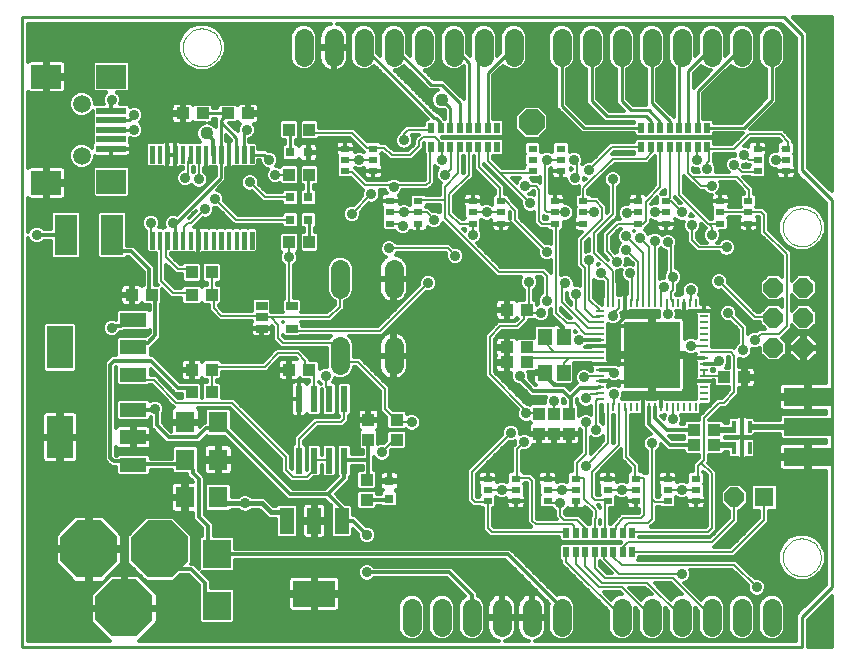
<source format=gtl>
G75*
G70*
%OFA0B0*%
%FSLAX24Y24*%
%IPPOS*%
%LPD*%
%AMOC8*
5,1,8,0,0,1.08239X$1,22.5*
%
%ADD10C,0.0000*%
%ADD11C,0.0100*%
%ADD12OC8,0.0640*%
%ADD13R,0.0433X0.0394*%
%ADD14C,0.0640*%
%ADD15R,0.0630X0.0709*%
%ADD16R,0.0394X0.0433*%
%ADD17R,0.0315X0.0315*%
%ADD18R,0.0945X0.0945*%
%ADD19OC8,0.1900*%
%ADD20C,0.0030*%
%ADD21R,0.0748X0.1339*%
%ADD22R,0.0880X0.0480*%
%ADD23R,0.0866X0.1417*%
%ADD24R,0.0236X0.0866*%
%ADD25R,0.0880X0.0480*%
%ADD26R,0.0480X0.0880*%
%ADD27R,0.1417X0.0866*%
%ADD28R,0.0098X0.0276*%
%ADD29R,0.0276X0.0098*%
%ADD30R,0.1870X0.2224*%
%ADD31R,0.0138X0.0394*%
%ADD32R,0.1600X0.0600*%
%ADD33R,0.0197X0.0354*%
%ADD34R,0.0640X0.0640*%
%ADD35R,0.0453X0.0551*%
%ADD36R,0.0984X0.0787*%
%ADD37R,0.0984X0.0197*%
%ADD38C,0.0594*%
%ADD39R,0.0315X0.0217*%
%ADD40R,0.0390X0.0272*%
%ADD41OC8,0.0850*%
%ADD42C,0.0120*%
%ADD43C,0.0350*%
%ADD44C,0.0436*%
%ADD45C,0.0160*%
%ADD46C,0.0070*%
%ADD47C,0.0200*%
D10*
X006217Y021371D02*
X006219Y021421D01*
X006225Y021471D01*
X006235Y021520D01*
X006249Y021568D01*
X006266Y021615D01*
X006287Y021660D01*
X006312Y021704D01*
X006340Y021745D01*
X006372Y021784D01*
X006406Y021821D01*
X006443Y021855D01*
X006483Y021885D01*
X006525Y021912D01*
X006569Y021936D01*
X006615Y021957D01*
X006662Y021973D01*
X006710Y021986D01*
X006760Y021995D01*
X006809Y022000D01*
X006860Y022001D01*
X006910Y021998D01*
X006959Y021991D01*
X007008Y021980D01*
X007056Y021965D01*
X007102Y021947D01*
X007147Y021925D01*
X007190Y021899D01*
X007231Y021870D01*
X007270Y021838D01*
X007306Y021803D01*
X007338Y021765D01*
X007368Y021725D01*
X007395Y021682D01*
X007418Y021638D01*
X007437Y021592D01*
X007453Y021544D01*
X007465Y021495D01*
X007473Y021446D01*
X007477Y021396D01*
X007477Y021346D01*
X007473Y021296D01*
X007465Y021247D01*
X007453Y021198D01*
X007437Y021150D01*
X007418Y021104D01*
X007395Y021060D01*
X007368Y021017D01*
X007338Y020977D01*
X007306Y020939D01*
X007270Y020904D01*
X007231Y020872D01*
X007190Y020843D01*
X007147Y020817D01*
X007102Y020795D01*
X007056Y020777D01*
X007008Y020762D01*
X006959Y020751D01*
X006910Y020744D01*
X006860Y020741D01*
X006809Y020742D01*
X006760Y020747D01*
X006710Y020756D01*
X006662Y020769D01*
X006615Y020785D01*
X006569Y020806D01*
X006525Y020830D01*
X006483Y020857D01*
X006443Y020887D01*
X006406Y020921D01*
X006372Y020958D01*
X006340Y020997D01*
X006312Y021038D01*
X006287Y021082D01*
X006266Y021127D01*
X006249Y021174D01*
X006235Y021222D01*
X006225Y021271D01*
X006219Y021321D01*
X006217Y021371D01*
X026217Y015371D02*
X026219Y015421D01*
X026225Y015471D01*
X026235Y015520D01*
X026249Y015568D01*
X026266Y015615D01*
X026287Y015660D01*
X026312Y015704D01*
X026340Y015745D01*
X026372Y015784D01*
X026406Y015821D01*
X026443Y015855D01*
X026483Y015885D01*
X026525Y015912D01*
X026569Y015936D01*
X026615Y015957D01*
X026662Y015973D01*
X026710Y015986D01*
X026760Y015995D01*
X026809Y016000D01*
X026860Y016001D01*
X026910Y015998D01*
X026959Y015991D01*
X027008Y015980D01*
X027056Y015965D01*
X027102Y015947D01*
X027147Y015925D01*
X027190Y015899D01*
X027231Y015870D01*
X027270Y015838D01*
X027306Y015803D01*
X027338Y015765D01*
X027368Y015725D01*
X027395Y015682D01*
X027418Y015638D01*
X027437Y015592D01*
X027453Y015544D01*
X027465Y015495D01*
X027473Y015446D01*
X027477Y015396D01*
X027477Y015346D01*
X027473Y015296D01*
X027465Y015247D01*
X027453Y015198D01*
X027437Y015150D01*
X027418Y015104D01*
X027395Y015060D01*
X027368Y015017D01*
X027338Y014977D01*
X027306Y014939D01*
X027270Y014904D01*
X027231Y014872D01*
X027190Y014843D01*
X027147Y014817D01*
X027102Y014795D01*
X027056Y014777D01*
X027008Y014762D01*
X026959Y014751D01*
X026910Y014744D01*
X026860Y014741D01*
X026809Y014742D01*
X026760Y014747D01*
X026710Y014756D01*
X026662Y014769D01*
X026615Y014785D01*
X026569Y014806D01*
X026525Y014830D01*
X026483Y014857D01*
X026443Y014887D01*
X026406Y014921D01*
X026372Y014958D01*
X026340Y014997D01*
X026312Y015038D01*
X026287Y015082D01*
X026266Y015127D01*
X026249Y015174D01*
X026235Y015222D01*
X026225Y015271D01*
X026219Y015321D01*
X026217Y015371D01*
X026217Y004371D02*
X026219Y004421D01*
X026225Y004471D01*
X026235Y004520D01*
X026249Y004568D01*
X026266Y004615D01*
X026287Y004660D01*
X026312Y004704D01*
X026340Y004745D01*
X026372Y004784D01*
X026406Y004821D01*
X026443Y004855D01*
X026483Y004885D01*
X026525Y004912D01*
X026569Y004936D01*
X026615Y004957D01*
X026662Y004973D01*
X026710Y004986D01*
X026760Y004995D01*
X026809Y005000D01*
X026860Y005001D01*
X026910Y004998D01*
X026959Y004991D01*
X027008Y004980D01*
X027056Y004965D01*
X027102Y004947D01*
X027147Y004925D01*
X027190Y004899D01*
X027231Y004870D01*
X027270Y004838D01*
X027306Y004803D01*
X027338Y004765D01*
X027368Y004725D01*
X027395Y004682D01*
X027418Y004638D01*
X027437Y004592D01*
X027453Y004544D01*
X027465Y004495D01*
X027473Y004446D01*
X027477Y004396D01*
X027477Y004346D01*
X027473Y004296D01*
X027465Y004247D01*
X027453Y004198D01*
X027437Y004150D01*
X027418Y004104D01*
X027395Y004060D01*
X027368Y004017D01*
X027338Y003977D01*
X027306Y003939D01*
X027270Y003904D01*
X027231Y003872D01*
X027190Y003843D01*
X027147Y003817D01*
X027102Y003795D01*
X027056Y003777D01*
X027008Y003762D01*
X026959Y003751D01*
X026910Y003744D01*
X026860Y003741D01*
X026809Y003742D01*
X026760Y003747D01*
X026710Y003756D01*
X026662Y003769D01*
X026615Y003785D01*
X026569Y003806D01*
X026525Y003830D01*
X026483Y003857D01*
X026443Y003887D01*
X026406Y003921D01*
X026372Y003958D01*
X026340Y003997D01*
X026312Y004038D01*
X026287Y004082D01*
X026266Y004127D01*
X026249Y004174D01*
X026235Y004222D01*
X026225Y004271D01*
X026219Y004321D01*
X026217Y004371D01*
D11*
X000847Y001371D02*
X000847Y022371D01*
X026247Y022371D01*
X026847Y021771D01*
X026847Y017271D01*
X027847Y016271D01*
X027847Y003371D01*
X026847Y002371D01*
X026847Y001371D01*
X000847Y001371D01*
X010431Y014871D02*
X010431Y015621D01*
X010392Y015621D01*
X010392Y016371D02*
X010392Y017121D01*
X010431Y017121D01*
X009801Y017871D02*
X009801Y018621D01*
X009762Y018621D01*
X008919Y017798D02*
X008510Y017798D01*
X008254Y017798D02*
X008254Y018528D01*
X008347Y018621D01*
X007998Y018359D02*
X007486Y018871D01*
X007486Y018945D01*
X007712Y019171D01*
X006881Y019171D01*
X007486Y018871D02*
X007486Y017798D01*
X007486Y017010D01*
X005951Y015475D01*
X005951Y014944D01*
X007998Y017798D02*
X007998Y018359D01*
X008919Y017798D02*
X009097Y017621D01*
X004597Y018621D02*
X003831Y018621D01*
X003831Y018936D02*
X004412Y018936D01*
X004597Y019121D01*
X012247Y021371D02*
X014597Y019021D01*
X014647Y019021D01*
X014809Y018858D01*
X014809Y018686D01*
X015124Y018686D02*
X015124Y019343D01*
X014847Y019621D01*
X014847Y020121D02*
X014497Y020121D01*
X013247Y021371D01*
X014847Y020121D02*
X015439Y019528D01*
X015439Y018686D01*
X015754Y018686D02*
X015754Y020863D01*
X015247Y021371D01*
X016069Y021193D02*
X016247Y021371D01*
X016069Y021193D02*
X016069Y018686D01*
X016384Y018686D02*
X016384Y020508D01*
X017247Y021371D01*
X018847Y021371D02*
X018847Y019421D01*
X019582Y018686D01*
X021494Y018686D01*
X021809Y018686D02*
X021809Y018908D01*
X021647Y019071D01*
X020347Y019071D01*
X019847Y019571D01*
X019847Y021371D01*
X020847Y021371D02*
X020847Y019571D01*
X021147Y019271D01*
X021747Y019271D01*
X022124Y018893D01*
X022124Y018686D01*
X022439Y018686D02*
X022439Y018928D01*
X021847Y019521D01*
X021847Y021371D01*
X022754Y021278D02*
X022847Y021371D01*
X022754Y021278D02*
X022754Y018686D01*
X023069Y018686D02*
X023069Y020593D01*
X023847Y021371D01*
X024847Y021371D02*
X023384Y019908D01*
X023384Y018686D01*
X023699Y018686D02*
X024912Y018686D01*
X025847Y019621D01*
X025847Y021371D01*
D12*
X025902Y013351D03*
X026902Y013351D03*
X026902Y012351D03*
X025902Y012351D03*
X025902Y011351D03*
X026902Y011351D03*
X024597Y006371D03*
D13*
X023931Y008121D03*
X023931Y008621D03*
X023262Y008621D03*
X023262Y008121D03*
X024262Y010371D03*
X024931Y010371D03*
X017681Y010871D03*
X017681Y011371D03*
X017012Y011371D03*
X017012Y010871D03*
X017012Y012621D03*
X017681Y012621D03*
X013347Y008955D03*
X013347Y008286D03*
X012347Y006955D03*
X012347Y006286D03*
X010431Y010621D03*
X009762Y010621D03*
X007181Y013121D03*
X006512Y013121D03*
X005181Y013121D03*
X004512Y013121D03*
X006212Y019171D03*
X006881Y019171D03*
X007712Y019171D03*
X008381Y019171D03*
D14*
X010247Y021051D02*
X010247Y021691D01*
X011247Y021691D02*
X011247Y021051D01*
X012247Y021051D02*
X012247Y021691D01*
X013247Y021691D02*
X013247Y021051D01*
X014247Y021051D02*
X014247Y021691D01*
X015247Y021691D02*
X015247Y021051D01*
X016247Y021051D02*
X016247Y021691D01*
X017247Y021691D02*
X017247Y021051D01*
X018847Y021051D02*
X018847Y021691D01*
X019847Y021691D02*
X019847Y021051D01*
X020847Y021051D02*
X020847Y021691D01*
X021847Y021691D02*
X021847Y021051D01*
X022847Y021051D02*
X022847Y021691D01*
X023847Y021691D02*
X023847Y021051D01*
X024847Y021051D02*
X024847Y021691D01*
X025847Y021691D02*
X025847Y021051D01*
X013237Y013971D02*
X013237Y013331D01*
X011457Y013331D02*
X011457Y013971D01*
X011457Y011411D02*
X011457Y010771D01*
X013237Y010771D02*
X013237Y011411D01*
X013847Y002691D02*
X013847Y002051D01*
X014847Y002051D02*
X014847Y002691D01*
X015847Y002691D02*
X015847Y002051D01*
X016847Y002051D02*
X016847Y002691D01*
X017847Y002691D02*
X017847Y002051D01*
X018847Y002051D02*
X018847Y002691D01*
X020847Y002691D02*
X020847Y002051D01*
X021847Y002051D02*
X021847Y002691D01*
X022847Y002691D02*
X022847Y002051D01*
X023847Y002051D02*
X023847Y002691D01*
X024847Y002691D02*
X024847Y002051D01*
X025847Y002051D02*
X025847Y002691D01*
D15*
X007398Y006371D03*
X006295Y006371D03*
X006295Y007621D03*
X007398Y007621D03*
X007398Y008871D03*
X006295Y008871D03*
D16*
X006512Y009871D03*
X007181Y009871D03*
X007181Y010621D03*
X006512Y010621D03*
X006512Y013871D03*
X007181Y013871D03*
X009762Y014871D03*
X010431Y014871D03*
X010431Y017121D03*
X009762Y017121D03*
X009762Y018621D03*
X010431Y018621D03*
X018097Y009155D03*
X018597Y009155D03*
X019097Y009155D03*
X019097Y008486D03*
X018597Y008486D03*
X018097Y008486D03*
X012397Y008286D03*
X012397Y008955D03*
D17*
X013097Y006916D03*
X013097Y006325D03*
X010392Y015621D03*
X009801Y015621D03*
X009801Y016371D03*
X010392Y016371D03*
X010392Y017871D03*
X009801Y017871D03*
D18*
X007347Y004487D03*
X007347Y002755D03*
D19*
X005447Y004641D03*
X004267Y002671D03*
X003087Y004641D03*
D20*
X005123Y014664D02*
X005243Y014664D01*
X005123Y014664D02*
X005123Y015224D01*
X005243Y015224D01*
X005243Y014664D01*
X005243Y014693D02*
X005123Y014693D01*
X005123Y014722D02*
X005243Y014722D01*
X005243Y014751D02*
X005123Y014751D01*
X005123Y014780D02*
X005243Y014780D01*
X005243Y014809D02*
X005123Y014809D01*
X005123Y014838D02*
X005243Y014838D01*
X005243Y014867D02*
X005123Y014867D01*
X005123Y014896D02*
X005243Y014896D01*
X005243Y014925D02*
X005123Y014925D01*
X005123Y014954D02*
X005243Y014954D01*
X005243Y014983D02*
X005123Y014983D01*
X005123Y015012D02*
X005243Y015012D01*
X005243Y015041D02*
X005123Y015041D01*
X005123Y015070D02*
X005243Y015070D01*
X005243Y015099D02*
X005123Y015099D01*
X005123Y015128D02*
X005243Y015128D01*
X005243Y015157D02*
X005123Y015157D01*
X005123Y015186D02*
X005243Y015186D01*
X005243Y015215D02*
X005123Y015215D01*
X005379Y014664D02*
X005499Y014664D01*
X005379Y014664D02*
X005379Y015224D01*
X005499Y015224D01*
X005499Y014664D01*
X005499Y014693D02*
X005379Y014693D01*
X005379Y014722D02*
X005499Y014722D01*
X005499Y014751D02*
X005379Y014751D01*
X005379Y014780D02*
X005499Y014780D01*
X005499Y014809D02*
X005379Y014809D01*
X005379Y014838D02*
X005499Y014838D01*
X005499Y014867D02*
X005379Y014867D01*
X005379Y014896D02*
X005499Y014896D01*
X005499Y014925D02*
X005379Y014925D01*
X005379Y014954D02*
X005499Y014954D01*
X005499Y014983D02*
X005379Y014983D01*
X005379Y015012D02*
X005499Y015012D01*
X005499Y015041D02*
X005379Y015041D01*
X005379Y015070D02*
X005499Y015070D01*
X005499Y015099D02*
X005379Y015099D01*
X005379Y015128D02*
X005499Y015128D01*
X005499Y015157D02*
X005379Y015157D01*
X005379Y015186D02*
X005499Y015186D01*
X005499Y015215D02*
X005379Y015215D01*
X005635Y014664D02*
X005755Y014664D01*
X005635Y014664D02*
X005635Y015224D01*
X005755Y015224D01*
X005755Y014664D01*
X005755Y014693D02*
X005635Y014693D01*
X005635Y014722D02*
X005755Y014722D01*
X005755Y014751D02*
X005635Y014751D01*
X005635Y014780D02*
X005755Y014780D01*
X005755Y014809D02*
X005635Y014809D01*
X005635Y014838D02*
X005755Y014838D01*
X005755Y014867D02*
X005635Y014867D01*
X005635Y014896D02*
X005755Y014896D01*
X005755Y014925D02*
X005635Y014925D01*
X005635Y014954D02*
X005755Y014954D01*
X005755Y014983D02*
X005635Y014983D01*
X005635Y015012D02*
X005755Y015012D01*
X005755Y015041D02*
X005635Y015041D01*
X005635Y015070D02*
X005755Y015070D01*
X005755Y015099D02*
X005635Y015099D01*
X005635Y015128D02*
X005755Y015128D01*
X005755Y015157D02*
X005635Y015157D01*
X005635Y015186D02*
X005755Y015186D01*
X005755Y015215D02*
X005635Y015215D01*
X005891Y014664D02*
X006011Y014664D01*
X005891Y014664D02*
X005891Y015224D01*
X006011Y015224D01*
X006011Y014664D01*
X006011Y014693D02*
X005891Y014693D01*
X005891Y014722D02*
X006011Y014722D01*
X006011Y014751D02*
X005891Y014751D01*
X005891Y014780D02*
X006011Y014780D01*
X006011Y014809D02*
X005891Y014809D01*
X005891Y014838D02*
X006011Y014838D01*
X006011Y014867D02*
X005891Y014867D01*
X005891Y014896D02*
X006011Y014896D01*
X006011Y014925D02*
X005891Y014925D01*
X005891Y014954D02*
X006011Y014954D01*
X006011Y014983D02*
X005891Y014983D01*
X005891Y015012D02*
X006011Y015012D01*
X006011Y015041D02*
X005891Y015041D01*
X005891Y015070D02*
X006011Y015070D01*
X006011Y015099D02*
X005891Y015099D01*
X005891Y015128D02*
X006011Y015128D01*
X006011Y015157D02*
X005891Y015157D01*
X005891Y015186D02*
X006011Y015186D01*
X006011Y015215D02*
X005891Y015215D01*
X006147Y014664D02*
X006267Y014664D01*
X006147Y014664D02*
X006147Y015224D01*
X006267Y015224D01*
X006267Y014664D01*
X006267Y014693D02*
X006147Y014693D01*
X006147Y014722D02*
X006267Y014722D01*
X006267Y014751D02*
X006147Y014751D01*
X006147Y014780D02*
X006267Y014780D01*
X006267Y014809D02*
X006147Y014809D01*
X006147Y014838D02*
X006267Y014838D01*
X006267Y014867D02*
X006147Y014867D01*
X006147Y014896D02*
X006267Y014896D01*
X006267Y014925D02*
X006147Y014925D01*
X006147Y014954D02*
X006267Y014954D01*
X006267Y014983D02*
X006147Y014983D01*
X006147Y015012D02*
X006267Y015012D01*
X006267Y015041D02*
X006147Y015041D01*
X006147Y015070D02*
X006267Y015070D01*
X006267Y015099D02*
X006147Y015099D01*
X006147Y015128D02*
X006267Y015128D01*
X006267Y015157D02*
X006147Y015157D01*
X006147Y015186D02*
X006267Y015186D01*
X006267Y015215D02*
X006147Y015215D01*
X006403Y014664D02*
X006523Y014664D01*
X006403Y014664D02*
X006403Y015224D01*
X006523Y015224D01*
X006523Y014664D01*
X006523Y014693D02*
X006403Y014693D01*
X006403Y014722D02*
X006523Y014722D01*
X006523Y014751D02*
X006403Y014751D01*
X006403Y014780D02*
X006523Y014780D01*
X006523Y014809D02*
X006403Y014809D01*
X006403Y014838D02*
X006523Y014838D01*
X006523Y014867D02*
X006403Y014867D01*
X006403Y014896D02*
X006523Y014896D01*
X006523Y014925D02*
X006403Y014925D01*
X006403Y014954D02*
X006523Y014954D01*
X006523Y014983D02*
X006403Y014983D01*
X006403Y015012D02*
X006523Y015012D01*
X006523Y015041D02*
X006403Y015041D01*
X006403Y015070D02*
X006523Y015070D01*
X006523Y015099D02*
X006403Y015099D01*
X006403Y015128D02*
X006523Y015128D01*
X006523Y015157D02*
X006403Y015157D01*
X006403Y015186D02*
X006523Y015186D01*
X006523Y015215D02*
X006403Y015215D01*
X006659Y014664D02*
X006779Y014664D01*
X006659Y014664D02*
X006659Y015224D01*
X006779Y015224D01*
X006779Y014664D01*
X006779Y014693D02*
X006659Y014693D01*
X006659Y014722D02*
X006779Y014722D01*
X006779Y014751D02*
X006659Y014751D01*
X006659Y014780D02*
X006779Y014780D01*
X006779Y014809D02*
X006659Y014809D01*
X006659Y014838D02*
X006779Y014838D01*
X006779Y014867D02*
X006659Y014867D01*
X006659Y014896D02*
X006779Y014896D01*
X006779Y014925D02*
X006659Y014925D01*
X006659Y014954D02*
X006779Y014954D01*
X006779Y014983D02*
X006659Y014983D01*
X006659Y015012D02*
X006779Y015012D01*
X006779Y015041D02*
X006659Y015041D01*
X006659Y015070D02*
X006779Y015070D01*
X006779Y015099D02*
X006659Y015099D01*
X006659Y015128D02*
X006779Y015128D01*
X006779Y015157D02*
X006659Y015157D01*
X006659Y015186D02*
X006779Y015186D01*
X006779Y015215D02*
X006659Y015215D01*
X006915Y014664D02*
X007035Y014664D01*
X006915Y014664D02*
X006915Y015224D01*
X007035Y015224D01*
X007035Y014664D01*
X007035Y014693D02*
X006915Y014693D01*
X006915Y014722D02*
X007035Y014722D01*
X007035Y014751D02*
X006915Y014751D01*
X006915Y014780D02*
X007035Y014780D01*
X007035Y014809D02*
X006915Y014809D01*
X006915Y014838D02*
X007035Y014838D01*
X007035Y014867D02*
X006915Y014867D01*
X006915Y014896D02*
X007035Y014896D01*
X007035Y014925D02*
X006915Y014925D01*
X006915Y014954D02*
X007035Y014954D01*
X007035Y014983D02*
X006915Y014983D01*
X006915Y015012D02*
X007035Y015012D01*
X007035Y015041D02*
X006915Y015041D01*
X006915Y015070D02*
X007035Y015070D01*
X007035Y015099D02*
X006915Y015099D01*
X006915Y015128D02*
X007035Y015128D01*
X007035Y015157D02*
X006915Y015157D01*
X006915Y015186D02*
X007035Y015186D01*
X007035Y015215D02*
X006915Y015215D01*
X007170Y014664D02*
X007290Y014664D01*
X007170Y014664D02*
X007170Y015224D01*
X007290Y015224D01*
X007290Y014664D01*
X007290Y014693D02*
X007170Y014693D01*
X007170Y014722D02*
X007290Y014722D01*
X007290Y014751D02*
X007170Y014751D01*
X007170Y014780D02*
X007290Y014780D01*
X007290Y014809D02*
X007170Y014809D01*
X007170Y014838D02*
X007290Y014838D01*
X007290Y014867D02*
X007170Y014867D01*
X007170Y014896D02*
X007290Y014896D01*
X007290Y014925D02*
X007170Y014925D01*
X007170Y014954D02*
X007290Y014954D01*
X007290Y014983D02*
X007170Y014983D01*
X007170Y015012D02*
X007290Y015012D01*
X007290Y015041D02*
X007170Y015041D01*
X007170Y015070D02*
X007290Y015070D01*
X007290Y015099D02*
X007170Y015099D01*
X007170Y015128D02*
X007290Y015128D01*
X007290Y015157D02*
X007170Y015157D01*
X007170Y015186D02*
X007290Y015186D01*
X007290Y015215D02*
X007170Y015215D01*
X007426Y014664D02*
X007546Y014664D01*
X007426Y014664D02*
X007426Y015224D01*
X007546Y015224D01*
X007546Y014664D01*
X007546Y014693D02*
X007426Y014693D01*
X007426Y014722D02*
X007546Y014722D01*
X007546Y014751D02*
X007426Y014751D01*
X007426Y014780D02*
X007546Y014780D01*
X007546Y014809D02*
X007426Y014809D01*
X007426Y014838D02*
X007546Y014838D01*
X007546Y014867D02*
X007426Y014867D01*
X007426Y014896D02*
X007546Y014896D01*
X007546Y014925D02*
X007426Y014925D01*
X007426Y014954D02*
X007546Y014954D01*
X007546Y014983D02*
X007426Y014983D01*
X007426Y015012D02*
X007546Y015012D01*
X007546Y015041D02*
X007426Y015041D01*
X007426Y015070D02*
X007546Y015070D01*
X007546Y015099D02*
X007426Y015099D01*
X007426Y015128D02*
X007546Y015128D01*
X007546Y015157D02*
X007426Y015157D01*
X007426Y015186D02*
X007546Y015186D01*
X007546Y015215D02*
X007426Y015215D01*
X007682Y014664D02*
X007802Y014664D01*
X007682Y014664D02*
X007682Y015224D01*
X007802Y015224D01*
X007802Y014664D01*
X007802Y014693D02*
X007682Y014693D01*
X007682Y014722D02*
X007802Y014722D01*
X007802Y014751D02*
X007682Y014751D01*
X007682Y014780D02*
X007802Y014780D01*
X007802Y014809D02*
X007682Y014809D01*
X007682Y014838D02*
X007802Y014838D01*
X007802Y014867D02*
X007682Y014867D01*
X007682Y014896D02*
X007802Y014896D01*
X007802Y014925D02*
X007682Y014925D01*
X007682Y014954D02*
X007802Y014954D01*
X007802Y014983D02*
X007682Y014983D01*
X007682Y015012D02*
X007802Y015012D01*
X007802Y015041D02*
X007682Y015041D01*
X007682Y015070D02*
X007802Y015070D01*
X007802Y015099D02*
X007682Y015099D01*
X007682Y015128D02*
X007802Y015128D01*
X007802Y015157D02*
X007682Y015157D01*
X007682Y015186D02*
X007802Y015186D01*
X007802Y015215D02*
X007682Y015215D01*
X007938Y014664D02*
X008058Y014664D01*
X007938Y014664D02*
X007938Y015224D01*
X008058Y015224D01*
X008058Y014664D01*
X008058Y014693D02*
X007938Y014693D01*
X007938Y014722D02*
X008058Y014722D01*
X008058Y014751D02*
X007938Y014751D01*
X007938Y014780D02*
X008058Y014780D01*
X008058Y014809D02*
X007938Y014809D01*
X007938Y014838D02*
X008058Y014838D01*
X008058Y014867D02*
X007938Y014867D01*
X007938Y014896D02*
X008058Y014896D01*
X008058Y014925D02*
X007938Y014925D01*
X007938Y014954D02*
X008058Y014954D01*
X008058Y014983D02*
X007938Y014983D01*
X007938Y015012D02*
X008058Y015012D01*
X008058Y015041D02*
X007938Y015041D01*
X007938Y015070D02*
X008058Y015070D01*
X008058Y015099D02*
X007938Y015099D01*
X007938Y015128D02*
X008058Y015128D01*
X008058Y015157D02*
X007938Y015157D01*
X007938Y015186D02*
X008058Y015186D01*
X008058Y015215D02*
X007938Y015215D01*
X008194Y014664D02*
X008314Y014664D01*
X008194Y014664D02*
X008194Y015224D01*
X008314Y015224D01*
X008314Y014664D01*
X008314Y014693D02*
X008194Y014693D01*
X008194Y014722D02*
X008314Y014722D01*
X008314Y014751D02*
X008194Y014751D01*
X008194Y014780D02*
X008314Y014780D01*
X008314Y014809D02*
X008194Y014809D01*
X008194Y014838D02*
X008314Y014838D01*
X008314Y014867D02*
X008194Y014867D01*
X008194Y014896D02*
X008314Y014896D01*
X008314Y014925D02*
X008194Y014925D01*
X008194Y014954D02*
X008314Y014954D01*
X008314Y014983D02*
X008194Y014983D01*
X008194Y015012D02*
X008314Y015012D01*
X008314Y015041D02*
X008194Y015041D01*
X008194Y015070D02*
X008314Y015070D01*
X008314Y015099D02*
X008194Y015099D01*
X008194Y015128D02*
X008314Y015128D01*
X008314Y015157D02*
X008194Y015157D01*
X008194Y015186D02*
X008314Y015186D01*
X008314Y015215D02*
X008194Y015215D01*
X008450Y014664D02*
X008570Y014664D01*
X008450Y014664D02*
X008450Y015224D01*
X008570Y015224D01*
X008570Y014664D01*
X008570Y014693D02*
X008450Y014693D01*
X008450Y014722D02*
X008570Y014722D01*
X008570Y014751D02*
X008450Y014751D01*
X008450Y014780D02*
X008570Y014780D01*
X008570Y014809D02*
X008450Y014809D01*
X008450Y014838D02*
X008570Y014838D01*
X008570Y014867D02*
X008450Y014867D01*
X008450Y014896D02*
X008570Y014896D01*
X008570Y014925D02*
X008450Y014925D01*
X008450Y014954D02*
X008570Y014954D01*
X008570Y014983D02*
X008450Y014983D01*
X008450Y015012D02*
X008570Y015012D01*
X008570Y015041D02*
X008450Y015041D01*
X008450Y015070D02*
X008570Y015070D01*
X008570Y015099D02*
X008450Y015099D01*
X008450Y015128D02*
X008570Y015128D01*
X008570Y015157D02*
X008450Y015157D01*
X008450Y015186D02*
X008570Y015186D01*
X008570Y015215D02*
X008450Y015215D01*
X008450Y017518D02*
X008570Y017518D01*
X008450Y017518D02*
X008450Y018078D01*
X008570Y018078D01*
X008570Y017518D01*
X008570Y017547D02*
X008450Y017547D01*
X008450Y017576D02*
X008570Y017576D01*
X008570Y017605D02*
X008450Y017605D01*
X008450Y017634D02*
X008570Y017634D01*
X008570Y017663D02*
X008450Y017663D01*
X008450Y017692D02*
X008570Y017692D01*
X008570Y017721D02*
X008450Y017721D01*
X008450Y017750D02*
X008570Y017750D01*
X008570Y017779D02*
X008450Y017779D01*
X008450Y017808D02*
X008570Y017808D01*
X008570Y017837D02*
X008450Y017837D01*
X008450Y017866D02*
X008570Y017866D01*
X008570Y017895D02*
X008450Y017895D01*
X008450Y017924D02*
X008570Y017924D01*
X008570Y017953D02*
X008450Y017953D01*
X008450Y017982D02*
X008570Y017982D01*
X008570Y018011D02*
X008450Y018011D01*
X008450Y018040D02*
X008570Y018040D01*
X008570Y018069D02*
X008450Y018069D01*
X008314Y017518D02*
X008194Y017518D01*
X008194Y018078D01*
X008314Y018078D01*
X008314Y017518D01*
X008314Y017547D02*
X008194Y017547D01*
X008194Y017576D02*
X008314Y017576D01*
X008314Y017605D02*
X008194Y017605D01*
X008194Y017634D02*
X008314Y017634D01*
X008314Y017663D02*
X008194Y017663D01*
X008194Y017692D02*
X008314Y017692D01*
X008314Y017721D02*
X008194Y017721D01*
X008194Y017750D02*
X008314Y017750D01*
X008314Y017779D02*
X008194Y017779D01*
X008194Y017808D02*
X008314Y017808D01*
X008314Y017837D02*
X008194Y017837D01*
X008194Y017866D02*
X008314Y017866D01*
X008314Y017895D02*
X008194Y017895D01*
X008194Y017924D02*
X008314Y017924D01*
X008314Y017953D02*
X008194Y017953D01*
X008194Y017982D02*
X008314Y017982D01*
X008314Y018011D02*
X008194Y018011D01*
X008194Y018040D02*
X008314Y018040D01*
X008314Y018069D02*
X008194Y018069D01*
X008058Y017518D02*
X007938Y017518D01*
X007938Y018078D01*
X008058Y018078D01*
X008058Y017518D01*
X008058Y017547D02*
X007938Y017547D01*
X007938Y017576D02*
X008058Y017576D01*
X008058Y017605D02*
X007938Y017605D01*
X007938Y017634D02*
X008058Y017634D01*
X008058Y017663D02*
X007938Y017663D01*
X007938Y017692D02*
X008058Y017692D01*
X008058Y017721D02*
X007938Y017721D01*
X007938Y017750D02*
X008058Y017750D01*
X008058Y017779D02*
X007938Y017779D01*
X007938Y017808D02*
X008058Y017808D01*
X008058Y017837D02*
X007938Y017837D01*
X007938Y017866D02*
X008058Y017866D01*
X008058Y017895D02*
X007938Y017895D01*
X007938Y017924D02*
X008058Y017924D01*
X008058Y017953D02*
X007938Y017953D01*
X007938Y017982D02*
X008058Y017982D01*
X008058Y018011D02*
X007938Y018011D01*
X007938Y018040D02*
X008058Y018040D01*
X008058Y018069D02*
X007938Y018069D01*
X007802Y017518D02*
X007682Y017518D01*
X007682Y018078D01*
X007802Y018078D01*
X007802Y017518D01*
X007802Y017547D02*
X007682Y017547D01*
X007682Y017576D02*
X007802Y017576D01*
X007802Y017605D02*
X007682Y017605D01*
X007682Y017634D02*
X007802Y017634D01*
X007802Y017663D02*
X007682Y017663D01*
X007682Y017692D02*
X007802Y017692D01*
X007802Y017721D02*
X007682Y017721D01*
X007682Y017750D02*
X007802Y017750D01*
X007802Y017779D02*
X007682Y017779D01*
X007682Y017808D02*
X007802Y017808D01*
X007802Y017837D02*
X007682Y017837D01*
X007682Y017866D02*
X007802Y017866D01*
X007802Y017895D02*
X007682Y017895D01*
X007682Y017924D02*
X007802Y017924D01*
X007802Y017953D02*
X007682Y017953D01*
X007682Y017982D02*
X007802Y017982D01*
X007802Y018011D02*
X007682Y018011D01*
X007682Y018040D02*
X007802Y018040D01*
X007802Y018069D02*
X007682Y018069D01*
X007546Y017518D02*
X007426Y017518D01*
X007426Y018078D01*
X007546Y018078D01*
X007546Y017518D01*
X007546Y017547D02*
X007426Y017547D01*
X007426Y017576D02*
X007546Y017576D01*
X007546Y017605D02*
X007426Y017605D01*
X007426Y017634D02*
X007546Y017634D01*
X007546Y017663D02*
X007426Y017663D01*
X007426Y017692D02*
X007546Y017692D01*
X007546Y017721D02*
X007426Y017721D01*
X007426Y017750D02*
X007546Y017750D01*
X007546Y017779D02*
X007426Y017779D01*
X007426Y017808D02*
X007546Y017808D01*
X007546Y017837D02*
X007426Y017837D01*
X007426Y017866D02*
X007546Y017866D01*
X007546Y017895D02*
X007426Y017895D01*
X007426Y017924D02*
X007546Y017924D01*
X007546Y017953D02*
X007426Y017953D01*
X007426Y017982D02*
X007546Y017982D01*
X007546Y018011D02*
X007426Y018011D01*
X007426Y018040D02*
X007546Y018040D01*
X007546Y018069D02*
X007426Y018069D01*
X007290Y017518D02*
X007170Y017518D01*
X007170Y018078D01*
X007290Y018078D01*
X007290Y017518D01*
X007290Y017547D02*
X007170Y017547D01*
X007170Y017576D02*
X007290Y017576D01*
X007290Y017605D02*
X007170Y017605D01*
X007170Y017634D02*
X007290Y017634D01*
X007290Y017663D02*
X007170Y017663D01*
X007170Y017692D02*
X007290Y017692D01*
X007290Y017721D02*
X007170Y017721D01*
X007170Y017750D02*
X007290Y017750D01*
X007290Y017779D02*
X007170Y017779D01*
X007170Y017808D02*
X007290Y017808D01*
X007290Y017837D02*
X007170Y017837D01*
X007170Y017866D02*
X007290Y017866D01*
X007290Y017895D02*
X007170Y017895D01*
X007170Y017924D02*
X007290Y017924D01*
X007290Y017953D02*
X007170Y017953D01*
X007170Y017982D02*
X007290Y017982D01*
X007290Y018011D02*
X007170Y018011D01*
X007170Y018040D02*
X007290Y018040D01*
X007290Y018069D02*
X007170Y018069D01*
X007035Y017518D02*
X006915Y017518D01*
X006915Y018078D01*
X007035Y018078D01*
X007035Y017518D01*
X007035Y017547D02*
X006915Y017547D01*
X006915Y017576D02*
X007035Y017576D01*
X007035Y017605D02*
X006915Y017605D01*
X006915Y017634D02*
X007035Y017634D01*
X007035Y017663D02*
X006915Y017663D01*
X006915Y017692D02*
X007035Y017692D01*
X007035Y017721D02*
X006915Y017721D01*
X006915Y017750D02*
X007035Y017750D01*
X007035Y017779D02*
X006915Y017779D01*
X006915Y017808D02*
X007035Y017808D01*
X007035Y017837D02*
X006915Y017837D01*
X006915Y017866D02*
X007035Y017866D01*
X007035Y017895D02*
X006915Y017895D01*
X006915Y017924D02*
X007035Y017924D01*
X007035Y017953D02*
X006915Y017953D01*
X006915Y017982D02*
X007035Y017982D01*
X007035Y018011D02*
X006915Y018011D01*
X006915Y018040D02*
X007035Y018040D01*
X007035Y018069D02*
X006915Y018069D01*
X006779Y017518D02*
X006659Y017518D01*
X006659Y018078D01*
X006779Y018078D01*
X006779Y017518D01*
X006779Y017547D02*
X006659Y017547D01*
X006659Y017576D02*
X006779Y017576D01*
X006779Y017605D02*
X006659Y017605D01*
X006659Y017634D02*
X006779Y017634D01*
X006779Y017663D02*
X006659Y017663D01*
X006659Y017692D02*
X006779Y017692D01*
X006779Y017721D02*
X006659Y017721D01*
X006659Y017750D02*
X006779Y017750D01*
X006779Y017779D02*
X006659Y017779D01*
X006659Y017808D02*
X006779Y017808D01*
X006779Y017837D02*
X006659Y017837D01*
X006659Y017866D02*
X006779Y017866D01*
X006779Y017895D02*
X006659Y017895D01*
X006659Y017924D02*
X006779Y017924D01*
X006779Y017953D02*
X006659Y017953D01*
X006659Y017982D02*
X006779Y017982D01*
X006779Y018011D02*
X006659Y018011D01*
X006659Y018040D02*
X006779Y018040D01*
X006779Y018069D02*
X006659Y018069D01*
X006523Y017518D02*
X006403Y017518D01*
X006403Y018078D01*
X006523Y018078D01*
X006523Y017518D01*
X006523Y017547D02*
X006403Y017547D01*
X006403Y017576D02*
X006523Y017576D01*
X006523Y017605D02*
X006403Y017605D01*
X006403Y017634D02*
X006523Y017634D01*
X006523Y017663D02*
X006403Y017663D01*
X006403Y017692D02*
X006523Y017692D01*
X006523Y017721D02*
X006403Y017721D01*
X006403Y017750D02*
X006523Y017750D01*
X006523Y017779D02*
X006403Y017779D01*
X006403Y017808D02*
X006523Y017808D01*
X006523Y017837D02*
X006403Y017837D01*
X006403Y017866D02*
X006523Y017866D01*
X006523Y017895D02*
X006403Y017895D01*
X006403Y017924D02*
X006523Y017924D01*
X006523Y017953D02*
X006403Y017953D01*
X006403Y017982D02*
X006523Y017982D01*
X006523Y018011D02*
X006403Y018011D01*
X006403Y018040D02*
X006523Y018040D01*
X006523Y018069D02*
X006403Y018069D01*
X006267Y017518D02*
X006147Y017518D01*
X006147Y018078D01*
X006267Y018078D01*
X006267Y017518D01*
X006267Y017547D02*
X006147Y017547D01*
X006147Y017576D02*
X006267Y017576D01*
X006267Y017605D02*
X006147Y017605D01*
X006147Y017634D02*
X006267Y017634D01*
X006267Y017663D02*
X006147Y017663D01*
X006147Y017692D02*
X006267Y017692D01*
X006267Y017721D02*
X006147Y017721D01*
X006147Y017750D02*
X006267Y017750D01*
X006267Y017779D02*
X006147Y017779D01*
X006147Y017808D02*
X006267Y017808D01*
X006267Y017837D02*
X006147Y017837D01*
X006147Y017866D02*
X006267Y017866D01*
X006267Y017895D02*
X006147Y017895D01*
X006147Y017924D02*
X006267Y017924D01*
X006267Y017953D02*
X006147Y017953D01*
X006147Y017982D02*
X006267Y017982D01*
X006267Y018011D02*
X006147Y018011D01*
X006147Y018040D02*
X006267Y018040D01*
X006267Y018069D02*
X006147Y018069D01*
X006011Y017518D02*
X005891Y017518D01*
X005891Y018078D01*
X006011Y018078D01*
X006011Y017518D01*
X006011Y017547D02*
X005891Y017547D01*
X005891Y017576D02*
X006011Y017576D01*
X006011Y017605D02*
X005891Y017605D01*
X005891Y017634D02*
X006011Y017634D01*
X006011Y017663D02*
X005891Y017663D01*
X005891Y017692D02*
X006011Y017692D01*
X006011Y017721D02*
X005891Y017721D01*
X005891Y017750D02*
X006011Y017750D01*
X006011Y017779D02*
X005891Y017779D01*
X005891Y017808D02*
X006011Y017808D01*
X006011Y017837D02*
X005891Y017837D01*
X005891Y017866D02*
X006011Y017866D01*
X006011Y017895D02*
X005891Y017895D01*
X005891Y017924D02*
X006011Y017924D01*
X006011Y017953D02*
X005891Y017953D01*
X005891Y017982D02*
X006011Y017982D01*
X006011Y018011D02*
X005891Y018011D01*
X005891Y018040D02*
X006011Y018040D01*
X006011Y018069D02*
X005891Y018069D01*
X005755Y017518D02*
X005635Y017518D01*
X005635Y018078D01*
X005755Y018078D01*
X005755Y017518D01*
X005755Y017547D02*
X005635Y017547D01*
X005635Y017576D02*
X005755Y017576D01*
X005755Y017605D02*
X005635Y017605D01*
X005635Y017634D02*
X005755Y017634D01*
X005755Y017663D02*
X005635Y017663D01*
X005635Y017692D02*
X005755Y017692D01*
X005755Y017721D02*
X005635Y017721D01*
X005635Y017750D02*
X005755Y017750D01*
X005755Y017779D02*
X005635Y017779D01*
X005635Y017808D02*
X005755Y017808D01*
X005755Y017837D02*
X005635Y017837D01*
X005635Y017866D02*
X005755Y017866D01*
X005755Y017895D02*
X005635Y017895D01*
X005635Y017924D02*
X005755Y017924D01*
X005755Y017953D02*
X005635Y017953D01*
X005635Y017982D02*
X005755Y017982D01*
X005755Y018011D02*
X005635Y018011D01*
X005635Y018040D02*
X005755Y018040D01*
X005755Y018069D02*
X005635Y018069D01*
X005499Y017518D02*
X005379Y017518D01*
X005379Y018078D01*
X005499Y018078D01*
X005499Y017518D01*
X005499Y017547D02*
X005379Y017547D01*
X005379Y017576D02*
X005499Y017576D01*
X005499Y017605D02*
X005379Y017605D01*
X005379Y017634D02*
X005499Y017634D01*
X005499Y017663D02*
X005379Y017663D01*
X005379Y017692D02*
X005499Y017692D01*
X005499Y017721D02*
X005379Y017721D01*
X005379Y017750D02*
X005499Y017750D01*
X005499Y017779D02*
X005379Y017779D01*
X005379Y017808D02*
X005499Y017808D01*
X005499Y017837D02*
X005379Y017837D01*
X005379Y017866D02*
X005499Y017866D01*
X005499Y017895D02*
X005379Y017895D01*
X005379Y017924D02*
X005499Y017924D01*
X005499Y017953D02*
X005379Y017953D01*
X005379Y017982D02*
X005499Y017982D01*
X005499Y018011D02*
X005379Y018011D01*
X005379Y018040D02*
X005499Y018040D01*
X005499Y018069D02*
X005379Y018069D01*
X005243Y017518D02*
X005123Y017518D01*
X005123Y018078D01*
X005243Y018078D01*
X005243Y017518D01*
X005243Y017547D02*
X005123Y017547D01*
X005123Y017576D02*
X005243Y017576D01*
X005243Y017605D02*
X005123Y017605D01*
X005123Y017634D02*
X005243Y017634D01*
X005243Y017663D02*
X005123Y017663D01*
X005123Y017692D02*
X005243Y017692D01*
X005243Y017721D02*
X005123Y017721D01*
X005123Y017750D02*
X005243Y017750D01*
X005243Y017779D02*
X005123Y017779D01*
X005123Y017808D02*
X005243Y017808D01*
X005243Y017837D02*
X005123Y017837D01*
X005123Y017866D02*
X005243Y017866D01*
X005243Y017895D02*
X005123Y017895D01*
X005123Y017924D02*
X005243Y017924D01*
X005243Y017953D02*
X005123Y017953D01*
X005123Y017982D02*
X005243Y017982D01*
X005243Y018011D02*
X005123Y018011D01*
X005123Y018040D02*
X005243Y018040D01*
X005243Y018069D02*
X005123Y018069D01*
D21*
X003864Y015121D03*
X002329Y015121D03*
D22*
X004567Y012281D03*
X004567Y011371D03*
X004567Y010461D03*
D23*
X002127Y011371D03*
X002127Y008371D03*
D24*
X010097Y007597D03*
X010597Y007597D03*
X011097Y007597D03*
X011597Y007597D03*
X011597Y009644D03*
X011097Y009644D03*
X010597Y009644D03*
X010097Y009644D03*
D25*
X004567Y009281D03*
X004567Y008371D03*
X004567Y007461D03*
D26*
X009687Y005591D03*
X010597Y005591D03*
X011506Y005591D03*
D27*
X010597Y003151D03*
D28*
X020370Y009388D03*
X020567Y009388D03*
X020764Y009388D03*
X020961Y009388D03*
X021158Y009388D03*
X021354Y009388D03*
X021551Y009388D03*
X021748Y009388D03*
X021945Y009388D03*
X022142Y009388D03*
X022339Y009388D03*
X022536Y009388D03*
X022732Y009388D03*
X022929Y009388D03*
X023126Y009388D03*
X023323Y009388D03*
X023323Y012853D03*
X023126Y012853D03*
X022929Y012853D03*
X022732Y012853D03*
X022536Y012853D03*
X022339Y012853D03*
X022142Y012853D03*
X021945Y012853D03*
X021748Y012853D03*
X021551Y012853D03*
X021354Y012853D03*
X021158Y012853D03*
X020961Y012853D03*
X020764Y012853D03*
X020567Y012853D03*
X020370Y012853D03*
D29*
X020114Y012597D03*
X020114Y012400D03*
X020114Y012203D03*
X020114Y012007D03*
X020114Y011810D03*
X020114Y011613D03*
X020114Y011416D03*
X020114Y011219D03*
X020114Y011022D03*
X020114Y010825D03*
X020114Y010629D03*
X020114Y010432D03*
X020114Y010235D03*
X020114Y010038D03*
X020114Y009841D03*
X020114Y009644D03*
X023579Y009644D03*
X023579Y009841D03*
X023579Y010038D03*
X023579Y010235D03*
X023579Y010432D03*
X023579Y010629D03*
X023579Y010825D03*
X023579Y011022D03*
X023579Y011219D03*
X023579Y011416D03*
X023579Y011613D03*
X023579Y011810D03*
X023579Y012007D03*
X023579Y012203D03*
X023579Y012400D03*
X023579Y012597D03*
D30*
X021847Y011121D03*
D31*
X024591Y008725D03*
X024847Y008725D03*
X025103Y008725D03*
X025103Y008016D03*
X024847Y008016D03*
X024591Y008016D03*
D32*
X027047Y007721D03*
X027047Y008721D03*
X027047Y009721D03*
D33*
X021199Y005186D03*
X020884Y005186D03*
X020569Y005186D03*
X020254Y005186D03*
X019939Y005186D03*
X019624Y005186D03*
X019309Y005186D03*
X018994Y005186D03*
X018994Y004556D03*
X019309Y004556D03*
X019624Y004556D03*
X019939Y004556D03*
X020254Y004556D03*
X020569Y004556D03*
X020884Y004556D03*
X021199Y004556D03*
X021494Y018056D03*
X021809Y018056D03*
X022124Y018056D03*
X022439Y018056D03*
X022754Y018056D03*
X023069Y018056D03*
X023384Y018056D03*
X023699Y018056D03*
X023699Y018686D03*
X023384Y018686D03*
X023069Y018686D03*
X022754Y018686D03*
X022439Y018686D03*
X022124Y018686D03*
X021809Y018686D03*
X021494Y018686D03*
X016699Y018686D03*
X016384Y018686D03*
X016069Y018686D03*
X015754Y018686D03*
X015439Y018686D03*
X015124Y018686D03*
X014809Y018686D03*
X014494Y018686D03*
X014494Y018056D03*
X014809Y018056D03*
X015124Y018056D03*
X015439Y018056D03*
X015754Y018056D03*
X016069Y018056D03*
X016384Y018056D03*
X016699Y018056D03*
D34*
X025597Y006371D03*
D35*
X018912Y010530D03*
X018282Y010530D03*
X018282Y011711D03*
X018912Y011711D03*
D36*
X003831Y016888D03*
X001666Y016849D03*
X001666Y020392D03*
X003831Y020392D03*
D37*
X003831Y019251D03*
X003831Y018936D03*
X003831Y018621D03*
X003831Y018306D03*
X003831Y017991D03*
D38*
X002847Y017755D03*
X002847Y019487D03*
D39*
X011624Y017995D03*
X011624Y017621D03*
X011624Y017247D03*
X012569Y017247D03*
X012569Y017621D03*
X012569Y017995D03*
X013124Y016245D03*
X013124Y015871D03*
X013124Y015497D03*
X014069Y015497D03*
X014069Y015871D03*
X014069Y016245D03*
X015874Y016245D03*
X015874Y015871D03*
X015874Y015497D03*
X016819Y015497D03*
X016819Y015871D03*
X016819Y016245D03*
X017874Y017247D03*
X017874Y017621D03*
X017874Y017995D03*
X018819Y017995D03*
X018819Y017621D03*
X018819Y017247D03*
X018624Y016245D03*
X018624Y015871D03*
X018624Y015497D03*
X019569Y015497D03*
X019569Y015871D03*
X019569Y016245D03*
X021374Y016245D03*
X021374Y015871D03*
X021374Y015497D03*
X022319Y015497D03*
X022319Y015871D03*
X022319Y016245D03*
X024124Y016245D03*
X024124Y015871D03*
X024124Y015497D03*
X025069Y015497D03*
X025069Y015871D03*
X025069Y016245D03*
X025374Y017247D03*
X025374Y017621D03*
X025374Y017995D03*
X026319Y017995D03*
X026319Y017621D03*
X026319Y017247D03*
X023319Y006995D03*
X023319Y006621D03*
X023319Y006247D03*
X022374Y006247D03*
X022374Y006621D03*
X022374Y006995D03*
X021319Y006995D03*
X021319Y006621D03*
X021319Y006247D03*
X020374Y006247D03*
X020374Y006621D03*
X020374Y006995D03*
X019319Y006995D03*
X019319Y006621D03*
X019319Y006247D03*
X018374Y006247D03*
X018374Y006621D03*
X018374Y006995D03*
X017319Y006995D03*
X017319Y006621D03*
X017319Y006247D03*
X016374Y006247D03*
X016374Y006621D03*
X016374Y006995D03*
D40*
X009858Y011997D03*
X009858Y012745D03*
X008839Y012745D03*
X008839Y012371D03*
X008839Y011997D03*
D41*
X017847Y018871D03*
D42*
X017373Y018559D02*
X016927Y018559D01*
X016927Y018455D02*
X016927Y018917D01*
X016851Y018993D01*
X016564Y018993D01*
X016564Y020434D01*
X016896Y020765D01*
X016992Y020669D01*
X017157Y020601D01*
X017336Y020601D01*
X017501Y020669D01*
X017628Y020796D01*
X017697Y020961D01*
X017697Y021780D01*
X017628Y021946D01*
X017501Y022072D01*
X017336Y022141D01*
X017157Y022141D01*
X016992Y022072D01*
X016865Y021946D01*
X016797Y021780D01*
X016797Y021175D01*
X016697Y021075D01*
X016697Y021780D01*
X016628Y021946D01*
X016501Y022072D01*
X016336Y022141D01*
X016157Y022141D01*
X015992Y022072D01*
X015865Y021946D01*
X015797Y021780D01*
X015797Y021075D01*
X015697Y021175D01*
X015697Y021780D01*
X015628Y021946D01*
X015501Y022072D01*
X015336Y022141D01*
X015157Y022141D01*
X014992Y022072D01*
X014865Y021946D01*
X014797Y021780D01*
X014797Y020961D01*
X014865Y020796D01*
X014992Y020669D01*
X015157Y020601D01*
X015336Y020601D01*
X015501Y020669D01*
X015574Y020742D01*
X015574Y019648D01*
X015027Y020195D01*
X014921Y020301D01*
X014571Y020301D01*
X014271Y020601D01*
X014336Y020601D01*
X014501Y020669D01*
X014628Y020796D01*
X014697Y020961D01*
X014697Y021780D01*
X014628Y021946D01*
X014501Y022072D01*
X014336Y022141D01*
X014157Y022141D01*
X013992Y022072D01*
X013865Y021946D01*
X013797Y021780D01*
X013797Y021075D01*
X013697Y021175D01*
X013697Y021780D01*
X013628Y021946D01*
X013501Y022072D01*
X013336Y022141D01*
X013157Y022141D01*
X012992Y022072D01*
X012865Y021946D01*
X012797Y021780D01*
X012797Y021075D01*
X012697Y021175D01*
X012697Y021780D01*
X012628Y021946D01*
X012501Y022072D01*
X012336Y022141D01*
X012157Y022141D01*
X011992Y022072D01*
X011865Y021946D01*
X011797Y021780D01*
X011797Y020961D01*
X011865Y020796D01*
X011992Y020669D01*
X012157Y020601D01*
X012336Y020601D01*
X012501Y020669D01*
X012598Y020765D01*
X014370Y018993D01*
X014342Y018993D01*
X014266Y018917D01*
X014266Y018786D01*
X013653Y018786D01*
X013557Y018689D01*
X013432Y018564D01*
X013432Y018532D01*
X013424Y018529D01*
X013338Y018443D01*
X013292Y018331D01*
X013292Y018210D01*
X013338Y018098D01*
X013424Y018012D01*
X013536Y017966D01*
X013657Y017966D01*
X013769Y018012D01*
X013855Y018098D01*
X013902Y018210D01*
X013902Y018331D01*
X013855Y018443D01*
X013843Y018456D01*
X014073Y018456D01*
X014057Y018439D01*
X013932Y018314D01*
X013932Y018177D01*
X013932Y018139D01*
X013728Y017936D01*
X013240Y017936D01*
X012990Y018186D01*
X012853Y018186D01*
X012828Y018186D01*
X012780Y018233D01*
X012368Y018233D01*
X012012Y018589D01*
X011915Y018686D01*
X010758Y018686D01*
X010758Y018891D01*
X010682Y018967D01*
X010181Y018967D01*
X010104Y018891D01*
X010104Y018350D01*
X010181Y018274D01*
X010682Y018274D01*
X010758Y018350D01*
X010758Y018356D01*
X011778Y018356D01*
X012244Y017890D01*
X012157Y017926D01*
X012036Y017926D01*
X011942Y017887D01*
X011942Y017994D01*
X011625Y017994D01*
X011625Y017995D01*
X011942Y017995D01*
X011942Y018124D01*
X011931Y018165D01*
X011910Y018201D01*
X011880Y018231D01*
X011843Y018252D01*
X011803Y018263D01*
X011624Y018263D01*
X011446Y018263D01*
X011405Y018252D01*
X011368Y018231D01*
X011339Y018201D01*
X011318Y018165D01*
X011307Y018124D01*
X011307Y017995D01*
X011624Y017995D01*
X011624Y018263D01*
X011624Y017995D01*
X011624Y017995D01*
X011624Y017994D01*
X011307Y017994D01*
X011307Y017865D01*
X011318Y017825D01*
X011339Y017788D01*
X011340Y017786D01*
X011337Y017783D01*
X011337Y017459D01*
X011362Y017434D01*
X011337Y017409D01*
X011337Y017085D01*
X011413Y017008D01*
X011826Y017008D01*
X012132Y016702D01*
X012224Y016610D01*
X012192Y016531D01*
X012192Y016410D01*
X012195Y016402D01*
X011915Y016122D01*
X011907Y016126D01*
X011786Y016126D01*
X011674Y016079D01*
X011588Y015993D01*
X011542Y015881D01*
X011542Y015760D01*
X011588Y015648D01*
X011674Y015562D01*
X011786Y015516D01*
X011907Y015516D01*
X012019Y015562D01*
X012105Y015648D01*
X012152Y015760D01*
X012152Y015881D01*
X012148Y015889D01*
X012428Y016169D01*
X012436Y016166D01*
X012557Y016166D01*
X012669Y016212D01*
X012755Y016298D01*
X012802Y016410D01*
X012802Y016531D01*
X012771Y016606D01*
X012964Y016606D01*
X012988Y016548D01*
X013023Y016513D01*
X012946Y016513D01*
X012905Y016502D01*
X012868Y016481D01*
X012839Y016451D01*
X012818Y016415D01*
X012807Y016374D01*
X012807Y016245D01*
X013124Y016245D01*
X013124Y016244D01*
X012807Y016244D01*
X012807Y016115D01*
X012818Y016075D01*
X012839Y016038D01*
X012840Y016036D01*
X012837Y016033D01*
X012837Y015709D01*
X012862Y015684D01*
X012837Y015659D01*
X012837Y015335D01*
X012913Y015258D01*
X013284Y015258D01*
X013288Y015248D01*
X013374Y015162D01*
X013486Y015116D01*
X013607Y015116D01*
X013719Y015162D01*
X013805Y015248D01*
X013811Y015263D01*
X013813Y015260D01*
X013850Y015239D01*
X013890Y015228D01*
X014069Y015228D01*
X014248Y015228D01*
X014288Y015239D01*
X014325Y015260D01*
X014355Y015290D01*
X014376Y015327D01*
X014386Y015367D01*
X014386Y015399D01*
X014424Y015362D01*
X014536Y015316D01*
X014657Y015316D01*
X014769Y015362D01*
X014855Y015448D01*
X014879Y015505D01*
X016582Y013802D01*
X016678Y013706D01*
X017481Y013706D01*
X017442Y013611D01*
X017442Y013490D01*
X017488Y013378D01*
X017574Y013292D01*
X017582Y013289D01*
X017582Y012948D01*
X017411Y012948D01*
X017365Y012901D01*
X017356Y012916D01*
X017327Y012946D01*
X017290Y012967D01*
X017250Y012978D01*
X017050Y012978D01*
X017050Y012659D01*
X016973Y012659D01*
X016973Y012582D01*
X016635Y012582D01*
X016635Y012403D01*
X016646Y012362D01*
X016667Y012326D01*
X016697Y012296D01*
X016734Y012275D01*
X016774Y012264D01*
X016973Y012264D01*
X016973Y012582D01*
X017050Y012582D01*
X017050Y012264D01*
X017250Y012264D01*
X017290Y012275D01*
X017327Y012296D01*
X017356Y012326D01*
X017365Y012340D01*
X017374Y012331D01*
X017278Y012236D01*
X016728Y012236D01*
X016632Y012139D01*
X016282Y011789D01*
X016282Y011652D01*
X016282Y010402D01*
X016378Y010306D01*
X017374Y009310D01*
X017342Y009231D01*
X017342Y009110D01*
X017388Y008998D01*
X017474Y008912D01*
X017586Y008866D01*
X017707Y008866D01*
X017770Y008892D01*
X017770Y008885D01*
X017816Y008839D01*
X017801Y008831D01*
X017772Y008801D01*
X017751Y008764D01*
X017740Y008724D01*
X017740Y008524D01*
X018058Y008524D01*
X018058Y008448D01*
X017801Y008448D01*
X017769Y008479D01*
X017657Y008526D01*
X017536Y008526D01*
X017452Y008491D01*
X017452Y008581D01*
X017405Y008693D01*
X017319Y008779D01*
X017207Y008826D01*
X017086Y008826D01*
X016974Y008779D01*
X016888Y008693D01*
X016842Y008581D01*
X016842Y008460D01*
X016845Y008452D01*
X015778Y007386D01*
X015682Y007289D01*
X015682Y006389D01*
X015682Y006252D01*
X015782Y006152D01*
X015878Y006056D01*
X016116Y006056D01*
X016163Y006008D01*
X016232Y006008D01*
X016232Y005277D01*
X016328Y005181D01*
X016453Y005056D01*
X016590Y005056D01*
X018766Y005056D01*
X018766Y004955D01*
X018842Y004879D01*
X019146Y004879D01*
X019152Y004884D01*
X019157Y004879D01*
X019461Y004879D01*
X019467Y004884D01*
X019472Y004879D01*
X019776Y004879D01*
X019782Y004884D01*
X019787Y004879D01*
X020091Y004879D01*
X020097Y004884D01*
X020102Y004879D01*
X020406Y004879D01*
X020412Y004884D01*
X020417Y004879D01*
X020721Y004879D01*
X020726Y004884D01*
X020732Y004879D01*
X020821Y004879D01*
X020805Y004863D01*
X020732Y004863D01*
X020726Y004858D01*
X020721Y004863D01*
X020417Y004863D01*
X020412Y004858D01*
X020406Y004863D01*
X020102Y004863D01*
X020097Y004858D01*
X020091Y004863D01*
X019787Y004863D01*
X019782Y004858D01*
X019776Y004863D01*
X019472Y004863D01*
X019467Y004858D01*
X019461Y004863D01*
X019157Y004863D01*
X019152Y004858D01*
X019146Y004863D01*
X018842Y004863D01*
X018766Y004787D01*
X018766Y004325D01*
X018829Y004261D01*
X018829Y004155D01*
X020397Y002587D01*
X020397Y001961D01*
X020465Y001796D01*
X020592Y001669D01*
X020757Y001601D01*
X020936Y001601D01*
X021101Y001669D01*
X021228Y001796D01*
X021297Y001961D01*
X021297Y002687D01*
X021397Y002587D01*
X021397Y001961D01*
X021465Y001796D01*
X021592Y001669D01*
X021757Y001601D01*
X021936Y001601D01*
X022101Y001669D01*
X022228Y001796D01*
X022297Y001961D01*
X022297Y002687D01*
X022397Y002587D01*
X022397Y001961D01*
X022465Y001796D01*
X022592Y001669D01*
X022757Y001601D01*
X022936Y001601D01*
X023101Y001669D01*
X023228Y001796D01*
X023297Y001961D01*
X023297Y002687D01*
X023397Y002587D01*
X023397Y001961D01*
X023465Y001796D01*
X023592Y001669D01*
X023757Y001601D01*
X023936Y001601D01*
X024101Y001669D01*
X024228Y001796D01*
X024297Y001961D01*
X024297Y002780D01*
X024228Y002946D01*
X024101Y003072D01*
X023936Y003141D01*
X023757Y003141D01*
X023592Y003072D01*
X023485Y002966D01*
X022927Y003524D01*
X023019Y003562D01*
X023105Y003648D01*
X023152Y003760D01*
X023152Y003881D01*
X023121Y003956D01*
X024528Y003956D01*
X025045Y003439D01*
X025042Y003431D01*
X025042Y003310D01*
X025088Y003198D01*
X025174Y003112D01*
X025286Y003066D01*
X025407Y003066D01*
X025519Y003112D01*
X025605Y003198D01*
X025652Y003310D01*
X025652Y003431D01*
X025605Y003543D01*
X025519Y003629D01*
X025407Y003676D01*
X025286Y003676D01*
X025278Y003672D01*
X024665Y004286D01*
X024528Y004286D01*
X021388Y004286D01*
X021427Y004325D01*
X021427Y004391D01*
X024463Y004391D01*
X024600Y004391D01*
X025665Y005456D01*
X025762Y005552D01*
X025762Y005921D01*
X025970Y005921D01*
X026047Y005997D01*
X026047Y006745D01*
X025970Y006821D01*
X025223Y006821D01*
X025147Y006745D01*
X025147Y005997D01*
X025223Y005921D01*
X025432Y005921D01*
X025432Y005689D01*
X024463Y004721D01*
X023930Y004721D01*
X024665Y005456D01*
X024762Y005552D01*
X024762Y005921D01*
X024783Y005921D01*
X025047Y006184D01*
X025047Y006557D01*
X024783Y006821D01*
X024410Y006821D01*
X024147Y006557D01*
X024147Y006184D01*
X024410Y005921D01*
X024432Y005921D01*
X024432Y005689D01*
X023778Y005036D01*
X021427Y005036D01*
X021427Y005056D01*
X023653Y005056D01*
X023790Y005056D01*
X023915Y005181D01*
X024012Y005277D01*
X024012Y007102D01*
X024012Y007239D01*
X023730Y007521D01*
X023762Y007552D01*
X023762Y007689D01*
X023762Y007794D01*
X024202Y007794D01*
X024278Y007870D01*
X024278Y007891D01*
X024392Y007891D01*
X024392Y007766D01*
X024468Y007690D01*
X024683Y007690D01*
X024716Y007670D01*
X024757Y007660D01*
X024846Y007660D01*
X024846Y008016D01*
X024847Y008016D01*
X024847Y007660D01*
X024937Y007660D01*
X024977Y007670D01*
X025010Y007690D01*
X025225Y007690D01*
X025301Y007766D01*
X025301Y008267D01*
X025225Y008343D01*
X025010Y008343D01*
X024977Y008362D01*
X024946Y008371D01*
X024977Y008379D01*
X025010Y008398D01*
X025225Y008398D01*
X025301Y008474D01*
X025301Y008491D01*
X026117Y008491D01*
X026117Y008367D01*
X026193Y008291D01*
X027637Y008291D01*
X027637Y008181D01*
X027106Y008181D01*
X027106Y007781D01*
X026987Y007781D01*
X026987Y008181D01*
X026226Y008181D01*
X026185Y008170D01*
X026148Y008149D01*
X026119Y008119D01*
X026098Y008082D01*
X026087Y008042D01*
X026087Y007781D01*
X026986Y007781D01*
X026986Y007661D01*
X026087Y007661D01*
X026087Y007400D01*
X026098Y007359D01*
X026119Y007322D01*
X026148Y007293D01*
X026185Y007272D01*
X026226Y007261D01*
X026987Y007261D01*
X026987Y007661D01*
X027106Y007661D01*
X027106Y007261D01*
X027637Y007261D01*
X027637Y003458D01*
X026760Y002581D01*
X026637Y002458D01*
X026637Y001581D01*
X017947Y001581D01*
X017959Y001583D01*
X018031Y001606D01*
X018098Y001640D01*
X018159Y001685D01*
X018213Y001738D01*
X018257Y001799D01*
X018291Y001866D01*
X018315Y001938D01*
X018327Y002013D01*
X018327Y002331D01*
X017887Y002331D01*
X017887Y002411D01*
X018327Y002411D01*
X018327Y002728D01*
X018315Y002803D01*
X018291Y002875D01*
X018257Y002942D01*
X018213Y003003D01*
X018159Y003057D01*
X018098Y003101D01*
X018031Y003136D01*
X017959Y003159D01*
X017887Y003170D01*
X017887Y002411D01*
X017807Y002411D01*
X017807Y003170D01*
X017734Y003159D01*
X017662Y003136D01*
X017595Y003101D01*
X017534Y003057D01*
X017480Y003003D01*
X017436Y002942D01*
X017402Y002875D01*
X017378Y002803D01*
X017367Y002728D01*
X017367Y002411D01*
X017806Y002411D01*
X017806Y002331D01*
X017367Y002331D01*
X017367Y002013D01*
X017378Y001938D01*
X017402Y001866D01*
X017436Y001799D01*
X017480Y001738D01*
X017534Y001685D01*
X017595Y001640D01*
X017662Y001606D01*
X017734Y001583D01*
X017746Y001581D01*
X016947Y001581D01*
X016959Y001583D01*
X017031Y001606D01*
X017098Y001640D01*
X017159Y001685D01*
X017213Y001738D01*
X017257Y001799D01*
X017291Y001866D01*
X017315Y001938D01*
X017327Y002013D01*
X017327Y002331D01*
X016887Y002331D01*
X016887Y002411D01*
X017327Y002411D01*
X017327Y002728D01*
X017315Y002803D01*
X017291Y002875D01*
X017257Y002942D01*
X017213Y003003D01*
X017159Y003057D01*
X017098Y003101D01*
X017031Y003136D01*
X016959Y003159D01*
X016887Y003170D01*
X016887Y002411D01*
X016807Y002411D01*
X016807Y003170D01*
X016734Y003159D01*
X016662Y003136D01*
X016595Y003101D01*
X016534Y003057D01*
X016480Y003003D01*
X016436Y002942D01*
X016402Y002875D01*
X016378Y002803D01*
X016367Y002728D01*
X016367Y002411D01*
X016806Y002411D01*
X016806Y002331D01*
X016367Y002331D01*
X016367Y002013D01*
X016378Y001938D01*
X016402Y001866D01*
X016436Y001799D01*
X016480Y001738D01*
X016534Y001685D01*
X016595Y001640D01*
X016662Y001606D01*
X016734Y001583D01*
X016746Y001581D01*
X004746Y001581D01*
X005377Y002211D01*
X005377Y002611D01*
X004327Y002611D01*
X004327Y002731D01*
X005377Y002731D01*
X005377Y003130D01*
X004726Y003781D01*
X004327Y003781D01*
X004327Y002731D01*
X004207Y002731D01*
X004207Y003781D01*
X003807Y003781D01*
X003157Y003130D01*
X003157Y002731D01*
X004206Y002731D01*
X004206Y002611D01*
X003157Y002611D01*
X003157Y002211D01*
X003787Y001581D01*
X001057Y001581D01*
X001057Y015024D01*
X001088Y014948D01*
X001174Y014862D01*
X001286Y014816D01*
X001407Y014816D01*
X001519Y014862D01*
X001588Y014931D01*
X001825Y014931D01*
X001825Y014398D01*
X001901Y014321D01*
X002757Y014321D01*
X002833Y014398D01*
X002833Y015844D01*
X002757Y015920D01*
X001901Y015920D01*
X001825Y015844D01*
X001825Y015311D01*
X001588Y015311D01*
X001519Y015379D01*
X001407Y015426D01*
X001286Y015426D01*
X001174Y015379D01*
X001088Y015293D01*
X001057Y015217D01*
X001057Y016346D01*
X001075Y016327D01*
X001112Y016306D01*
X001152Y016295D01*
X001606Y016295D01*
X001606Y016789D01*
X001725Y016789D01*
X001725Y016295D01*
X002179Y016295D01*
X002219Y016306D01*
X002256Y016327D01*
X002286Y016357D01*
X002307Y016394D01*
X002318Y016434D01*
X002318Y016789D01*
X001726Y016789D01*
X001726Y016909D01*
X002318Y016909D01*
X002318Y017264D01*
X002307Y017304D01*
X002286Y017341D01*
X002256Y017371D01*
X002219Y017392D01*
X002179Y017403D01*
X001725Y017403D01*
X001725Y016909D01*
X001606Y016909D01*
X001606Y017403D01*
X001152Y017403D01*
X001112Y017392D01*
X001075Y017371D01*
X001057Y017352D01*
X001057Y019889D01*
X001075Y019871D01*
X001112Y019850D01*
X001152Y019839D01*
X001606Y019839D01*
X001606Y020332D01*
X001725Y020332D01*
X001725Y019839D01*
X002179Y019839D01*
X002219Y019850D01*
X002256Y019871D01*
X002286Y019900D01*
X002307Y019937D01*
X002318Y019978D01*
X002318Y020332D01*
X001726Y020332D01*
X001726Y020452D01*
X002318Y020452D01*
X002318Y020807D01*
X002307Y020848D01*
X002286Y020884D01*
X002256Y020914D01*
X002219Y020935D01*
X002179Y020946D01*
X001725Y020946D01*
X001725Y020452D01*
X001606Y020452D01*
X001606Y020946D01*
X001152Y020946D01*
X001112Y020935D01*
X001075Y020914D01*
X001057Y020895D01*
X001057Y022161D01*
X011146Y022161D01*
X011134Y022159D01*
X011062Y022136D01*
X010995Y022101D01*
X010934Y022057D01*
X010880Y022003D01*
X010836Y021942D01*
X010802Y021875D01*
X010778Y021803D01*
X010767Y021728D01*
X010767Y021411D01*
X011206Y021411D01*
X011206Y021331D01*
X010767Y021331D01*
X010767Y021013D01*
X010778Y020938D01*
X010802Y020866D01*
X010836Y020799D01*
X010880Y020738D01*
X010934Y020685D01*
X010995Y020640D01*
X011062Y020606D01*
X011134Y020583D01*
X011207Y020571D01*
X011207Y021330D01*
X011287Y021330D01*
X011287Y020571D01*
X011359Y020583D01*
X011431Y020606D01*
X011498Y020640D01*
X011559Y020685D01*
X011613Y020738D01*
X011657Y020799D01*
X011691Y020866D01*
X011715Y020938D01*
X011727Y021013D01*
X011727Y021331D01*
X011287Y021331D01*
X011287Y021411D01*
X011727Y021411D01*
X011727Y021728D01*
X011715Y021803D01*
X011691Y021875D01*
X011657Y021942D01*
X011613Y022003D01*
X011559Y022057D01*
X011498Y022101D01*
X011431Y022136D01*
X011359Y022159D01*
X011347Y022161D01*
X026160Y022161D01*
X026637Y021684D01*
X026637Y017184D01*
X026760Y017061D01*
X027637Y016184D01*
X027637Y010181D01*
X027106Y010181D01*
X027106Y009781D01*
X026987Y009781D01*
X026987Y010181D01*
X026226Y010181D01*
X026185Y010170D01*
X026148Y010149D01*
X026119Y010119D01*
X026098Y010082D01*
X026087Y010042D01*
X026087Y009781D01*
X026986Y009781D01*
X026986Y009661D01*
X026087Y009661D01*
X026087Y009400D01*
X026098Y009359D01*
X026119Y009322D01*
X026148Y009293D01*
X026185Y009272D01*
X026226Y009261D01*
X026987Y009261D01*
X026987Y009661D01*
X027106Y009661D01*
X027106Y009261D01*
X027637Y009261D01*
X027637Y009151D01*
X026193Y009151D01*
X026117Y009075D01*
X026117Y008951D01*
X025301Y008951D01*
X025301Y008976D01*
X025225Y009052D01*
X025010Y009052D01*
X024977Y009071D01*
X024937Y009082D01*
X024847Y009082D01*
X024847Y008725D01*
X024847Y008373D01*
X024847Y008017D01*
X024846Y008017D01*
X024846Y008373D01*
X024846Y008725D01*
X024846Y009082D01*
X024757Y009082D01*
X024716Y009071D01*
X024683Y009052D01*
X024468Y009052D01*
X024392Y008976D01*
X024392Y008851D01*
X024278Y008851D01*
X024278Y008871D01*
X024202Y008948D01*
X023762Y008948D01*
X023762Y008952D01*
X024165Y009356D01*
X024315Y009356D01*
X024412Y009452D01*
X024762Y009802D01*
X024762Y009939D01*
X024762Y010014D01*
X024893Y010014D01*
X024893Y010332D01*
X024970Y010332D01*
X024970Y010409D01*
X025308Y010409D01*
X025308Y010589D01*
X025297Y010629D01*
X025276Y010666D01*
X025246Y010696D01*
X025210Y010717D01*
X025169Y010728D01*
X024970Y010728D01*
X024970Y010409D01*
X024893Y010409D01*
X024893Y010728D01*
X024762Y010728D01*
X024762Y010996D01*
X024836Y010966D01*
X024957Y010966D01*
X025069Y011012D01*
X025155Y011098D01*
X025202Y011210D01*
X025202Y011330D01*
X025236Y011316D01*
X025357Y011316D01*
X025452Y011355D01*
X025452Y011165D01*
X025715Y010901D01*
X026088Y010901D01*
X026352Y011165D01*
X026352Y011537D01*
X026199Y011690D01*
X026415Y011906D01*
X026512Y012002D01*
X026512Y012105D01*
X026715Y011901D01*
X027088Y011901D01*
X027352Y012165D01*
X027352Y012537D01*
X027088Y012801D01*
X026715Y012801D01*
X026512Y012597D01*
X026512Y013105D01*
X026715Y012901D01*
X027088Y012901D01*
X027352Y013165D01*
X027352Y013537D01*
X027088Y013801D01*
X026715Y013801D01*
X026512Y013597D01*
X026512Y014402D01*
X026512Y014539D01*
X025762Y015289D01*
X025762Y015702D01*
X025762Y015839D01*
X025662Y015939D01*
X025565Y016036D01*
X025354Y016036D01*
X025332Y016058D01*
X025356Y016083D01*
X025356Y016407D01*
X025280Y016483D01*
X025262Y016483D01*
X025262Y016689D01*
X025165Y016786D01*
X024895Y017056D01*
X025116Y017056D01*
X025163Y017008D01*
X025585Y017008D01*
X025662Y017085D01*
X025662Y017409D01*
X025637Y017434D01*
X025662Y017459D01*
X025662Y017783D01*
X025658Y017786D01*
X025660Y017788D01*
X025681Y017825D01*
X025692Y017865D01*
X025692Y017994D01*
X025375Y017994D01*
X025375Y017995D01*
X025692Y017995D01*
X025692Y018124D01*
X025681Y018165D01*
X025660Y018201D01*
X025630Y018231D01*
X025593Y018252D01*
X025553Y018263D01*
X025374Y018263D01*
X025196Y018263D01*
X025155Y018252D01*
X025118Y018231D01*
X025089Y018201D01*
X025068Y018165D01*
X025057Y018124D01*
X025057Y018047D01*
X024987Y018076D01*
X024935Y018076D01*
X025165Y018306D01*
X026078Y018306D01*
X026151Y018233D01*
X026108Y018233D01*
X026032Y018157D01*
X026032Y018038D01*
X026021Y017988D01*
X026032Y017972D01*
X026032Y017926D01*
X025926Y017926D01*
X025814Y017879D01*
X025728Y017793D01*
X025682Y017681D01*
X025682Y017560D01*
X025728Y017448D01*
X025814Y017362D01*
X025926Y017316D01*
X026002Y017316D01*
X026002Y017247D01*
X026319Y017247D01*
X026319Y017246D01*
X026319Y016978D01*
X026498Y016978D01*
X026538Y016989D01*
X026575Y017010D01*
X026605Y017040D01*
X026626Y017077D01*
X026636Y017117D01*
X026636Y017246D01*
X026319Y017246D01*
X026319Y017246D01*
X026319Y016978D01*
X026140Y016978D01*
X026100Y016989D01*
X026063Y017010D01*
X026034Y017040D01*
X026012Y017077D01*
X026002Y017117D01*
X026002Y017246D01*
X026319Y017246D01*
X026319Y017247D01*
X026636Y017247D01*
X026636Y017376D01*
X026626Y017417D01*
X026605Y017453D01*
X026603Y017455D01*
X026606Y017459D01*
X026606Y017783D01*
X026582Y017808D01*
X026606Y017833D01*
X026606Y018157D01*
X026562Y018202D01*
X026562Y018289D01*
X026312Y018539D01*
X026215Y018636D01*
X025165Y018636D01*
X025116Y018636D01*
X025921Y019441D01*
X026027Y019546D01*
X026027Y020638D01*
X026101Y020669D01*
X026228Y020796D01*
X026297Y020961D01*
X026297Y021780D01*
X026228Y021946D01*
X026101Y022072D01*
X025936Y022141D01*
X025757Y022141D01*
X025592Y022072D01*
X025465Y021946D01*
X025397Y021780D01*
X025397Y020961D01*
X025465Y020796D01*
X025592Y020669D01*
X025667Y020638D01*
X025667Y019695D01*
X024837Y018866D01*
X023927Y018866D01*
X023927Y018917D01*
X023851Y018993D01*
X023564Y018993D01*
X023564Y019834D01*
X024496Y020765D01*
X024592Y020669D01*
X024757Y020601D01*
X024936Y020601D01*
X025101Y020669D01*
X025228Y020796D01*
X025297Y020961D01*
X025297Y021780D01*
X025228Y021946D01*
X025101Y022072D01*
X024936Y022141D01*
X024757Y022141D01*
X024592Y022072D01*
X024465Y021946D01*
X024397Y021780D01*
X024397Y021175D01*
X024297Y021075D01*
X024297Y021780D01*
X024228Y021946D01*
X024101Y022072D01*
X023936Y022141D01*
X023757Y022141D01*
X023592Y022072D01*
X023465Y021946D01*
X023397Y021780D01*
X023397Y021175D01*
X023297Y021075D01*
X023297Y021780D01*
X023228Y021946D01*
X023101Y022072D01*
X022936Y022141D01*
X022757Y022141D01*
X022592Y022072D01*
X022465Y021946D01*
X022397Y021780D01*
X022397Y020961D01*
X022465Y020796D01*
X022574Y020687D01*
X022574Y019048D01*
X022027Y019595D01*
X022027Y020638D01*
X022101Y020669D01*
X022228Y020796D01*
X022297Y020961D01*
X022297Y021780D01*
X022228Y021946D01*
X022101Y022072D01*
X021936Y022141D01*
X021757Y022141D01*
X021592Y022072D01*
X021465Y021946D01*
X021397Y021780D01*
X021397Y020961D01*
X021465Y020796D01*
X021592Y020669D01*
X021667Y020638D01*
X021667Y019451D01*
X021221Y019451D01*
X021027Y019645D01*
X021027Y020638D01*
X021101Y020669D01*
X021228Y020796D01*
X021297Y020961D01*
X021297Y021780D01*
X021228Y021946D01*
X021101Y022072D01*
X020936Y022141D01*
X020757Y022141D01*
X020592Y022072D01*
X020465Y021946D01*
X020397Y021780D01*
X020397Y020961D01*
X020465Y020796D01*
X020592Y020669D01*
X020667Y020638D01*
X020667Y019496D01*
X020772Y019391D01*
X020912Y019251D01*
X020421Y019251D01*
X020027Y019645D01*
X020027Y020638D01*
X020101Y020669D01*
X020228Y020796D01*
X020297Y020961D01*
X020297Y021780D01*
X020228Y021946D01*
X020101Y022072D01*
X019936Y022141D01*
X019757Y022141D01*
X019592Y022072D01*
X019465Y021946D01*
X019397Y021780D01*
X019397Y020961D01*
X019465Y020796D01*
X019592Y020669D01*
X019667Y020638D01*
X019667Y019496D01*
X019772Y019391D01*
X020272Y018891D01*
X020421Y018891D01*
X021266Y018891D01*
X021266Y018866D01*
X019656Y018866D01*
X019027Y019495D01*
X019027Y020638D01*
X019101Y020669D01*
X019228Y020796D01*
X019297Y020961D01*
X019297Y021780D01*
X019228Y021946D01*
X019101Y022072D01*
X018936Y022141D01*
X018757Y022141D01*
X018592Y022072D01*
X018465Y021946D01*
X018397Y021780D01*
X018397Y020961D01*
X018465Y020796D01*
X018592Y020669D01*
X018667Y020638D01*
X018667Y019495D01*
X018667Y019346D01*
X019507Y018506D01*
X019656Y018506D01*
X021266Y018506D01*
X021266Y018455D01*
X021342Y018379D01*
X021646Y018379D01*
X021652Y018384D01*
X021657Y018379D01*
X021961Y018379D01*
X021967Y018384D01*
X021972Y018379D01*
X022276Y018379D01*
X022282Y018384D01*
X022287Y018379D01*
X022591Y018379D01*
X022597Y018384D01*
X022602Y018379D01*
X022906Y018379D01*
X022912Y018384D01*
X022917Y018379D01*
X023221Y018379D01*
X023227Y018384D01*
X023232Y018379D01*
X023536Y018379D01*
X023541Y018384D01*
X023547Y018379D01*
X023851Y018379D01*
X023927Y018455D01*
X023927Y018506D01*
X024837Y018506D01*
X024898Y018506D01*
X024528Y018136D01*
X023927Y018136D01*
X023927Y018287D01*
X023851Y018363D01*
X023547Y018363D01*
X023541Y018358D01*
X023536Y018363D01*
X023232Y018363D01*
X023227Y018358D01*
X023221Y018363D01*
X022917Y018363D01*
X022912Y018358D01*
X022906Y018363D01*
X022602Y018363D01*
X022597Y018358D01*
X022591Y018363D01*
X022287Y018363D01*
X022282Y018358D01*
X022276Y018363D01*
X021972Y018363D01*
X021967Y018358D01*
X021961Y018363D01*
X021657Y018363D01*
X021652Y018358D01*
X021646Y018363D01*
X021342Y018363D01*
X021266Y018287D01*
X021266Y018221D01*
X020600Y018221D01*
X020463Y018221D01*
X019815Y017572D01*
X019807Y017576D01*
X019686Y017576D01*
X019574Y017529D01*
X019514Y017469D01*
X019552Y017560D01*
X019552Y017681D01*
X019505Y017793D01*
X019419Y017879D01*
X019307Y017926D01*
X019186Y017926D01*
X019106Y017893D01*
X019106Y018157D01*
X019030Y018233D01*
X018608Y018233D01*
X018532Y018157D01*
X018532Y017867D01*
X018519Y017879D01*
X018407Y017926D01*
X018286Y017926D01*
X018174Y017879D01*
X018162Y017867D01*
X018162Y018157D01*
X018085Y018233D01*
X017663Y018233D01*
X017587Y018157D01*
X017587Y017833D01*
X017612Y017808D01*
X017587Y017783D01*
X017587Y017459D01*
X017612Y017434D01*
X017587Y017409D01*
X017587Y017336D01*
X016865Y017336D01*
X016790Y017411D01*
X016562Y017639D01*
X016562Y017749D01*
X016851Y017749D01*
X016927Y017825D01*
X016927Y018287D01*
X016851Y018363D01*
X016547Y018363D01*
X016541Y018358D01*
X016536Y018363D01*
X016232Y018363D01*
X016227Y018358D01*
X016221Y018363D01*
X015917Y018363D01*
X015912Y018358D01*
X015906Y018363D01*
X015602Y018363D01*
X015597Y018358D01*
X015591Y018363D01*
X015287Y018363D01*
X015282Y018358D01*
X015276Y018363D01*
X014972Y018363D01*
X014967Y018358D01*
X014961Y018363D01*
X014863Y018363D01*
X014847Y018379D01*
X014961Y018379D01*
X014967Y018384D01*
X014972Y018379D01*
X015276Y018379D01*
X015282Y018384D01*
X015287Y018379D01*
X015591Y018379D01*
X015597Y018384D01*
X015602Y018379D01*
X015906Y018379D01*
X015912Y018384D01*
X015917Y018379D01*
X016221Y018379D01*
X016227Y018384D01*
X016232Y018379D01*
X016536Y018379D01*
X016541Y018384D01*
X016547Y018379D01*
X016851Y018379D01*
X016927Y018455D01*
X016914Y018441D02*
X017491Y018441D01*
X017610Y018322D02*
X016892Y018322D01*
X016927Y018204D02*
X017634Y018204D01*
X017617Y018316D02*
X018076Y018316D01*
X018402Y018641D01*
X018402Y019101D01*
X018076Y019426D01*
X017617Y019426D01*
X017292Y019101D01*
X017292Y018641D01*
X017617Y018316D01*
X017587Y018085D02*
X016927Y018085D01*
X016927Y017967D02*
X017587Y017967D01*
X017587Y017848D02*
X016927Y017848D01*
X016562Y017730D02*
X017587Y017730D01*
X017587Y017611D02*
X016589Y017611D01*
X016708Y017493D02*
X017587Y017493D01*
X017587Y017374D02*
X016827Y017374D01*
X016597Y017137D02*
X016564Y017137D01*
X016557Y017177D02*
X016728Y017006D01*
X017495Y016239D01*
X017492Y016231D01*
X017492Y016110D01*
X017538Y015998D01*
X017624Y015912D01*
X017736Y015866D01*
X017857Y015866D01*
X017932Y015896D01*
X017932Y015639D01*
X017932Y015502D01*
X018032Y015402D01*
X018128Y015306D01*
X018366Y015306D01*
X018413Y015258D01*
X018482Y015258D01*
X018482Y014825D01*
X018407Y014856D01*
X018286Y014856D01*
X018278Y014852D01*
X017462Y015669D01*
X017462Y015989D01*
X017365Y016086D01*
X017106Y016344D01*
X017106Y016407D01*
X017030Y016483D01*
X016962Y016483D01*
X016962Y016739D01*
X016865Y016836D01*
X016262Y017439D01*
X016262Y017472D01*
X016557Y017177D01*
X016478Y017256D02*
X016445Y017256D01*
X016360Y017374D02*
X016327Y017374D01*
X016097Y017137D02*
X015912Y017137D01*
X015912Y017189D02*
X015912Y017754D01*
X015917Y017749D01*
X015932Y017749D01*
X015932Y017439D01*
X015932Y017302D01*
X016632Y016602D01*
X016632Y016483D01*
X016608Y016483D01*
X016532Y016407D01*
X016532Y016117D01*
X016519Y016129D01*
X016407Y016176D01*
X016286Y016176D01*
X016192Y016137D01*
X016192Y016244D01*
X015875Y016244D01*
X015875Y016245D01*
X016192Y016245D01*
X016192Y016374D01*
X016181Y016415D01*
X016160Y016451D01*
X016130Y016481D01*
X016093Y016502D01*
X016053Y016513D01*
X015874Y016513D01*
X015696Y016513D01*
X015655Y016502D01*
X015618Y016481D01*
X015589Y016451D01*
X015568Y016415D01*
X015557Y016374D01*
X015557Y016245D01*
X015874Y016245D01*
X015874Y016513D01*
X015874Y016245D01*
X015874Y016245D01*
X015874Y016244D01*
X015557Y016244D01*
X015557Y016115D01*
X015568Y016075D01*
X015589Y016038D01*
X015590Y016036D01*
X015587Y016033D01*
X015587Y015709D01*
X015612Y015684D01*
X015587Y015659D01*
X015587Y015636D01*
X015515Y015636D01*
X015262Y015889D01*
X015262Y016402D01*
X015912Y017052D01*
X015912Y017189D01*
X015912Y017256D02*
X015978Y017256D01*
X015932Y017374D02*
X015912Y017374D01*
X015912Y017493D02*
X015932Y017493D01*
X015932Y017611D02*
X015912Y017611D01*
X015912Y017730D02*
X015932Y017730D01*
X015582Y017730D02*
X015562Y017730D01*
X015562Y017749D02*
X015562Y017169D01*
X015582Y017189D01*
X015582Y017749D01*
X015562Y017749D01*
X015562Y017611D02*
X015582Y017611D01*
X015582Y017493D02*
X015562Y017493D01*
X015562Y017374D02*
X015582Y017374D01*
X015582Y017256D02*
X015562Y017256D01*
X015878Y017018D02*
X016216Y017018D01*
X016334Y016900D02*
X015759Y016900D01*
X015641Y016781D02*
X016453Y016781D01*
X016571Y016663D02*
X015522Y016663D01*
X015404Y016544D02*
X016632Y016544D01*
X016550Y016426D02*
X016174Y016426D01*
X016192Y016307D02*
X016532Y016307D01*
X016532Y016189D02*
X016192Y016189D01*
X015874Y016307D02*
X015874Y016307D01*
X015874Y016426D02*
X015874Y016426D01*
X015574Y016426D02*
X015285Y016426D01*
X015262Y016307D02*
X015557Y016307D01*
X015557Y016189D02*
X015262Y016189D01*
X015262Y016070D02*
X015570Y016070D01*
X015587Y015952D02*
X015262Y015952D01*
X015318Y015833D02*
X015587Y015833D01*
X015587Y015714D02*
X015436Y015714D01*
X015545Y015306D02*
X015614Y015236D01*
X015635Y015286D01*
X015616Y015306D01*
X015545Y015306D01*
X015610Y015240D02*
X015616Y015240D01*
X015381Y015003D02*
X010758Y015003D01*
X010758Y014885D02*
X012879Y014885D01*
X012838Y014843D02*
X012924Y014929D01*
X013036Y014976D01*
X013157Y014976D01*
X013269Y014929D01*
X013355Y014843D01*
X013358Y014836D01*
X014978Y014836D01*
X015115Y014836D01*
X015228Y014722D01*
X015236Y014726D01*
X015357Y014726D01*
X015469Y014679D01*
X015555Y014593D01*
X015602Y014481D01*
X015602Y014360D01*
X015555Y014248D01*
X015469Y014162D01*
X015357Y014116D01*
X015236Y014116D01*
X015124Y014162D01*
X015038Y014248D01*
X014992Y014360D01*
X014992Y014481D01*
X014995Y014489D01*
X014978Y014506D01*
X013358Y014506D01*
X013355Y014498D01*
X013303Y014446D01*
X013349Y014439D01*
X013421Y014416D01*
X013488Y014381D01*
X013549Y014337D01*
X013603Y014283D01*
X013647Y014222D01*
X013681Y014155D01*
X013705Y014083D01*
X013717Y014008D01*
X013717Y013691D01*
X013277Y013691D01*
X013277Y013611D01*
X013717Y013611D01*
X013717Y013293D01*
X013705Y013218D01*
X013681Y013146D01*
X013647Y013079D01*
X013603Y013018D01*
X013549Y012965D01*
X013488Y012920D01*
X013421Y012886D01*
X013349Y012863D01*
X013277Y012851D01*
X013277Y013610D01*
X013197Y013610D01*
X013197Y012851D01*
X013124Y012863D01*
X013052Y012886D01*
X012985Y012920D01*
X012924Y012965D01*
X012870Y013018D01*
X012826Y013079D01*
X012792Y013146D01*
X012768Y013218D01*
X012757Y013293D01*
X012757Y013611D01*
X013196Y013611D01*
X013196Y013691D01*
X012757Y013691D01*
X012757Y014008D01*
X012768Y014083D01*
X012792Y014155D01*
X012826Y014222D01*
X012870Y014283D01*
X012924Y014337D01*
X012985Y014381D01*
X012991Y014384D01*
X012924Y014412D01*
X012838Y014498D01*
X012792Y014610D01*
X012792Y014731D01*
X012838Y014843D01*
X012806Y014766D02*
X010758Y014766D01*
X010758Y014648D02*
X012792Y014648D01*
X012825Y014529D02*
X010687Y014529D01*
X010682Y014524D02*
X010758Y014600D01*
X010758Y015141D01*
X010682Y015217D01*
X010611Y015217D01*
X010611Y015341D01*
X010679Y015409D01*
X010679Y015832D01*
X010603Y015908D01*
X010181Y015908D01*
X010104Y015832D01*
X010104Y015409D01*
X010181Y015333D01*
X010251Y015333D01*
X010251Y015217D01*
X010181Y015217D01*
X010104Y015141D01*
X010104Y014600D01*
X010181Y014524D01*
X010682Y014524D01*
X011075Y014226D02*
X011007Y014060D01*
X011007Y013241D01*
X011075Y013076D01*
X011202Y012949D01*
X011292Y012912D01*
X011292Y012799D01*
X011028Y012536D01*
X010164Y012536D01*
X010183Y012555D01*
X010183Y012934D01*
X010107Y013011D01*
X009912Y013011D01*
X009912Y014109D01*
X009919Y014112D01*
X010005Y014198D01*
X010052Y014310D01*
X010052Y014431D01*
X010013Y014525D01*
X010089Y014600D01*
X010089Y015141D01*
X010013Y015217D01*
X009511Y015217D01*
X009435Y015141D01*
X009435Y014600D01*
X009490Y014545D01*
X009488Y014543D01*
X009442Y014431D01*
X009442Y014310D01*
X009488Y014198D01*
X009574Y014112D01*
X009582Y014109D01*
X009582Y012982D01*
X009534Y012934D01*
X009534Y012555D01*
X009553Y012536D01*
X009164Y012536D01*
X009164Y012560D01*
X009164Y012934D01*
X009087Y013011D01*
X008590Y013011D01*
X008514Y012934D01*
X008514Y012586D01*
X007565Y012586D01*
X007412Y012739D01*
X007412Y012794D01*
X007452Y012794D01*
X007528Y012870D01*
X007528Y013371D01*
X007452Y013448D01*
X007362Y013448D01*
X007362Y013524D01*
X007432Y013524D01*
X007508Y013600D01*
X007508Y014141D01*
X007432Y014217D01*
X006931Y014217D01*
X006854Y014141D01*
X006854Y013600D01*
X006931Y013524D01*
X007032Y013524D01*
X007032Y013448D01*
X006911Y013448D01*
X006847Y013383D01*
X006782Y013448D01*
X006242Y013448D01*
X006165Y013371D01*
X006165Y013336D01*
X005965Y013336D01*
X005662Y013639D01*
X005662Y014122D01*
X005978Y013806D01*
X006115Y013806D01*
X006185Y013806D01*
X006185Y013600D01*
X006261Y013524D01*
X006763Y013524D01*
X006839Y013600D01*
X006839Y014141D01*
X006763Y014217D01*
X006261Y014217D01*
X006185Y014141D01*
X006185Y014136D01*
X006115Y014136D01*
X005812Y014439D01*
X005812Y014519D01*
X005815Y014519D01*
X005823Y014526D01*
X005831Y014519D01*
X006071Y014519D01*
X006079Y014526D01*
X006087Y014519D01*
X006327Y014519D01*
X006335Y014526D01*
X006343Y014519D01*
X006560Y014519D01*
X006591Y014500D01*
X006636Y014489D01*
X006718Y014489D01*
X006718Y014943D01*
X006719Y014943D01*
X006719Y014489D01*
X006802Y014489D01*
X006846Y014500D01*
X006877Y014519D01*
X007095Y014519D01*
X007102Y014526D01*
X007110Y014519D01*
X007351Y014519D01*
X007358Y014526D01*
X007366Y014519D01*
X007606Y014519D01*
X007614Y014526D01*
X007622Y014519D01*
X007862Y014519D01*
X007870Y014526D01*
X007878Y014519D01*
X008118Y014519D01*
X008126Y014526D01*
X008134Y014519D01*
X008374Y014519D01*
X008382Y014526D01*
X008390Y014519D01*
X008630Y014519D01*
X008715Y014603D01*
X008715Y015284D01*
X008630Y015369D01*
X008390Y015369D01*
X008382Y015361D01*
X008374Y015369D01*
X008134Y015369D01*
X008126Y015361D01*
X008118Y015369D01*
X007878Y015369D01*
X007870Y015361D01*
X007862Y015369D01*
X007622Y015369D01*
X007614Y015361D01*
X007606Y015369D01*
X007366Y015369D01*
X007358Y015361D01*
X007351Y015369D01*
X007110Y015369D01*
X007102Y015361D01*
X007095Y015369D01*
X006877Y015369D01*
X006846Y015387D01*
X006802Y015399D01*
X006719Y015399D01*
X006719Y014944D01*
X006718Y014944D01*
X006718Y015399D01*
X006636Y015399D01*
X006598Y015388D01*
X006878Y015669D01*
X006886Y015666D01*
X007007Y015666D01*
X007119Y015712D01*
X007205Y015798D01*
X007252Y015910D01*
X007252Y016016D01*
X007357Y016016D01*
X007365Y016019D01*
X007832Y015552D01*
X007928Y015456D01*
X009514Y015456D01*
X009514Y015409D01*
X009590Y015333D01*
X010013Y015333D01*
X010089Y015409D01*
X010089Y015832D01*
X010013Y015908D01*
X009590Y015908D01*
X009514Y015832D01*
X009514Y015786D01*
X008065Y015786D01*
X007598Y016252D01*
X007602Y016260D01*
X007602Y016381D01*
X007555Y016493D01*
X007469Y016579D01*
X007357Y016626D01*
X007356Y016626D01*
X007666Y016936D01*
X007666Y017085D01*
X007666Y017343D01*
X007742Y017343D01*
X007742Y017797D01*
X007742Y017797D01*
X007742Y017343D01*
X007825Y017343D01*
X007870Y017355D01*
X007901Y017373D01*
X008118Y017373D01*
X008126Y017381D01*
X008134Y017373D01*
X008374Y017373D01*
X008382Y017381D01*
X008390Y017373D01*
X008630Y017373D01*
X008715Y017458D01*
X008715Y017618D01*
X008792Y017618D01*
X008792Y017560D01*
X008838Y017448D01*
X008924Y017362D01*
X009036Y017316D01*
X009060Y017316D01*
X009038Y017293D01*
X008992Y017181D01*
X008992Y017060D01*
X009038Y016948D01*
X009124Y016862D01*
X009236Y016816D01*
X009357Y016816D01*
X009437Y016849D01*
X009511Y016774D01*
X010013Y016774D01*
X010089Y016850D01*
X010089Y017391D01*
X010013Y017467D01*
X009511Y017467D01*
X009437Y017393D01*
X009357Y017426D01*
X009333Y017426D01*
X009355Y017448D01*
X009402Y017560D01*
X009402Y017681D01*
X009355Y017793D01*
X009269Y017879D01*
X009157Y017926D01*
X009046Y017926D01*
X008994Y017978D01*
X008845Y017978D01*
X008715Y017978D01*
X008715Y018138D01*
X008630Y018223D01*
X008434Y018223D01*
X008434Y018327D01*
X008519Y018362D01*
X008605Y018448D01*
X008652Y018560D01*
X008652Y018681D01*
X008605Y018793D01*
X008585Y018814D01*
X008619Y018814D01*
X008660Y018825D01*
X008696Y018846D01*
X008726Y018876D01*
X008747Y018912D01*
X008758Y018953D01*
X008758Y019132D01*
X008420Y019132D01*
X008420Y019209D01*
X008758Y019209D01*
X008758Y019389D01*
X008747Y019429D01*
X008726Y019466D01*
X008696Y019496D01*
X008660Y019517D01*
X008619Y019528D01*
X008420Y019528D01*
X008420Y019209D01*
X008343Y019209D01*
X008343Y019528D01*
X008144Y019528D01*
X008103Y019517D01*
X008066Y019496D01*
X008037Y019466D01*
X008028Y019451D01*
X007982Y019498D01*
X007442Y019498D01*
X007365Y019421D01*
X007365Y019351D01*
X007228Y019351D01*
X007228Y019421D01*
X007152Y019498D01*
X006611Y019498D01*
X006565Y019451D01*
X006556Y019466D01*
X006527Y019496D01*
X006490Y019517D01*
X006450Y019528D01*
X006250Y019528D01*
X006250Y019209D01*
X006173Y019209D01*
X006173Y019132D01*
X005835Y019132D01*
X005835Y018953D01*
X005846Y018912D01*
X005867Y018876D01*
X005897Y018846D01*
X005934Y018825D01*
X005974Y018814D01*
X006173Y018814D01*
X006173Y019132D01*
X006250Y019132D01*
X006250Y018814D01*
X006450Y018814D01*
X006490Y018825D01*
X006527Y018846D01*
X006556Y018876D01*
X006565Y018890D01*
X006611Y018844D01*
X006936Y018844D01*
X006819Y018796D01*
X006721Y018698D01*
X006669Y018570D01*
X006669Y018431D01*
X006721Y018304D01*
X006802Y018223D01*
X006599Y018223D01*
X006591Y018215D01*
X006583Y018223D01*
X006343Y018223D01*
X006335Y018215D01*
X006327Y018223D01*
X006110Y018223D01*
X006078Y018241D01*
X006034Y018253D01*
X005951Y018253D01*
X005951Y017798D01*
X005951Y017798D01*
X005951Y018253D01*
X005868Y018253D01*
X005823Y018241D01*
X005823Y018241D01*
X005823Y018241D01*
X005778Y018253D01*
X005695Y018253D01*
X005612Y018253D01*
X005567Y018241D01*
X005536Y018223D01*
X005319Y018223D01*
X005311Y018215D01*
X005303Y018223D01*
X005063Y018223D01*
X004978Y018138D01*
X004978Y017458D01*
X005063Y017373D01*
X005303Y017373D01*
X005311Y017381D01*
X005319Y017373D01*
X005536Y017373D01*
X005567Y017355D01*
X005612Y017343D01*
X005695Y017343D01*
X005778Y017343D01*
X005823Y017355D01*
X005823Y017355D01*
X005823Y017355D01*
X005868Y017343D01*
X005951Y017343D01*
X006034Y017343D01*
X006078Y017355D01*
X006110Y017373D01*
X006232Y017373D01*
X006232Y017324D01*
X006124Y017279D01*
X006038Y017193D01*
X005992Y017081D01*
X005992Y016960D01*
X006038Y016848D01*
X006124Y016762D01*
X006236Y016716D01*
X006357Y016716D01*
X006469Y016762D01*
X006497Y016789D01*
X006574Y016712D01*
X006686Y016666D01*
X006807Y016666D01*
X006919Y016712D01*
X007005Y016798D01*
X007052Y016910D01*
X007052Y017031D01*
X007005Y017143D01*
X006919Y017229D01*
X006912Y017232D01*
X006912Y017343D01*
X006974Y017343D01*
X006974Y017797D01*
X006975Y017797D01*
X006975Y017343D01*
X007058Y017343D01*
X007102Y017355D01*
X007133Y017373D01*
X007306Y017373D01*
X007306Y017085D01*
X006021Y015799D01*
X005957Y015826D01*
X005836Y015826D01*
X005724Y015779D01*
X005638Y015693D01*
X005592Y015581D01*
X005592Y015460D01*
X005630Y015369D01*
X005575Y015369D01*
X005567Y015361D01*
X005559Y015369D01*
X005414Y015369D01*
X005452Y015460D01*
X005452Y015581D01*
X005405Y015693D01*
X005319Y015779D01*
X005207Y015826D01*
X005086Y015826D01*
X004974Y015779D01*
X004888Y015693D01*
X004842Y015581D01*
X004842Y015460D01*
X004888Y015348D01*
X004974Y015262D01*
X004975Y015262D01*
X004978Y015235D01*
X004978Y014603D01*
X005063Y014519D01*
X005303Y014519D01*
X005311Y014526D01*
X005319Y014519D01*
X005332Y014519D01*
X005332Y013502D01*
X005386Y013448D01*
X005287Y013448D01*
X005287Y013892D01*
X005287Y014049D01*
X004575Y014761D01*
X004418Y014761D01*
X004368Y014761D01*
X004368Y015844D01*
X004292Y015920D01*
X003436Y015920D01*
X003360Y015844D01*
X003360Y014398D01*
X003436Y014321D01*
X004292Y014321D01*
X004351Y014381D01*
X004418Y014381D01*
X004907Y013892D01*
X004907Y013443D01*
X004865Y013401D01*
X004856Y013416D01*
X004827Y013446D01*
X004790Y013467D01*
X004750Y013478D01*
X004550Y013478D01*
X004550Y013159D01*
X004473Y013159D01*
X004473Y013082D01*
X004135Y013082D01*
X004135Y012903D01*
X004146Y012862D01*
X004167Y012826D01*
X004197Y012796D01*
X004234Y012775D01*
X004274Y012764D01*
X004473Y012764D01*
X004473Y013082D01*
X004550Y013082D01*
X004550Y012764D01*
X004750Y012764D01*
X004790Y012775D01*
X004827Y012796D01*
X004856Y012826D01*
X004865Y012840D01*
X004911Y012794D01*
X005107Y012794D01*
X005107Y012604D01*
X005060Y012651D01*
X004073Y012651D01*
X003997Y012575D01*
X003997Y012289D01*
X003907Y012326D01*
X003786Y012326D01*
X003674Y012279D01*
X003588Y012193D01*
X003542Y012081D01*
X003542Y011960D01*
X003588Y011848D01*
X003674Y011762D01*
X003786Y011716D01*
X003907Y011716D01*
X004019Y011762D01*
X004105Y011848D01*
X004118Y011880D01*
X004161Y011866D01*
X004191Y011881D01*
X004225Y011881D01*
X004255Y011911D01*
X005060Y011911D01*
X005107Y011957D01*
X005107Y011849D01*
X004998Y011741D01*
X004073Y011741D01*
X003997Y011665D01*
X003997Y011111D01*
X003843Y011111D01*
X003732Y010999D01*
X003718Y010986D01*
X003607Y010874D01*
X003607Y007774D01*
X003607Y007617D01*
X003732Y007492D01*
X003843Y007381D01*
X003997Y007381D01*
X003997Y007167D01*
X004073Y007091D01*
X005060Y007091D01*
X005137Y007167D01*
X005137Y007281D01*
X005850Y007281D01*
X005850Y007213D01*
X005927Y007136D01*
X006357Y007136D01*
X006357Y007092D01*
X006557Y006892D01*
X006557Y006885D01*
X006355Y006885D01*
X006355Y006431D01*
X006235Y006431D01*
X006235Y006311D01*
X005820Y006311D01*
X005820Y005995D01*
X005831Y005955D01*
X005852Y005918D01*
X005882Y005888D01*
X005919Y005867D01*
X005959Y005856D01*
X006235Y005856D01*
X006235Y006311D01*
X006355Y006311D01*
X006355Y005856D01*
X006557Y005856D01*
X006557Y005642D01*
X006668Y005531D01*
X006857Y005342D01*
X006857Y005089D01*
X006820Y005089D01*
X006744Y005013D01*
X006744Y003992D01*
X006687Y004049D01*
X006575Y004161D01*
X006494Y004161D01*
X006527Y004193D01*
X006527Y005088D01*
X005894Y005721D01*
X004999Y005721D01*
X004367Y005088D01*
X004367Y004193D01*
X004999Y003561D01*
X005894Y003561D01*
X006114Y003780D01*
X006172Y003780D01*
X006174Y003781D01*
X006418Y003781D01*
X006757Y003442D01*
X006757Y003293D01*
X006744Y003281D01*
X006744Y002228D01*
X006820Y002152D01*
X007873Y002152D01*
X007949Y002228D01*
X007949Y003281D01*
X007873Y003357D01*
X007137Y003357D01*
X007137Y003442D01*
X007137Y003599D01*
X006852Y003884D01*
X007873Y003884D01*
X007949Y003961D01*
X007949Y004281D01*
X016968Y004281D01*
X018418Y002831D01*
X018397Y002780D01*
X018397Y001961D01*
X018465Y001796D01*
X018592Y001669D01*
X018757Y001601D01*
X018936Y001601D01*
X019101Y001669D01*
X019228Y001796D01*
X019297Y001961D01*
X019297Y002780D01*
X019228Y002946D01*
X019101Y003072D01*
X018936Y003141D01*
X018757Y003141D01*
X018678Y003108D01*
X017237Y004549D01*
X017125Y004661D01*
X007949Y004661D01*
X007949Y005013D01*
X007873Y005089D01*
X007237Y005089D01*
X007237Y005342D01*
X007237Y005499D01*
X006937Y005799D01*
X006937Y006892D01*
X006937Y007049D01*
X006740Y007246D01*
X006740Y007278D01*
X006747Y007318D01*
X006740Y007327D01*
X006740Y008029D01*
X006664Y008105D01*
X005927Y008105D01*
X005850Y008029D01*
X005850Y007661D01*
X005137Y007661D01*
X005137Y007755D01*
X005060Y007831D01*
X004073Y007831D01*
X004003Y007761D01*
X004000Y007761D01*
X003987Y007774D01*
X003987Y008054D01*
X003999Y008032D01*
X004028Y008003D01*
X004065Y007982D01*
X004106Y007971D01*
X004507Y007971D01*
X004507Y008311D01*
X004627Y008311D01*
X004627Y008431D01*
X004507Y008431D01*
X004507Y008771D01*
X004106Y008771D01*
X004065Y008760D01*
X004028Y008739D01*
X003999Y008709D01*
X003987Y008688D01*
X003987Y010717D01*
X003997Y010727D01*
X003997Y010167D01*
X004073Y010091D01*
X005060Y010091D01*
X005075Y010106D01*
X005178Y010106D01*
X005832Y009452D01*
X005913Y009371D01*
X005882Y009353D01*
X005852Y009323D01*
X005831Y009287D01*
X005820Y009246D01*
X005820Y008931D01*
X006235Y008931D01*
X006235Y008811D01*
X005820Y008811D01*
X005820Y008565D01*
X005537Y008849D01*
X005537Y009129D01*
X005555Y009148D01*
X005602Y009260D01*
X005602Y009381D01*
X005555Y009493D01*
X005469Y009579D01*
X005357Y009626D01*
X005236Y009626D01*
X005129Y009582D01*
X005060Y009650D01*
X004073Y009650D01*
X003997Y009574D01*
X003997Y008987D01*
X004073Y008911D01*
X005060Y008911D01*
X005137Y008987D01*
X005137Y009057D01*
X005157Y009049D01*
X005157Y008849D01*
X005157Y008692D01*
X005557Y008292D01*
X005668Y008181D01*
X006618Y008181D01*
X006775Y008181D01*
X007005Y008410D01*
X007029Y008386D01*
X007613Y008386D01*
X009719Y006281D01*
X009876Y006281D01*
X010968Y006281D01*
X011150Y006098D01*
X011136Y006085D01*
X011136Y005097D01*
X011213Y005021D01*
X011800Y005021D01*
X011876Y005097D01*
X011876Y005322D01*
X012042Y005157D01*
X012042Y005060D01*
X012088Y004948D01*
X012174Y004862D01*
X012286Y004816D01*
X012407Y004816D01*
X012519Y004862D01*
X012605Y004948D01*
X012652Y005060D01*
X012652Y005181D01*
X012605Y005293D01*
X012519Y005379D01*
X012407Y005426D01*
X012310Y005426D01*
X011955Y005781D01*
X011876Y005781D01*
X011876Y006085D01*
X011800Y006161D01*
X011625Y006161D01*
X011315Y006471D01*
X011787Y006942D01*
X011787Y007052D01*
X011845Y007110D01*
X011845Y007431D01*
X012207Y007431D01*
X012207Y007282D01*
X012076Y007282D01*
X012000Y007206D01*
X012000Y006705D01*
X011550Y006705D01*
X011668Y006824D02*
X012000Y006824D01*
X012000Y006942D02*
X011787Y006942D01*
X011795Y007061D02*
X012000Y007061D01*
X012000Y007179D02*
X011845Y007179D01*
X011845Y007298D02*
X012207Y007298D01*
X012207Y007416D02*
X011845Y007416D01*
X011697Y007621D02*
X011597Y007597D01*
X011597Y007021D01*
X011047Y006471D01*
X011506Y006011D01*
X011506Y005591D01*
X011877Y005591D01*
X012347Y005121D01*
X012466Y005401D02*
X016232Y005401D01*
X016232Y005283D02*
X012610Y005283D01*
X012652Y005164D02*
X016345Y005164D01*
X016328Y005181D02*
X016328Y005181D01*
X016562Y005414D02*
X016590Y005386D01*
X017823Y005386D01*
X017807Y005402D01*
X017682Y005527D01*
X017682Y005664D01*
X017682Y006852D01*
X017678Y006856D01*
X017606Y006856D01*
X017606Y006833D01*
X017582Y006808D01*
X017606Y006783D01*
X017606Y006459D01*
X017603Y006455D01*
X017605Y006453D01*
X017626Y006417D01*
X017636Y006376D01*
X017636Y006247D01*
X017319Y006247D01*
X017319Y006246D01*
X017319Y005978D01*
X017498Y005978D01*
X017538Y005989D01*
X017575Y006010D01*
X017605Y006040D01*
X017626Y006077D01*
X017636Y006117D01*
X017636Y006246D01*
X017319Y006246D01*
X017319Y006246D01*
X017319Y005978D01*
X017140Y005978D01*
X017100Y005989D01*
X017063Y006010D01*
X017034Y006040D01*
X017012Y006077D01*
X017002Y006117D01*
X017002Y006246D01*
X017319Y006246D01*
X017319Y006247D01*
X017002Y006247D01*
X017002Y006355D01*
X016907Y006316D01*
X016786Y006316D01*
X016674Y006362D01*
X016662Y006374D01*
X016662Y006085D01*
X016585Y006008D01*
X016562Y006008D01*
X016562Y005414D01*
X016574Y005401D02*
X017808Y005401D01*
X017689Y005520D02*
X016562Y005520D01*
X016562Y005638D02*
X017682Y005638D01*
X017682Y005757D02*
X016562Y005757D01*
X016562Y005875D02*
X017682Y005875D01*
X017682Y005994D02*
X017546Y005994D01*
X017635Y006112D02*
X017682Y006112D01*
X017682Y006231D02*
X017636Y006231D01*
X017636Y006350D02*
X017682Y006350D01*
X017682Y006468D02*
X017606Y006468D01*
X017606Y006587D02*
X017682Y006587D01*
X017682Y006705D02*
X017606Y006705D01*
X017598Y006824D02*
X017682Y006824D01*
X018012Y006824D02*
X018068Y006824D01*
X018068Y006825D02*
X018089Y006788D01*
X018090Y006786D01*
X018087Y006783D01*
X018087Y006459D01*
X018112Y006434D01*
X018087Y006409D01*
X018087Y006085D01*
X018163Y006008D01*
X018426Y006008D01*
X018428Y006006D01*
X018450Y006006D01*
X018468Y005994D01*
X018516Y006006D01*
X018535Y006006D01*
X018538Y005998D01*
X018624Y005912D01*
X018632Y005909D01*
X018632Y005814D01*
X018632Y005677D01*
X018673Y005636D01*
X018040Y005636D01*
X018012Y005664D01*
X018012Y006852D01*
X018012Y006989D01*
X017912Y007089D01*
X017815Y007186D01*
X017578Y007186D01*
X017530Y007233D01*
X017512Y007233D01*
X017512Y007902D01*
X017528Y007919D01*
X017536Y007916D01*
X017657Y007916D01*
X017769Y007962D01*
X017855Y008048D01*
X017881Y008110D01*
X018058Y008110D01*
X018058Y008447D01*
X018135Y008447D01*
X018135Y008110D01*
X018315Y008110D01*
X018347Y008118D01*
X018379Y008110D01*
X018558Y008110D01*
X018558Y008447D01*
X018635Y008447D01*
X018635Y008110D01*
X018815Y008110D01*
X018847Y008118D01*
X018879Y008110D01*
X019058Y008110D01*
X019058Y008447D01*
X019135Y008447D01*
X019135Y008110D01*
X019315Y008110D01*
X019355Y008120D01*
X019392Y008141D01*
X019421Y008171D01*
X019443Y008208D01*
X019453Y008248D01*
X019453Y008448D01*
X019135Y008448D01*
X019135Y008524D01*
X019453Y008524D01*
X019453Y008633D01*
X019474Y008612D01*
X019482Y008609D01*
X019482Y007889D01*
X019278Y007686D01*
X019182Y007589D01*
X019182Y007233D01*
X019108Y007233D01*
X019032Y007157D01*
X019032Y006867D01*
X019019Y006879D01*
X018907Y006926D01*
X018786Y006926D01*
X018692Y006887D01*
X018692Y006994D01*
X018375Y006994D01*
X018375Y006995D01*
X018692Y006995D01*
X018692Y007124D01*
X018681Y007165D01*
X018660Y007201D01*
X018630Y007231D01*
X018593Y007252D01*
X018553Y007263D01*
X018374Y007263D01*
X018196Y007263D01*
X018155Y007252D01*
X018118Y007231D01*
X018089Y007201D01*
X018068Y007165D01*
X018057Y007124D01*
X018057Y006995D01*
X018374Y006995D01*
X018374Y007263D01*
X018374Y006995D01*
X018374Y006995D01*
X018374Y006994D01*
X018057Y006994D01*
X018057Y006865D01*
X018068Y006825D01*
X018057Y006942D02*
X018012Y006942D01*
X018057Y007061D02*
X017940Y007061D01*
X017821Y007179D02*
X018076Y007179D01*
X018374Y007179D02*
X018374Y007179D01*
X018374Y007061D02*
X018374Y007061D01*
X018374Y006995D02*
X018374Y007343D01*
X018347Y007371D01*
X017847Y007371D01*
X017512Y007416D02*
X019182Y007416D01*
X019182Y007298D02*
X017512Y007298D01*
X017512Y007535D02*
X019182Y007535D01*
X019246Y007654D02*
X017512Y007654D01*
X017512Y007772D02*
X019365Y007772D01*
X019278Y007686D02*
X019278Y007686D01*
X019482Y007891D02*
X017512Y007891D01*
X017816Y008009D02*
X019482Y008009D01*
X019482Y008128D02*
X019368Y008128D01*
X019453Y008246D02*
X019482Y008246D01*
X019482Y008365D02*
X019453Y008365D01*
X019482Y008483D02*
X019135Y008483D01*
X019058Y008483D02*
X018635Y008483D01*
X018635Y008448D02*
X018635Y008524D01*
X018953Y008524D01*
X019058Y008524D01*
X019058Y008448D01*
X018953Y008448D01*
X018635Y008448D01*
X018558Y008448D02*
X018240Y008448D01*
X018135Y008448D01*
X018135Y008524D01*
X018240Y008524D01*
X018558Y008524D01*
X018558Y008448D01*
X018558Y008483D02*
X018135Y008483D01*
X018058Y008483D02*
X017760Y008483D01*
X017740Y008602D02*
X017443Y008602D01*
X017378Y008720D02*
X017740Y008720D01*
X017816Y008839D02*
X014152Y008839D01*
X014152Y008810D02*
X014152Y008931D01*
X014105Y009043D01*
X014019Y009129D01*
X013907Y009176D01*
X013786Y009176D01*
X013693Y009137D01*
X013693Y009206D01*
X013617Y009282D01*
X013218Y009282D01*
X013112Y009389D01*
X013112Y009902D01*
X013112Y010039D01*
X012212Y010939D01*
X012115Y011036D01*
X011907Y011036D01*
X011907Y011500D01*
X011838Y011666D01*
X011748Y011756D01*
X012865Y011756D01*
X012962Y011852D01*
X014328Y013219D01*
X014336Y013216D01*
X014457Y013216D01*
X014569Y013262D01*
X014655Y013348D01*
X014702Y013460D01*
X014702Y013581D01*
X017442Y013581D01*
X017453Y013462D02*
X014702Y013462D01*
X014702Y013581D02*
X014655Y013693D01*
X014569Y013779D01*
X014457Y013826D01*
X014336Y013826D01*
X014224Y013779D01*
X014138Y013693D01*
X014092Y013581D01*
X013717Y013581D01*
X013717Y013699D02*
X014144Y013699D01*
X014092Y013581D02*
X014092Y013460D01*
X014095Y013452D01*
X012728Y012086D01*
X010183Y012086D01*
X010183Y012186D01*
X010164Y012206D01*
X011165Y012206D01*
X011262Y012302D01*
X011622Y012662D01*
X011622Y012799D01*
X011622Y012912D01*
X011711Y012949D01*
X011838Y013076D01*
X011907Y013241D01*
X011907Y014060D01*
X011838Y014226D01*
X011711Y014352D01*
X011546Y014421D01*
X011367Y014421D01*
X011202Y014352D01*
X011075Y014226D01*
X011054Y014173D02*
X009981Y014173D01*
X010044Y014292D02*
X011141Y014292D01*
X011342Y014410D02*
X010052Y014410D01*
X010017Y014529D02*
X010176Y014529D01*
X010104Y014648D02*
X010089Y014648D01*
X010089Y014766D02*
X010104Y014766D01*
X010089Y014885D02*
X010104Y014885D01*
X010089Y015003D02*
X010104Y015003D01*
X010089Y015122D02*
X010104Y015122D01*
X010251Y015240D02*
X008715Y015240D01*
X008715Y015122D02*
X009435Y015122D01*
X009435Y015003D02*
X008715Y015003D01*
X008715Y014885D02*
X009435Y014885D01*
X009435Y014766D02*
X008715Y014766D01*
X008715Y014648D02*
X009435Y014648D01*
X009482Y014529D02*
X008641Y014529D01*
X009442Y014410D02*
X005840Y014410D01*
X005959Y014292D02*
X009449Y014292D01*
X009513Y014173D02*
X007476Y014173D01*
X007508Y014055D02*
X009582Y014055D01*
X009582Y013936D02*
X007508Y013936D01*
X007508Y013818D02*
X009582Y013818D01*
X009582Y013699D02*
X007508Y013699D01*
X007488Y013581D02*
X009582Y013581D01*
X009582Y013462D02*
X007362Y013462D01*
X007528Y013344D02*
X009582Y013344D01*
X009582Y013225D02*
X007528Y013225D01*
X007528Y013106D02*
X009582Y013106D01*
X009582Y012988D02*
X009110Y012988D01*
X009164Y012869D02*
X009534Y012869D01*
X009534Y012751D02*
X009164Y012751D01*
X009164Y012632D02*
X009534Y012632D01*
X009545Y012206D02*
X009553Y012206D01*
X009549Y012202D01*
X009545Y012206D01*
X009232Y012052D02*
X009232Y011602D01*
X009328Y011506D01*
X009382Y011452D01*
X009478Y011356D01*
X011007Y011356D01*
X011007Y010726D01*
X010936Y010726D01*
X010824Y010679D01*
X010778Y010633D01*
X010778Y010871D01*
X010702Y010948D01*
X010462Y010948D01*
X010462Y010989D01*
X010365Y011086D01*
X010115Y011336D01*
X009978Y011336D01*
X009328Y011336D01*
X009232Y011239D01*
X008878Y010886D01*
X007508Y010886D01*
X007508Y010891D01*
X007432Y010967D01*
X006931Y010967D01*
X006859Y010895D01*
X006858Y010899D01*
X006837Y010935D01*
X006807Y010965D01*
X006771Y010986D01*
X006730Y010997D01*
X006550Y010997D01*
X006550Y010659D01*
X006473Y010659D01*
X006473Y010582D01*
X006155Y010582D01*
X006155Y010383D01*
X006166Y010342D01*
X006187Y010306D01*
X006217Y010276D01*
X006253Y010255D01*
X006294Y010244D01*
X006473Y010244D01*
X006473Y010582D01*
X006550Y010582D01*
X006550Y010244D01*
X006730Y010244D01*
X006771Y010255D01*
X006807Y010276D01*
X006837Y010306D01*
X006858Y010342D01*
X006859Y010346D01*
X006931Y010274D01*
X007032Y010274D01*
X007032Y010217D01*
X006931Y010217D01*
X006854Y010141D01*
X006854Y009686D01*
X006839Y009686D01*
X006839Y010141D01*
X006763Y010217D01*
X006261Y010217D01*
X006255Y010211D01*
X006125Y010211D01*
X005337Y010999D01*
X005225Y011111D01*
X005137Y011111D01*
X005137Y011342D01*
X005375Y011581D01*
X005487Y011692D01*
X005487Y012829D01*
X005528Y012870D01*
X005528Y013306D01*
X005828Y013006D01*
X005965Y013006D01*
X006165Y013006D01*
X006165Y012870D01*
X006242Y012794D01*
X006782Y012794D01*
X006847Y012858D01*
X006911Y012794D01*
X007082Y012794D01*
X007082Y012739D01*
X007082Y012602D01*
X007428Y012256D01*
X007565Y012256D01*
X008514Y012256D01*
X008514Y012227D01*
X008495Y012194D01*
X008484Y012154D01*
X008484Y012005D01*
X008831Y012005D01*
X008831Y011989D01*
X008484Y011989D01*
X008484Y011840D01*
X008495Y011799D01*
X008516Y011763D01*
X008546Y011733D01*
X008582Y011712D01*
X008623Y011701D01*
X008831Y011701D01*
X008831Y011989D01*
X008847Y011989D01*
X008847Y012005D01*
X009194Y012005D01*
X009194Y012090D01*
X009232Y012052D01*
X009232Y012040D02*
X009194Y012040D01*
X009194Y011989D02*
X008847Y011989D01*
X008847Y011701D01*
X009055Y011701D01*
X009095Y011712D01*
X009132Y011733D01*
X009162Y011763D01*
X009183Y011799D01*
X009194Y011840D01*
X009194Y011989D01*
X009194Y011921D02*
X009232Y011921D01*
X009232Y011803D02*
X009184Y011803D01*
X009232Y011684D02*
X005479Y011684D01*
X005487Y011803D02*
X008494Y011803D01*
X008484Y011921D02*
X005487Y011921D01*
X005487Y012040D02*
X008484Y012040D01*
X008485Y012158D02*
X005487Y012158D01*
X005487Y012277D02*
X007407Y012277D01*
X007289Y012395D02*
X005487Y012395D01*
X005487Y012514D02*
X007170Y012514D01*
X007082Y012632D02*
X005487Y012632D01*
X005487Y012751D02*
X007082Y012751D01*
X007412Y012751D02*
X008514Y012751D01*
X008514Y012869D02*
X007527Y012869D01*
X007528Y012988D02*
X008567Y012988D01*
X008514Y012632D02*
X007518Y012632D01*
X007032Y013462D02*
X005839Y013462D01*
X005957Y013344D02*
X006165Y013344D01*
X006205Y013581D02*
X005720Y013581D01*
X005662Y013699D02*
X006185Y013699D01*
X005966Y013818D02*
X005662Y013818D01*
X005662Y013936D02*
X005848Y013936D01*
X005729Y014055D02*
X005662Y014055D01*
X005332Y014055D02*
X005281Y014055D01*
X005287Y013936D02*
X005332Y013936D01*
X005332Y013818D02*
X005287Y013818D01*
X005287Y013699D02*
X005332Y013699D01*
X005332Y013581D02*
X005287Y013581D01*
X005287Y013462D02*
X005372Y013462D01*
X005528Y013225D02*
X005609Y013225D01*
X005528Y013106D02*
X005727Y013106D01*
X005528Y012988D02*
X006165Y012988D01*
X006166Y012869D02*
X005527Y012869D01*
X005297Y012971D02*
X005181Y013121D01*
X005097Y013271D01*
X005097Y013971D01*
X004497Y014571D01*
X004197Y014571D01*
X003864Y015121D01*
X003360Y015122D02*
X002833Y015122D01*
X002833Y015240D02*
X003360Y015240D01*
X003360Y015359D02*
X002833Y015359D01*
X002833Y015477D02*
X003360Y015477D01*
X003360Y015596D02*
X002833Y015596D01*
X002833Y015714D02*
X003360Y015714D01*
X003360Y015833D02*
X002833Y015833D01*
X003285Y016365D02*
X004377Y016365D01*
X004453Y016441D01*
X004453Y017336D01*
X004377Y017412D01*
X003285Y017412D01*
X003209Y017336D01*
X003209Y016441D01*
X003285Y016365D01*
X003224Y016426D02*
X002315Y016426D01*
X002318Y016544D02*
X003209Y016544D01*
X003209Y016663D02*
X002318Y016663D01*
X002318Y016781D02*
X003209Y016781D01*
X003209Y016900D02*
X001726Y016900D01*
X001725Y017018D02*
X001606Y017018D01*
X001606Y017137D02*
X001725Y017137D01*
X001725Y017256D02*
X001606Y017256D01*
X001606Y017374D02*
X001725Y017374D01*
X002250Y017374D02*
X002649Y017374D01*
X002605Y017392D02*
X002762Y017327D01*
X002932Y017327D01*
X003089Y017392D01*
X003209Y017513D01*
X003274Y017670D01*
X003274Y017745D01*
X003277Y017743D01*
X003318Y017732D01*
X003831Y017732D01*
X004344Y017732D01*
X004385Y017743D01*
X004421Y017764D01*
X004451Y017794D01*
X004472Y017831D01*
X004483Y017871D01*
X004483Y017991D01*
X004483Y018110D01*
X004472Y018151D01*
X004453Y018184D01*
X004453Y018350D01*
X004536Y018316D01*
X004657Y018316D01*
X004769Y018362D01*
X004855Y018448D01*
X004902Y018560D01*
X004902Y018681D01*
X004855Y018793D01*
X004778Y018871D01*
X004855Y018948D01*
X004902Y019060D01*
X004902Y019181D01*
X004855Y019293D01*
X004769Y019379D01*
X004657Y019426D01*
X004536Y019426D01*
X004453Y019391D01*
X004453Y019403D01*
X004377Y019479D01*
X004118Y019479D01*
X004152Y019560D01*
X004152Y019681D01*
X004105Y019793D01*
X004030Y019869D01*
X004377Y019869D01*
X004453Y019945D01*
X004453Y020840D01*
X004377Y020916D01*
X003285Y020916D01*
X003209Y020840D01*
X003209Y019945D01*
X003285Y019869D01*
X003663Y019869D01*
X003588Y019793D01*
X003542Y019681D01*
X003542Y019560D01*
X003575Y019479D01*
X003285Y019479D01*
X003274Y019468D01*
X003274Y019572D01*
X003209Y019729D01*
X003089Y019849D01*
X002932Y019914D01*
X002762Y019914D01*
X002605Y019849D01*
X002484Y019729D01*
X002419Y019572D01*
X002419Y019402D01*
X002484Y019245D01*
X002605Y019125D01*
X002762Y019060D01*
X002932Y019060D01*
X003089Y019125D01*
X003209Y019245D01*
X003209Y019098D01*
X003214Y019093D01*
X003209Y019088D01*
X003209Y018783D01*
X003214Y018778D01*
X003209Y018773D01*
X003209Y018468D01*
X003214Y018463D01*
X003209Y018458D01*
X003209Y018184D01*
X003190Y018151D01*
X003179Y018110D01*
X003179Y018026D01*
X003089Y018117D01*
X002932Y018182D01*
X002762Y018182D01*
X002605Y018117D01*
X002484Y017996D01*
X002419Y017840D01*
X002419Y017670D01*
X002484Y017513D01*
X002605Y017392D01*
X002504Y017493D02*
X001057Y017493D01*
X001057Y017611D02*
X002444Y017611D01*
X002419Y017730D02*
X001057Y017730D01*
X001057Y017848D02*
X002423Y017848D01*
X002472Y017967D02*
X001057Y017967D01*
X001057Y018085D02*
X002573Y018085D01*
X003120Y018085D02*
X003179Y018085D01*
X003209Y018204D02*
X001057Y018204D01*
X001057Y018322D02*
X003209Y018322D01*
X003209Y018441D02*
X001057Y018441D01*
X001057Y018559D02*
X003209Y018559D01*
X003209Y018678D02*
X001057Y018678D01*
X001057Y018797D02*
X003209Y018797D01*
X003209Y018915D02*
X001057Y018915D01*
X001057Y019034D02*
X003209Y019034D01*
X003209Y019152D02*
X003116Y019152D01*
X003209Y019245D02*
X003209Y019245D01*
X003274Y019508D02*
X003563Y019508D01*
X003542Y019626D02*
X003251Y019626D01*
X003193Y019745D02*
X003568Y019745D01*
X003658Y019863D02*
X003054Y019863D01*
X003209Y019982D02*
X002318Y019982D01*
X002318Y020101D02*
X003209Y020101D01*
X003209Y020219D02*
X002318Y020219D01*
X002318Y020456D02*
X003209Y020456D01*
X003209Y020338D02*
X001726Y020338D01*
X001725Y020456D02*
X001606Y020456D01*
X001606Y020575D02*
X001725Y020575D01*
X001725Y020693D02*
X001606Y020693D01*
X001606Y020812D02*
X001725Y020812D01*
X001725Y020930D02*
X001606Y020930D01*
X001103Y020930D02*
X001057Y020930D01*
X001057Y021049D02*
X006125Y021049D01*
X006076Y021167D02*
X001057Y021167D01*
X001057Y021286D02*
X006057Y021286D01*
X006057Y021214D02*
X006177Y020923D01*
X006399Y020701D01*
X006689Y020581D01*
X007004Y020581D01*
X007294Y020701D01*
X007516Y020923D01*
X007636Y021214D01*
X007636Y021528D01*
X007516Y021818D01*
X007294Y022040D01*
X007004Y022161D01*
X006689Y022161D01*
X006399Y022040D01*
X006177Y021818D01*
X006057Y021528D01*
X006057Y021214D01*
X006057Y021405D02*
X001057Y021405D01*
X001057Y021523D02*
X006057Y021523D01*
X006104Y021642D02*
X001057Y021642D01*
X001057Y021760D02*
X006153Y021760D01*
X006237Y021879D02*
X001057Y021879D01*
X001057Y021997D02*
X006356Y021997D01*
X006581Y022116D02*
X001057Y022116D01*
X002228Y020930D02*
X006174Y020930D01*
X006288Y020812D02*
X004453Y020812D01*
X004453Y020693D02*
X006418Y020693D01*
X007275Y020693D02*
X009968Y020693D01*
X009992Y020669D02*
X010157Y020601D01*
X010336Y020601D01*
X010501Y020669D01*
X010628Y020796D01*
X010697Y020961D01*
X010697Y021780D01*
X010628Y021946D01*
X010501Y022072D01*
X010336Y022141D01*
X010157Y022141D01*
X009992Y022072D01*
X009865Y021946D01*
X009797Y021780D01*
X009797Y020961D01*
X009865Y020796D01*
X009992Y020669D01*
X009858Y020812D02*
X007405Y020812D01*
X007519Y020930D02*
X009809Y020930D01*
X009797Y021049D02*
X007568Y021049D01*
X007617Y021167D02*
X009797Y021167D01*
X009797Y021286D02*
X007636Y021286D01*
X007636Y021405D02*
X009797Y021405D01*
X009797Y021523D02*
X007636Y021523D01*
X007589Y021642D02*
X009797Y021642D01*
X009797Y021760D02*
X007540Y021760D01*
X007456Y021879D02*
X009837Y021879D01*
X009917Y021997D02*
X007337Y021997D01*
X007112Y022116D02*
X010097Y022116D01*
X010396Y022116D02*
X011024Y022116D01*
X010876Y021997D02*
X010576Y021997D01*
X010656Y021879D02*
X010804Y021879D01*
X010772Y021760D02*
X010697Y021760D01*
X010697Y021642D02*
X010767Y021642D01*
X010767Y021523D02*
X010697Y021523D01*
X010697Y021405D02*
X011206Y021405D01*
X011287Y021405D02*
X011797Y021405D01*
X011797Y021523D02*
X011727Y021523D01*
X011727Y021642D02*
X011797Y021642D01*
X011797Y021760D02*
X011722Y021760D01*
X011690Y021879D02*
X011837Y021879D01*
X011917Y021997D02*
X011617Y021997D01*
X011470Y022116D02*
X012097Y022116D01*
X012396Y022116D02*
X013097Y022116D01*
X012917Y021997D02*
X012576Y021997D01*
X012656Y021879D02*
X012837Y021879D01*
X012797Y021760D02*
X012697Y021760D01*
X012697Y021642D02*
X012797Y021642D01*
X012797Y021523D02*
X012697Y021523D01*
X012697Y021405D02*
X012797Y021405D01*
X012797Y021286D02*
X012697Y021286D01*
X012704Y021167D02*
X012797Y021167D01*
X012670Y020693D02*
X012526Y020693D01*
X012788Y020575D02*
X011310Y020575D01*
X011287Y020575D02*
X011207Y020575D01*
X011183Y020575D02*
X004453Y020575D01*
X004453Y020456D02*
X012907Y020456D01*
X013025Y020338D02*
X004453Y020338D01*
X004453Y020219D02*
X013144Y020219D01*
X013262Y020101D02*
X004453Y020101D01*
X004453Y019982D02*
X013381Y019982D01*
X013499Y019863D02*
X004035Y019863D01*
X004125Y019745D02*
X013618Y019745D01*
X013736Y019626D02*
X004152Y019626D01*
X004130Y019508D02*
X005918Y019508D01*
X005934Y019517D02*
X005897Y019496D01*
X005867Y019466D01*
X005846Y019429D01*
X005835Y019389D01*
X005835Y019209D01*
X006173Y019209D01*
X006173Y019528D01*
X005974Y019528D01*
X005934Y019517D01*
X005836Y019389D02*
X004745Y019389D01*
X004865Y019271D02*
X005835Y019271D01*
X005835Y019034D02*
X004891Y019034D01*
X004902Y019152D02*
X006173Y019152D01*
X006173Y019034D02*
X006250Y019034D01*
X006250Y018915D02*
X006173Y018915D01*
X005846Y018915D02*
X004822Y018915D01*
X004852Y018797D02*
X006821Y018797D01*
X006713Y018678D02*
X004902Y018678D01*
X004901Y018559D02*
X006669Y018559D01*
X006669Y018441D02*
X004848Y018441D01*
X004673Y018322D02*
X006714Y018322D01*
X007017Y018501D02*
X007230Y018297D01*
X007230Y017798D01*
X006975Y017730D02*
X006974Y017730D01*
X006974Y017611D02*
X006975Y017611D01*
X006974Y017493D02*
X006975Y017493D01*
X006974Y017374D02*
X006975Y017374D01*
X006912Y017256D02*
X007306Y017256D01*
X007306Y017137D02*
X007008Y017137D01*
X007052Y017018D02*
X007240Y017018D01*
X007121Y016900D02*
X007047Y016900D01*
X007003Y016781D02*
X006989Y016781D01*
X006884Y016663D02*
X004453Y016663D01*
X004453Y016781D02*
X006105Y016781D01*
X006016Y016900D02*
X004453Y016900D01*
X004453Y017018D02*
X005992Y017018D01*
X006015Y017137D02*
X004453Y017137D01*
X004453Y017256D02*
X006100Y017256D01*
X005951Y017343D02*
X005951Y017797D01*
X005951Y017797D01*
X005951Y017343D01*
X005951Y017374D02*
X005951Y017374D01*
X005951Y017493D02*
X005951Y017493D01*
X005951Y017611D02*
X005951Y017611D01*
X005951Y017730D02*
X005951Y017730D01*
X005951Y017798D02*
X005930Y017798D01*
X005695Y017798D01*
X005695Y018253D01*
X005695Y017798D01*
X005695Y017798D01*
X005695Y017798D01*
X005695Y017797D02*
X005695Y017343D01*
X005695Y017797D01*
X005695Y017797D01*
X005695Y017798D02*
X005930Y017798D01*
X005951Y017798D01*
X005951Y017798D01*
X005951Y017848D02*
X005951Y017848D01*
X005951Y017967D02*
X005951Y017967D01*
X005951Y018085D02*
X005951Y018085D01*
X005951Y018204D02*
X005951Y018204D01*
X005695Y018204D02*
X005695Y018204D01*
X005695Y018085D02*
X005695Y018085D01*
X005695Y017967D02*
X005695Y017967D01*
X005695Y017848D02*
X005695Y017848D01*
X005695Y017730D02*
X005695Y017730D01*
X005695Y017611D02*
X005695Y017611D01*
X005695Y017493D02*
X005695Y017493D01*
X005695Y017374D02*
X005695Y017374D01*
X005318Y017374D02*
X005304Y017374D01*
X005062Y017374D02*
X004415Y017374D01*
X004477Y017848D02*
X004978Y017848D01*
X004978Y017730D02*
X003274Y017730D01*
X003250Y017611D02*
X004978Y017611D01*
X004978Y017493D02*
X003189Y017493D01*
X003247Y017374D02*
X003044Y017374D01*
X003209Y017256D02*
X002318Y017256D01*
X002318Y017137D02*
X003209Y017137D01*
X003209Y017018D02*
X002318Y017018D01*
X001725Y016781D02*
X001606Y016781D01*
X001606Y016663D02*
X001725Y016663D01*
X001725Y016544D02*
X001606Y016544D01*
X001606Y016426D02*
X001725Y016426D01*
X001725Y016307D02*
X001606Y016307D01*
X001110Y016307D02*
X001057Y016307D01*
X001057Y016189D02*
X006410Y016189D01*
X006529Y016307D02*
X002221Y016307D01*
X001825Y015833D02*
X001057Y015833D01*
X001057Y015952D02*
X006173Y015952D01*
X006291Y016070D02*
X001057Y016070D01*
X001057Y015714D02*
X001825Y015714D01*
X001825Y015596D02*
X001057Y015596D01*
X001057Y015477D02*
X001825Y015477D01*
X001825Y015359D02*
X001540Y015359D01*
X001347Y015121D02*
X002329Y015121D01*
X002833Y015003D02*
X003360Y015003D01*
X003360Y014885D02*
X002833Y014885D01*
X002833Y014766D02*
X003360Y014766D01*
X003360Y014648D02*
X002833Y014648D01*
X002833Y014529D02*
X003360Y014529D01*
X003360Y014410D02*
X002833Y014410D01*
X001825Y014410D02*
X001057Y014410D01*
X001057Y014292D02*
X004507Y014292D01*
X004625Y014173D02*
X001057Y014173D01*
X001057Y014055D02*
X004744Y014055D01*
X004862Y013936D02*
X001057Y013936D01*
X001057Y013818D02*
X004907Y013818D01*
X004907Y013699D02*
X001057Y013699D01*
X001057Y013581D02*
X004907Y013581D01*
X004907Y013462D02*
X004798Y013462D01*
X004550Y013462D02*
X004473Y013462D01*
X004473Y013478D02*
X004274Y013478D01*
X004234Y013467D01*
X004197Y013446D01*
X004167Y013416D01*
X004146Y013379D01*
X004135Y013339D01*
X004135Y013159D01*
X004473Y013159D01*
X004473Y013478D01*
X004473Y013344D02*
X004550Y013344D01*
X004550Y013225D02*
X004473Y013225D01*
X004473Y013106D02*
X001057Y013106D01*
X001057Y012988D02*
X004135Y012988D01*
X004144Y012869D02*
X001057Y012869D01*
X001057Y012751D02*
X005107Y012751D01*
X005107Y012632D02*
X005079Y012632D01*
X005297Y012971D02*
X005297Y011771D01*
X005047Y011521D01*
X004997Y011521D01*
X004567Y011371D01*
X005137Y011328D02*
X009321Y011328D01*
X009387Y011447D02*
X005241Y011447D01*
X005360Y011565D02*
X009269Y011565D01*
X009562Y011739D02*
X009562Y011779D01*
X009610Y011731D01*
X010107Y011731D01*
X010132Y011756D01*
X011165Y011756D01*
X011100Y011691D01*
X011093Y011686D01*
X009615Y011686D01*
X009562Y011739D01*
X010122Y011328D02*
X011007Y011328D01*
X011007Y011210D02*
X010241Y011210D01*
X010359Y011091D02*
X011007Y011091D01*
X011007Y010973D02*
X010462Y010973D01*
X010009Y010975D02*
X010000Y010978D01*
X009800Y010978D01*
X009800Y010659D01*
X009723Y010659D01*
X009723Y010582D01*
X009385Y010582D01*
X009385Y010403D01*
X009396Y010362D01*
X009417Y010326D01*
X009447Y010296D01*
X009484Y010275D01*
X009524Y010264D01*
X009723Y010264D01*
X009723Y010582D01*
X009800Y010582D01*
X009800Y010264D01*
X010000Y010264D01*
X010040Y010275D01*
X010077Y010296D01*
X010106Y010326D01*
X010115Y010340D01*
X010161Y010294D01*
X010432Y010294D01*
X010432Y010207D01*
X010425Y010207D01*
X010361Y010144D01*
X010343Y010176D01*
X010313Y010205D01*
X010276Y010226D01*
X010236Y010237D01*
X010097Y010237D01*
X010097Y009645D01*
X010096Y009645D01*
X010096Y010237D01*
X009957Y010237D01*
X009917Y010226D01*
X009880Y010205D01*
X009850Y010176D01*
X009829Y010139D01*
X009819Y010098D01*
X009819Y009644D01*
X009819Y009190D01*
X009829Y009149D01*
X009850Y009113D01*
X009880Y009083D01*
X009917Y009062D01*
X009957Y009051D01*
X010096Y009051D01*
X010096Y009644D01*
X009819Y009644D01*
X010096Y009644D01*
X010096Y009644D01*
X010097Y009644D01*
X010097Y009051D01*
X010236Y009051D01*
X010276Y009062D01*
X010313Y009083D01*
X010343Y009113D01*
X010361Y009145D01*
X010425Y009081D01*
X010769Y009081D01*
X010845Y009157D01*
X010845Y009989D01*
X010847Y009987D01*
X010849Y009980D01*
X010849Y009157D01*
X010925Y009081D01*
X011269Y009081D01*
X011345Y009157D01*
X011345Y010131D01*
X011269Y010207D01*
X011215Y010207D01*
X011255Y010248D01*
X011297Y010350D01*
X011367Y010321D01*
X011546Y010321D01*
X011711Y010389D01*
X011838Y010516D01*
X011907Y010681D01*
X011907Y010706D01*
X011978Y010706D01*
X012782Y009902D01*
X012782Y009252D01*
X012878Y009156D01*
X012988Y009046D01*
X012989Y009037D01*
X013000Y009028D01*
X013000Y008705D01*
X013076Y008629D01*
X013617Y008629D01*
X013637Y008649D01*
X013674Y008612D01*
X013786Y008566D01*
X013907Y008566D01*
X014019Y008612D01*
X014105Y008698D01*
X014152Y008810D01*
X014114Y008720D02*
X016915Y008720D01*
X016850Y008602D02*
X013995Y008602D01*
X013699Y008602D02*
X013628Y008602D01*
X013617Y008613D02*
X013076Y008613D01*
X013000Y008537D01*
X013000Y008258D01*
X012915Y008172D01*
X012907Y008176D01*
X012786Y008176D01*
X012723Y008150D01*
X012723Y008556D01*
X012677Y008603D01*
X012692Y008611D01*
X012721Y008641D01*
X012743Y008677D01*
X012753Y008718D01*
X012753Y008917D01*
X012435Y008917D01*
X012435Y008994D01*
X012358Y008994D01*
X012358Y009332D01*
X012179Y009332D01*
X012138Y009321D01*
X012101Y009300D01*
X012072Y009270D01*
X012051Y009234D01*
X012040Y009193D01*
X012040Y008994D01*
X012358Y008994D01*
X012358Y008917D01*
X012040Y008917D01*
X012040Y008718D01*
X012051Y008677D01*
X012072Y008641D01*
X012101Y008611D01*
X012116Y008603D01*
X012070Y008556D01*
X012070Y008016D01*
X012146Y007940D01*
X012207Y007940D01*
X012207Y007811D01*
X011845Y007811D01*
X011845Y008084D01*
X011769Y008160D01*
X011425Y008160D01*
X011349Y008084D01*
X011349Y007110D01*
X011383Y007076D01*
X010968Y006661D01*
X009876Y006661D01*
X007843Y008694D01*
X007843Y009279D01*
X007767Y009355D01*
X007029Y009355D01*
X006953Y009279D01*
X006953Y008861D01*
X006918Y008861D01*
X006807Y008749D01*
X006770Y008713D01*
X006770Y008811D01*
X006356Y008811D01*
X006356Y008931D01*
X006770Y008931D01*
X006770Y009246D01*
X006759Y009287D01*
X006738Y009323D01*
X006709Y009353D01*
X006704Y009356D01*
X007778Y009356D01*
X009482Y007652D01*
X009482Y007359D01*
X009482Y007222D01*
X009732Y006972D01*
X009828Y006876D01*
X010278Y006876D01*
X010415Y006876D01*
X010573Y007034D01*
X010769Y007034D01*
X010845Y007110D01*
X010845Y007456D01*
X010849Y007456D01*
X010849Y007110D01*
X010925Y007034D01*
X011269Y007034D01*
X011345Y007110D01*
X011345Y008084D01*
X011269Y008160D01*
X010925Y008160D01*
X010849Y008084D01*
X010849Y007786D01*
X010845Y007786D01*
X010845Y008084D01*
X010769Y008160D01*
X010425Y008160D01*
X010349Y008084D01*
X010349Y007276D01*
X010345Y007272D01*
X010345Y008084D01*
X010269Y008160D01*
X010262Y008160D01*
X010262Y008252D01*
X010715Y008706D01*
X011403Y008706D01*
X011540Y008706D01*
X011665Y008831D01*
X011762Y008927D01*
X011762Y009081D01*
X011769Y009081D01*
X011845Y009157D01*
X011845Y010131D01*
X011769Y010207D01*
X011425Y010207D01*
X011349Y010131D01*
X011349Y009157D01*
X011425Y009081D01*
X011432Y009081D01*
X011432Y009064D01*
X011403Y009036D01*
X010578Y009036D01*
X010482Y008939D01*
X010028Y008486D01*
X009932Y008389D01*
X009932Y008160D01*
X009925Y008160D01*
X009849Y008084D01*
X009849Y007322D01*
X009812Y007359D01*
X009812Y007789D01*
X009715Y007886D01*
X007915Y009686D01*
X007778Y009686D01*
X007508Y009686D01*
X007508Y010141D01*
X007432Y010217D01*
X007362Y010217D01*
X007362Y010274D01*
X007432Y010274D01*
X007508Y010350D01*
X007508Y010556D01*
X008878Y010556D01*
X009015Y010556D01*
X009465Y011006D01*
X009978Y011006D01*
X010009Y010975D01*
X009800Y010973D02*
X009723Y010973D01*
X009723Y010978D02*
X009524Y010978D01*
X009484Y010967D01*
X009447Y010946D01*
X009417Y010916D01*
X009396Y010879D01*
X009385Y010839D01*
X009385Y010659D01*
X009723Y010659D01*
X009723Y010978D01*
X009723Y010854D02*
X009800Y010854D01*
X009800Y010736D02*
X009723Y010736D01*
X009723Y010617D02*
X009076Y010617D01*
X009195Y010736D02*
X009385Y010736D01*
X009390Y010854D02*
X009313Y010854D01*
X009432Y010973D02*
X009506Y010973D01*
X009202Y011210D02*
X005137Y011210D01*
X005245Y011091D02*
X009084Y011091D01*
X008965Y010973D02*
X006794Y010973D01*
X006550Y010973D02*
X006473Y010973D01*
X006473Y010997D02*
X006294Y010997D01*
X006253Y010986D01*
X006217Y010965D01*
X006187Y010935D01*
X006166Y010899D01*
X006155Y010858D01*
X006155Y010659D01*
X006473Y010659D01*
X006473Y010997D01*
X006473Y010854D02*
X006550Y010854D01*
X006550Y010736D02*
X006473Y010736D01*
X006473Y010617D02*
X005719Y010617D01*
X005837Y010499D02*
X006155Y010499D01*
X006156Y010380D02*
X005956Y010380D01*
X006075Y010261D02*
X006242Y010261D01*
X006473Y010261D02*
X006550Y010261D01*
X006550Y010380D02*
X006473Y010380D01*
X006473Y010499D02*
X006550Y010499D01*
X006782Y010261D02*
X007032Y010261D01*
X006856Y010143D02*
X006837Y010143D01*
X006839Y010024D02*
X006854Y010024D01*
X006839Y009906D02*
X006854Y009906D01*
X006839Y009787D02*
X006854Y009787D01*
X006512Y009871D02*
X006347Y010021D01*
X006047Y010021D01*
X005147Y010921D01*
X003922Y010921D01*
X003797Y010796D01*
X003797Y007696D01*
X003922Y007571D01*
X004147Y007571D01*
X004567Y007461D01*
X004997Y007471D01*
X005997Y007471D01*
X006295Y007621D01*
X006547Y007271D01*
X006547Y007171D01*
X006747Y006971D01*
X006747Y005721D01*
X007047Y005421D01*
X007047Y004921D01*
X007347Y004487D01*
X007797Y004471D01*
X017047Y004471D01*
X018747Y002771D01*
X018847Y002371D01*
X019297Y002319D02*
X020397Y002319D01*
X020397Y002201D02*
X019297Y002201D01*
X019297Y002082D02*
X020397Y002082D01*
X020397Y001963D02*
X019297Y001963D01*
X019248Y001845D02*
X020445Y001845D01*
X020535Y001726D02*
X019159Y001726D01*
X018953Y001608D02*
X020740Y001608D01*
X020953Y001608D02*
X021740Y001608D01*
X021953Y001608D02*
X022740Y001608D01*
X022953Y001608D02*
X023740Y001608D01*
X023953Y001608D02*
X024740Y001608D01*
X024757Y001601D02*
X024936Y001601D01*
X025101Y001669D01*
X025228Y001796D01*
X025297Y001961D01*
X025297Y002780D01*
X025228Y002946D01*
X025101Y003072D01*
X024936Y003141D01*
X024757Y003141D01*
X024592Y003072D01*
X024465Y002946D01*
X024397Y002780D01*
X024397Y001961D01*
X024465Y001796D01*
X024592Y001669D01*
X024757Y001601D01*
X024953Y001608D02*
X025740Y001608D01*
X025757Y001601D02*
X025936Y001601D01*
X026101Y001669D01*
X026228Y001796D01*
X026297Y001961D01*
X026297Y002780D01*
X026228Y002946D01*
X026101Y003072D01*
X025936Y003141D01*
X025757Y003141D01*
X025592Y003072D01*
X025465Y002946D01*
X025397Y002780D01*
X025397Y001961D01*
X025465Y001796D01*
X025592Y001669D01*
X025757Y001601D01*
X025953Y001608D02*
X026637Y001608D01*
X026637Y001726D02*
X026159Y001726D01*
X026248Y001845D02*
X026637Y001845D01*
X026637Y001963D02*
X026297Y001963D01*
X026297Y002082D02*
X026637Y002082D01*
X026637Y002201D02*
X026297Y002201D01*
X026297Y002319D02*
X026637Y002319D01*
X026637Y002438D02*
X026297Y002438D01*
X026297Y002556D02*
X026735Y002556D01*
X026854Y002675D02*
X026297Y002675D01*
X026291Y002793D02*
X026972Y002793D01*
X027091Y002912D02*
X026242Y002912D01*
X026143Y003030D02*
X027209Y003030D01*
X027328Y003149D02*
X025556Y003149D01*
X025550Y003030D02*
X025143Y003030D01*
X025137Y003149D02*
X023302Y003149D01*
X023420Y003030D02*
X023550Y003030D01*
X023309Y002675D02*
X023297Y002675D01*
X023297Y002556D02*
X023397Y002556D01*
X023397Y002438D02*
X023297Y002438D01*
X023297Y002319D02*
X023397Y002319D01*
X023397Y002201D02*
X023297Y002201D01*
X023297Y002082D02*
X023397Y002082D01*
X023397Y001963D02*
X023297Y001963D01*
X023248Y001845D02*
X023445Y001845D01*
X023535Y001726D02*
X023159Y001726D01*
X022535Y001726D02*
X022159Y001726D01*
X022248Y001845D02*
X022445Y001845D01*
X022397Y001963D02*
X022297Y001963D01*
X022297Y002082D02*
X022397Y002082D01*
X022397Y002201D02*
X022297Y002201D01*
X022297Y002319D02*
X022397Y002319D01*
X022397Y002438D02*
X022297Y002438D01*
X022297Y002556D02*
X022397Y002556D01*
X022309Y002675D02*
X022297Y002675D01*
X022485Y002966D02*
X021945Y003506D01*
X022478Y003506D01*
X022843Y003141D01*
X022757Y003141D01*
X022592Y003072D01*
X022485Y002966D01*
X022420Y003030D02*
X022550Y003030D01*
X022302Y003149D02*
X022835Y003149D01*
X022717Y003267D02*
X022183Y003267D01*
X022065Y003386D02*
X022598Y003386D01*
X022479Y003504D02*
X021946Y003504D01*
X021717Y003267D02*
X021183Y003267D01*
X021095Y003356D02*
X021628Y003356D01*
X021843Y003141D01*
X021757Y003141D01*
X021592Y003072D01*
X021485Y002966D01*
X021095Y003356D01*
X021302Y003149D02*
X021835Y003149D01*
X021550Y003030D02*
X021420Y003030D01*
X021309Y002675D02*
X021297Y002675D01*
X021297Y002556D02*
X021397Y002556D01*
X021397Y002438D02*
X021297Y002438D01*
X021297Y002319D02*
X021397Y002319D01*
X021397Y002201D02*
X021297Y002201D01*
X021297Y002082D02*
X021397Y002082D01*
X021397Y001963D02*
X021297Y001963D01*
X021248Y001845D02*
X021445Y001845D01*
X021535Y001726D02*
X021159Y001726D01*
X020397Y002438D02*
X019297Y002438D01*
X019297Y002556D02*
X020397Y002556D01*
X020309Y002675D02*
X019297Y002675D01*
X019291Y002793D02*
X020191Y002793D01*
X020072Y002912D02*
X019242Y002912D01*
X019143Y003030D02*
X019954Y003030D01*
X019835Y003149D02*
X018637Y003149D01*
X018519Y003267D02*
X019717Y003267D01*
X019598Y003386D02*
X018400Y003386D01*
X018281Y003504D02*
X019479Y003504D01*
X019361Y003623D02*
X018163Y003623D01*
X018044Y003742D02*
X019242Y003742D01*
X019124Y003860D02*
X017926Y003860D01*
X017807Y003979D02*
X019005Y003979D01*
X018887Y004097D02*
X017689Y004097D01*
X017570Y004216D02*
X018829Y004216D01*
X018766Y004334D02*
X017452Y004334D01*
X017333Y004453D02*
X018766Y004453D01*
X018766Y004571D02*
X017215Y004571D01*
X017033Y004216D02*
X007949Y004216D01*
X007949Y004097D02*
X012142Y004097D01*
X012174Y004129D02*
X012088Y004043D01*
X012042Y003931D01*
X012042Y003810D01*
X012088Y003698D01*
X012174Y003612D01*
X012286Y003566D01*
X012407Y003566D01*
X012519Y003612D01*
X012588Y003681D01*
X015018Y003681D01*
X015616Y003082D01*
X015592Y003072D01*
X015465Y002946D01*
X015397Y002780D01*
X015397Y001961D01*
X015465Y001796D01*
X015592Y001669D01*
X015757Y001601D01*
X015936Y001601D01*
X016101Y001669D01*
X016228Y001796D01*
X016297Y001961D01*
X016297Y002780D01*
X016228Y002946D01*
X016101Y003072D01*
X016037Y003099D01*
X016037Y003199D01*
X015925Y003311D01*
X015175Y004061D01*
X015018Y004061D01*
X012588Y004061D01*
X012519Y004129D01*
X012407Y004176D01*
X012286Y004176D01*
X012174Y004129D01*
X012061Y003979D02*
X007949Y003979D01*
X007949Y004690D02*
X018766Y004690D01*
X018788Y004808D02*
X007949Y004808D01*
X007949Y004927D02*
X012109Y004927D01*
X012048Y005046D02*
X011825Y005046D01*
X011876Y005164D02*
X012034Y005164D01*
X011916Y005283D02*
X011876Y005283D01*
X012216Y005520D02*
X016232Y005520D01*
X016232Y005638D02*
X012098Y005638D01*
X011979Y005757D02*
X016232Y005757D01*
X016232Y005875D02*
X011876Y005875D01*
X011876Y005994D02*
X012042Y005994D01*
X012076Y005959D02*
X012617Y005959D01*
X012693Y006035D01*
X012693Y006096D01*
X012827Y006096D01*
X012885Y006038D01*
X013308Y006038D01*
X013384Y006114D01*
X013384Y006537D01*
X013312Y006608D01*
X013316Y006609D01*
X013352Y006630D01*
X013382Y006660D01*
X013403Y006697D01*
X013414Y006737D01*
X013414Y006897D01*
X013116Y006897D01*
X013116Y006935D01*
X013414Y006935D01*
X013414Y007095D01*
X013403Y007135D01*
X013382Y007172D01*
X013352Y007201D01*
X013316Y007223D01*
X013275Y007233D01*
X013115Y007233D01*
X013115Y006935D01*
X013078Y006935D01*
X013078Y007233D01*
X012918Y007233D01*
X012877Y007223D01*
X012841Y007201D01*
X012811Y007172D01*
X012790Y007135D01*
X012779Y007095D01*
X012779Y006935D01*
X013078Y006935D01*
X013078Y006897D01*
X012779Y006897D01*
X012779Y006737D01*
X012790Y006697D01*
X012811Y006660D01*
X012841Y006630D01*
X012877Y006609D01*
X012881Y006608D01*
X012809Y006537D01*
X012809Y006476D01*
X012693Y006476D01*
X012693Y006537D01*
X012617Y006613D01*
X012076Y006613D01*
X012000Y006537D01*
X012000Y006035D01*
X012076Y005959D01*
X012000Y006112D02*
X011849Y006112D01*
X012000Y006231D02*
X011555Y006231D01*
X011436Y006350D02*
X012000Y006350D01*
X012000Y006468D02*
X011318Y006468D01*
X011431Y006587D02*
X012050Y006587D01*
X012076Y006629D02*
X012617Y006629D01*
X012693Y006705D01*
X012788Y006705D01*
X012693Y006705D02*
X012693Y007206D01*
X012617Y007282D01*
X012587Y007282D01*
X012587Y007542D01*
X012587Y007699D01*
X012587Y007701D01*
X012588Y007698D01*
X012674Y007612D01*
X012786Y007566D01*
X012907Y007566D01*
X013019Y007612D01*
X013105Y007698D01*
X013152Y007810D01*
X013152Y007931D01*
X013148Y007939D01*
X013168Y007959D01*
X013617Y007959D01*
X013693Y008035D01*
X013693Y008537D01*
X013617Y008613D01*
X013693Y008483D02*
X016842Y008483D01*
X016757Y008365D02*
X013693Y008365D01*
X013693Y008246D02*
X016639Y008246D01*
X016520Y008128D02*
X013693Y008128D01*
X013667Y008009D02*
X016402Y008009D01*
X016283Y007891D02*
X013152Y007891D01*
X013136Y007772D02*
X016165Y007772D01*
X016046Y007654D02*
X013061Y007654D01*
X012632Y007654D02*
X012587Y007654D01*
X012587Y007535D02*
X015928Y007535D01*
X015809Y007416D02*
X012587Y007416D01*
X012587Y007298D02*
X015690Y007298D01*
X015682Y007179D02*
X013374Y007179D01*
X013414Y007061D02*
X015682Y007061D01*
X015682Y006942D02*
X013414Y006942D01*
X013414Y006824D02*
X015682Y006824D01*
X015682Y006705D02*
X013405Y006705D01*
X013334Y006587D02*
X015682Y006587D01*
X015682Y006468D02*
X013384Y006468D01*
X013384Y006350D02*
X015682Y006350D01*
X015703Y006231D02*
X013384Y006231D01*
X013382Y006112D02*
X015821Y006112D01*
X016015Y006386D02*
X016012Y006389D01*
X016012Y007152D01*
X017078Y008219D01*
X017086Y008216D01*
X017207Y008216D01*
X017292Y008251D01*
X017292Y008160D01*
X017295Y008152D01*
X017278Y008136D01*
X017182Y008039D01*
X017182Y007233D01*
X017108Y007233D01*
X017032Y007157D01*
X017032Y006867D01*
X017019Y006879D01*
X016907Y006926D01*
X016786Y006926D01*
X016692Y006887D01*
X016692Y006994D01*
X016375Y006994D01*
X016375Y006995D01*
X016692Y006995D01*
X016692Y007124D01*
X016681Y007165D01*
X016660Y007201D01*
X016630Y007231D01*
X016593Y007252D01*
X016553Y007263D01*
X016374Y007263D01*
X016196Y007263D01*
X016155Y007252D01*
X016118Y007231D01*
X016089Y007201D01*
X016068Y007165D01*
X016057Y007124D01*
X016057Y006995D01*
X016374Y006995D01*
X016374Y007263D01*
X016374Y006995D01*
X016374Y006995D01*
X016374Y006994D01*
X016057Y006994D01*
X016057Y006865D01*
X016068Y006825D01*
X016089Y006788D01*
X016090Y006786D01*
X016087Y006783D01*
X016087Y006459D01*
X016112Y006434D01*
X016087Y006409D01*
X016087Y006386D01*
X016015Y006386D01*
X016012Y006468D02*
X016087Y006468D01*
X016087Y006587D02*
X016012Y006587D01*
X016012Y006705D02*
X016087Y006705D01*
X016068Y006824D02*
X016012Y006824D01*
X016012Y006942D02*
X016057Y006942D01*
X016057Y007061D02*
X016012Y007061D01*
X016039Y007179D02*
X016076Y007179D01*
X016157Y007298D02*
X017182Y007298D01*
X017182Y007416D02*
X016276Y007416D01*
X016394Y007535D02*
X017182Y007535D01*
X017182Y007654D02*
X016513Y007654D01*
X016631Y007772D02*
X017182Y007772D01*
X017182Y007891D02*
X016750Y007891D01*
X016868Y008009D02*
X017182Y008009D01*
X017270Y008128D02*
X016987Y008128D01*
X017281Y008246D02*
X017292Y008246D01*
X017428Y008957D02*
X014141Y008957D01*
X014073Y009076D02*
X017356Y009076D01*
X017342Y009195D02*
X013693Y009195D01*
X013188Y009313D02*
X017371Y009313D01*
X017252Y009432D02*
X013112Y009432D01*
X013112Y009550D02*
X017134Y009550D01*
X017015Y009669D02*
X013112Y009669D01*
X013112Y009787D02*
X016897Y009787D01*
X016778Y009906D02*
X013112Y009906D01*
X013112Y010024D02*
X016660Y010024D01*
X016541Y010143D02*
X013008Y010143D01*
X012889Y010261D02*
X016422Y010261D01*
X016304Y010380D02*
X013515Y010380D01*
X013488Y010360D02*
X013549Y010405D01*
X013603Y010458D01*
X013647Y010519D01*
X013681Y010586D01*
X013705Y010658D01*
X013717Y010733D01*
X013717Y011051D01*
X013277Y011051D01*
X013277Y011131D01*
X013717Y011131D01*
X013717Y011448D01*
X013705Y011523D01*
X013681Y011595D01*
X013647Y011662D01*
X013603Y011723D01*
X013549Y011777D01*
X013488Y011821D01*
X013421Y011856D01*
X013349Y011879D01*
X013277Y011890D01*
X013277Y011131D01*
X013197Y011131D01*
X013197Y011890D01*
X013124Y011879D01*
X013052Y011856D01*
X012985Y011821D01*
X012924Y011777D01*
X012870Y011723D01*
X012826Y011662D01*
X012792Y011595D01*
X012768Y011523D01*
X012757Y011448D01*
X012757Y011131D01*
X013196Y011131D01*
X013196Y011051D01*
X012757Y011051D01*
X012757Y010733D01*
X012768Y010658D01*
X012792Y010586D01*
X012826Y010519D01*
X012870Y010458D01*
X012924Y010405D01*
X012985Y010360D01*
X013052Y010326D01*
X013124Y010303D01*
X013197Y010291D01*
X013197Y011050D01*
X013277Y011050D01*
X013277Y010291D01*
X013349Y010303D01*
X013421Y010326D01*
X013488Y010360D01*
X013632Y010499D02*
X016282Y010499D01*
X016282Y010617D02*
X013691Y010617D01*
X013717Y010736D02*
X016282Y010736D01*
X016282Y010854D02*
X013717Y010854D01*
X013717Y010973D02*
X016282Y010973D01*
X016282Y011091D02*
X013277Y011091D01*
X013196Y011091D02*
X011907Y011091D01*
X011907Y011210D02*
X012757Y011210D01*
X012757Y011328D02*
X011907Y011328D01*
X011907Y011447D02*
X012757Y011447D01*
X012782Y011565D02*
X011880Y011565D01*
X011820Y011684D02*
X012842Y011684D01*
X012912Y011803D02*
X012959Y011803D01*
X013030Y011921D02*
X016414Y011921D01*
X016532Y012040D02*
X013149Y012040D01*
X013267Y012158D02*
X016651Y012158D01*
X016730Y012277D02*
X013386Y012277D01*
X013504Y012395D02*
X016637Y012395D01*
X016635Y012514D02*
X013623Y012514D01*
X013742Y012632D02*
X016973Y012632D01*
X016973Y012659D02*
X016635Y012659D01*
X016635Y012839D01*
X016646Y012879D01*
X016667Y012916D01*
X016697Y012946D01*
X016734Y012967D01*
X016774Y012978D01*
X016973Y012978D01*
X016973Y012659D01*
X016973Y012751D02*
X017050Y012751D01*
X017050Y012869D02*
X016973Y012869D01*
X016644Y012869D02*
X013979Y012869D01*
X014097Y012988D02*
X017582Y012988D01*
X017582Y013106D02*
X014216Y013106D01*
X014480Y013225D02*
X017582Y013225D01*
X017522Y013344D02*
X014651Y013344D01*
X014649Y013699D02*
X017478Y013699D01*
X018012Y013706D02*
X018153Y013706D01*
X018182Y013677D01*
X018182Y013182D01*
X018174Y013179D01*
X018088Y013093D01*
X018042Y012981D01*
X018042Y012860D01*
X018062Y012811D01*
X018028Y012797D01*
X018028Y012871D01*
X017952Y012948D01*
X017912Y012948D01*
X017912Y013289D01*
X017919Y013292D01*
X018005Y013378D01*
X018052Y013490D01*
X018052Y013611D01*
X018012Y013706D01*
X018015Y013699D02*
X018160Y013699D01*
X018182Y013581D02*
X018052Y013581D01*
X018040Y013462D02*
X018182Y013462D01*
X018182Y013344D02*
X017971Y013344D01*
X017912Y013225D02*
X018182Y013225D01*
X018101Y013106D02*
X017912Y013106D01*
X017912Y012988D02*
X018044Y012988D01*
X018042Y012869D02*
X018028Y012869D01*
X018441Y012630D02*
X018462Y012581D01*
X018462Y012460D01*
X018415Y012348D01*
X018329Y012262D01*
X018217Y012216D01*
X018096Y012216D01*
X017984Y012262D01*
X017952Y012294D01*
X017952Y012294D01*
X017762Y012294D01*
X017762Y012252D01*
X017665Y012156D01*
X017415Y011906D01*
X017278Y011906D01*
X016865Y011906D01*
X016612Y011652D01*
X016612Y010539D01*
X017675Y009476D01*
X017707Y009476D01*
X017787Y009443D01*
X017846Y009502D01*
X018295Y009502D01*
X018292Y009510D01*
X018292Y009631D01*
X018333Y009731D01*
X017975Y009731D01*
X017818Y009731D01*
X017433Y010116D01*
X017386Y010116D01*
X017274Y010162D01*
X017188Y010248D01*
X017142Y010360D01*
X017142Y010481D01*
X017155Y010514D01*
X017050Y010514D01*
X017050Y010832D01*
X016973Y010832D01*
X016635Y010832D01*
X016635Y010653D01*
X016646Y010612D01*
X016667Y010576D01*
X016697Y010546D01*
X016734Y010525D01*
X016774Y010514D01*
X016973Y010514D01*
X016973Y010832D01*
X016973Y010909D01*
X016635Y010909D01*
X016635Y011089D01*
X016644Y011121D01*
X016635Y011153D01*
X016635Y011332D01*
X016973Y011332D01*
X016973Y011409D01*
X016635Y011409D01*
X016635Y011589D01*
X016646Y011629D01*
X016667Y011666D01*
X016697Y011696D01*
X016734Y011717D01*
X016774Y011728D01*
X016973Y011728D01*
X016973Y011409D01*
X017050Y011409D01*
X017050Y011728D01*
X017250Y011728D01*
X017290Y011717D01*
X017327Y011696D01*
X017356Y011666D01*
X017365Y011651D01*
X017411Y011698D01*
X017925Y011698D01*
X017925Y012041D01*
X018001Y012117D01*
X018562Y012117D01*
X018575Y012103D01*
X018587Y012115D01*
X018623Y012136D01*
X018664Y012147D01*
X018797Y012147D01*
X018578Y012366D01*
X018482Y012462D01*
X018482Y012646D01*
X018441Y012630D01*
X018447Y012632D02*
X018482Y012632D01*
X018482Y012514D02*
X018462Y012514D01*
X018435Y012395D02*
X018549Y012395D01*
X018667Y012277D02*
X018344Y012277D01*
X017969Y012277D02*
X017762Y012277D01*
X017667Y012158D02*
X018786Y012158D01*
X019075Y012336D02*
X018812Y012599D01*
X018812Y012672D01*
X019148Y012336D01*
X019075Y012336D01*
X019089Y012395D02*
X019015Y012395D01*
X018970Y012514D02*
X018897Y012514D01*
X018852Y012632D02*
X018812Y012632D01*
X019081Y012869D02*
X019162Y012869D01*
X019162Y012879D02*
X019162Y012789D01*
X019012Y012939D01*
X019012Y013196D01*
X019022Y013196D01*
X019022Y013080D01*
X019068Y012968D01*
X019154Y012882D01*
X019162Y012879D01*
X019060Y012988D02*
X019012Y012988D01*
X019012Y013106D02*
X019022Y013106D01*
X019272Y013446D02*
X019272Y013561D01*
X019225Y013673D01*
X019139Y013759D01*
X019027Y013806D01*
X018906Y013806D01*
X018812Y013767D01*
X018812Y015258D01*
X018835Y015258D01*
X018912Y015335D01*
X018912Y015566D01*
X019017Y015566D01*
X019129Y015612D01*
X019215Y015698D01*
X019262Y015810D01*
X019262Y015931D01*
X019215Y016043D01*
X019129Y016129D01*
X019017Y016176D01*
X018942Y016176D01*
X018942Y016244D01*
X018625Y016244D01*
X018625Y016245D01*
X018942Y016245D01*
X018942Y016374D01*
X018931Y016415D01*
X018910Y016451D01*
X018880Y016481D01*
X018843Y016502D01*
X018803Y016513D01*
X018624Y016513D01*
X018446Y016513D01*
X018442Y016512D01*
X018442Y017330D01*
X018502Y017355D01*
X018502Y017247D01*
X018819Y017247D01*
X018819Y017246D01*
X018819Y016978D01*
X018992Y016978D01*
X018992Y016960D01*
X019038Y016848D01*
X019124Y016762D01*
X019236Y016716D01*
X019357Y016716D01*
X019404Y016735D01*
X019404Y016615D01*
X019404Y016483D01*
X019358Y016483D01*
X019282Y016407D01*
X019282Y016083D01*
X019306Y016058D01*
X019282Y016033D01*
X019282Y015709D01*
X019285Y015705D01*
X019284Y015703D01*
X019262Y015667D01*
X019252Y015626D01*
X019252Y015497D01*
X019569Y015497D01*
X019569Y015496D01*
X019252Y015496D01*
X019252Y015367D01*
X019262Y015327D01*
X019284Y015290D01*
X019313Y015260D01*
X019350Y015239D01*
X019390Y015228D01*
X019531Y015228D01*
X019418Y015116D01*
X019322Y015019D01*
X019322Y014072D01*
X019418Y013976D01*
X019447Y013947D01*
X019447Y013421D01*
X019387Y013446D01*
X019272Y013446D01*
X019272Y013462D02*
X019447Y013462D01*
X019447Y013581D02*
X019264Y013581D01*
X019199Y013699D02*
X019447Y013699D01*
X019447Y013818D02*
X018812Y013818D01*
X018812Y013936D02*
X019447Y013936D01*
X019339Y014055D02*
X018812Y014055D01*
X018812Y014173D02*
X019322Y014173D01*
X019322Y014292D02*
X018812Y014292D01*
X018812Y014410D02*
X019322Y014410D01*
X019322Y014529D02*
X018812Y014529D01*
X018812Y014648D02*
X019322Y014648D01*
X019322Y014766D02*
X018812Y014766D01*
X018812Y014885D02*
X019322Y014885D01*
X019322Y015003D02*
X018812Y015003D01*
X018812Y015122D02*
X019424Y015122D01*
X019418Y015116D02*
X019418Y015116D01*
X019348Y015240D02*
X018812Y015240D01*
X018912Y015359D02*
X019254Y015359D01*
X019252Y015477D02*
X018912Y015477D01*
X019090Y015596D02*
X019252Y015596D01*
X019222Y015714D02*
X019282Y015714D01*
X019282Y015833D02*
X019262Y015833D01*
X019253Y015952D02*
X019282Y015952D01*
X019294Y016070D02*
X019189Y016070D01*
X019282Y016189D02*
X018942Y016189D01*
X018942Y016307D02*
X019282Y016307D01*
X019300Y016426D02*
X018924Y016426D01*
X018624Y016426D02*
X018624Y016426D01*
X018624Y016513D02*
X018624Y016245D01*
X018624Y016245D01*
X018624Y016513D01*
X018442Y016544D02*
X019404Y016544D01*
X019404Y016663D02*
X018442Y016663D01*
X018442Y016781D02*
X019105Y016781D01*
X019016Y016900D02*
X018442Y016900D01*
X018442Y017018D02*
X018555Y017018D01*
X018563Y017010D02*
X018600Y016989D01*
X018640Y016978D01*
X018819Y016978D01*
X018819Y017246D01*
X018819Y017246D01*
X018502Y017246D01*
X018502Y017117D01*
X018512Y017077D01*
X018534Y017040D01*
X018563Y017010D01*
X018502Y017137D02*
X018442Y017137D01*
X018442Y017256D02*
X018502Y017256D01*
X018819Y017137D02*
X018819Y017137D01*
X018819Y017018D02*
X018819Y017018D01*
X019136Y017284D02*
X019136Y017336D01*
X019182Y017317D01*
X019182Y017303D01*
X019136Y017284D01*
X019524Y017493D02*
X019537Y017493D01*
X019552Y017611D02*
X019854Y017611D01*
X019972Y017730D02*
X019532Y017730D01*
X019450Y017848D02*
X020091Y017848D01*
X020209Y017967D02*
X019106Y017967D01*
X019106Y018085D02*
X020328Y018085D01*
X020446Y018204D02*
X019059Y018204D01*
X018579Y018204D02*
X018115Y018204D01*
X018083Y018322D02*
X021301Y018322D01*
X021280Y018441D02*
X018202Y018441D01*
X018320Y018559D02*
X019453Y018559D01*
X019335Y018678D02*
X018402Y018678D01*
X018402Y018797D02*
X019216Y018797D01*
X019098Y018915D02*
X018402Y018915D01*
X018402Y019034D02*
X018979Y019034D01*
X018861Y019152D02*
X018350Y019152D01*
X018231Y019271D02*
X018742Y019271D01*
X018667Y019389D02*
X018113Y019389D01*
X017580Y019389D02*
X016564Y019389D01*
X016564Y019271D02*
X017462Y019271D01*
X017343Y019152D02*
X016564Y019152D01*
X016564Y019034D02*
X017292Y019034D01*
X017292Y018915D02*
X016927Y018915D01*
X016927Y018797D02*
X017292Y018797D01*
X017292Y018678D02*
X016927Y018678D01*
X016564Y019508D02*
X018667Y019508D01*
X018667Y019626D02*
X016564Y019626D01*
X016564Y019745D02*
X018667Y019745D01*
X018667Y019863D02*
X016564Y019863D01*
X016564Y019982D02*
X018667Y019982D01*
X018667Y020101D02*
X016564Y020101D01*
X016564Y020219D02*
X018667Y020219D01*
X018667Y020338D02*
X016564Y020338D01*
X016587Y020456D02*
X018667Y020456D01*
X018667Y020575D02*
X016705Y020575D01*
X016824Y020693D02*
X016968Y020693D01*
X016789Y021167D02*
X016697Y021167D01*
X016697Y021286D02*
X016797Y021286D01*
X016797Y021405D02*
X016697Y021405D01*
X016697Y021523D02*
X016797Y021523D01*
X016797Y021642D02*
X016697Y021642D01*
X016697Y021760D02*
X016797Y021760D01*
X016837Y021879D02*
X016656Y021879D01*
X016576Y021997D02*
X016917Y021997D01*
X017097Y022116D02*
X016396Y022116D01*
X016097Y022116D02*
X015396Y022116D01*
X015576Y021997D02*
X015917Y021997D01*
X015837Y021879D02*
X015656Y021879D01*
X015697Y021760D02*
X015797Y021760D01*
X015797Y021642D02*
X015697Y021642D01*
X015697Y021523D02*
X015797Y021523D01*
X015797Y021405D02*
X015697Y021405D01*
X015697Y021286D02*
X015797Y021286D01*
X015797Y021167D02*
X015704Y021167D01*
X015574Y020693D02*
X015526Y020693D01*
X015574Y020575D02*
X014297Y020575D01*
X014416Y020456D02*
X015574Y020456D01*
X015574Y020338D02*
X014534Y020338D01*
X014526Y020693D02*
X014968Y020693D01*
X014858Y020812D02*
X014635Y020812D01*
X014684Y020930D02*
X014809Y020930D01*
X014797Y021049D02*
X014697Y021049D01*
X014697Y021167D02*
X014797Y021167D01*
X014797Y021286D02*
X014697Y021286D01*
X014697Y021405D02*
X014797Y021405D01*
X014797Y021523D02*
X014697Y021523D01*
X014697Y021642D02*
X014797Y021642D01*
X014797Y021760D02*
X014697Y021760D01*
X014656Y021879D02*
X014837Y021879D01*
X014917Y021997D02*
X014576Y021997D01*
X014396Y022116D02*
X015097Y022116D01*
X014097Y022116D02*
X013396Y022116D01*
X013576Y021997D02*
X013917Y021997D01*
X013837Y021879D02*
X013656Y021879D01*
X013697Y021760D02*
X013797Y021760D01*
X013797Y021642D02*
X013697Y021642D01*
X013697Y021523D02*
X013797Y021523D01*
X013797Y021405D02*
X013697Y021405D01*
X013697Y021286D02*
X013797Y021286D01*
X013797Y021167D02*
X013704Y021167D01*
X013598Y020765D02*
X014422Y019941D01*
X014571Y019941D01*
X014710Y019941D01*
X014649Y019916D01*
X014551Y019818D01*
X014499Y019690D01*
X014499Y019551D01*
X014551Y019424D01*
X014649Y019326D01*
X014777Y019273D01*
X014916Y019273D01*
X014933Y019280D01*
X014944Y019269D01*
X014944Y018993D01*
X014929Y018993D01*
X014884Y019038D01*
X014721Y019201D01*
X014671Y019201D01*
X013271Y020601D01*
X013336Y020601D01*
X013501Y020669D01*
X013598Y020765D01*
X013526Y020693D02*
X013669Y020693D01*
X013788Y020575D02*
X013297Y020575D01*
X013416Y020456D02*
X013907Y020456D01*
X014025Y020338D02*
X013534Y020338D01*
X013653Y020219D02*
X014144Y020219D01*
X014262Y020101D02*
X013771Y020101D01*
X013890Y019982D02*
X014381Y019982D01*
X014597Y019863D02*
X014008Y019863D01*
X014127Y019745D02*
X014521Y019745D01*
X014499Y019626D02*
X014245Y019626D01*
X014364Y019508D02*
X014517Y019508D01*
X014483Y019389D02*
X014586Y019389D01*
X014601Y019271D02*
X014942Y019271D01*
X014944Y019152D02*
X014770Y019152D01*
X014888Y019034D02*
X014944Y019034D01*
X014329Y019034D02*
X008758Y019034D01*
X008748Y018915D02*
X009459Y018915D01*
X009435Y018891D02*
X009435Y018350D01*
X009511Y018274D01*
X009621Y018274D01*
X009621Y018158D01*
X009590Y018158D01*
X009514Y018082D01*
X009514Y017659D01*
X009590Y017583D01*
X010013Y017583D01*
X010084Y017655D01*
X010085Y017651D01*
X010106Y017615D01*
X010136Y017585D01*
X010173Y017564D01*
X010213Y017553D01*
X010373Y017553D01*
X010373Y017852D01*
X010411Y017852D01*
X010411Y017889D01*
X010709Y017889D01*
X010709Y018049D01*
X010698Y018090D01*
X010677Y018126D01*
X010648Y018156D01*
X010611Y018177D01*
X010570Y018188D01*
X010411Y018188D01*
X010411Y017890D01*
X010373Y017890D01*
X010373Y018188D01*
X010213Y018188D01*
X010173Y018177D01*
X010136Y018156D01*
X010106Y018126D01*
X010085Y018090D01*
X010084Y018086D01*
X010013Y018158D01*
X009981Y018158D01*
X009981Y018274D01*
X010013Y018274D01*
X010089Y018350D01*
X010089Y018891D01*
X010013Y018967D01*
X009511Y018967D01*
X009435Y018891D01*
X009435Y018797D02*
X008602Y018797D01*
X008652Y018678D02*
X009435Y018678D01*
X009435Y018559D02*
X008651Y018559D01*
X008598Y018441D02*
X009435Y018441D01*
X009463Y018322D02*
X008434Y018322D01*
X008649Y018204D02*
X009621Y018204D01*
X009517Y018085D02*
X008715Y018085D01*
X009005Y017967D02*
X009514Y017967D01*
X009514Y017848D02*
X009300Y017848D01*
X009382Y017730D02*
X009514Y017730D01*
X009562Y017611D02*
X009402Y017611D01*
X009374Y017493D02*
X011337Y017493D01*
X011337Y017611D02*
X010674Y017611D01*
X010677Y017615D02*
X010698Y017651D01*
X010709Y017692D01*
X010709Y017852D01*
X010411Y017852D01*
X010411Y017553D01*
X010570Y017553D01*
X010611Y017564D01*
X010648Y017585D01*
X010677Y017615D01*
X010709Y017730D02*
X011337Y017730D01*
X011311Y017848D02*
X010709Y017848D01*
X010709Y017967D02*
X011307Y017967D01*
X011307Y018085D02*
X010700Y018085D01*
X010730Y018322D02*
X011812Y018322D01*
X011907Y018204D02*
X011930Y018204D01*
X011942Y018085D02*
X012049Y018085D01*
X011942Y017967D02*
X012167Y017967D01*
X011624Y018085D02*
X011624Y018085D01*
X011624Y018204D02*
X011624Y018204D01*
X011341Y018204D02*
X009981Y018204D01*
X010061Y018322D02*
X010132Y018322D01*
X010104Y018441D02*
X010089Y018441D01*
X010089Y018559D02*
X010104Y018559D01*
X010089Y018678D02*
X010104Y018678D01*
X010089Y018797D02*
X010104Y018797D01*
X010128Y018915D02*
X010065Y018915D01*
X010734Y018915D02*
X014266Y018915D01*
X014266Y018797D02*
X010758Y018797D01*
X010411Y018085D02*
X010373Y018085D01*
X010373Y017967D02*
X010411Y017967D01*
X010411Y017848D02*
X010373Y017848D01*
X010373Y017730D02*
X010411Y017730D01*
X010411Y017611D02*
X010373Y017611D01*
X010181Y017467D02*
X010104Y017391D01*
X010104Y016850D01*
X010181Y016774D01*
X010212Y016774D01*
X010212Y016658D01*
X010181Y016658D01*
X010104Y016582D01*
X010104Y016159D01*
X010181Y016083D01*
X010603Y016083D01*
X010679Y016159D01*
X010679Y016582D01*
X010603Y016658D01*
X010572Y016658D01*
X010572Y016774D01*
X010682Y016774D01*
X010758Y016850D01*
X010758Y017391D01*
X010682Y017467D01*
X010181Y017467D01*
X010104Y017374D02*
X010089Y017374D01*
X010089Y017256D02*
X010104Y017256D01*
X010089Y017137D02*
X010104Y017137D01*
X010089Y017018D02*
X010104Y017018D01*
X010089Y016900D02*
X010104Y016900D01*
X010173Y016781D02*
X010020Y016781D01*
X010013Y016658D02*
X010089Y016582D01*
X010089Y016159D01*
X010013Y016083D01*
X009590Y016083D01*
X009514Y016159D01*
X009514Y016206D01*
X008878Y016206D01*
X008782Y016302D01*
X008782Y016302D01*
X008515Y016569D01*
X008507Y016566D01*
X008386Y016566D01*
X008274Y016612D01*
X008188Y016698D01*
X008142Y016810D01*
X008142Y016931D01*
X008188Y017043D01*
X008274Y017129D01*
X008386Y017176D01*
X008507Y017176D01*
X008619Y017129D01*
X008705Y017043D01*
X008752Y016931D01*
X008752Y016810D01*
X008748Y016802D01*
X009015Y016536D01*
X009514Y016536D01*
X009514Y016582D01*
X009590Y016658D01*
X010013Y016658D01*
X010089Y016544D02*
X010104Y016544D01*
X010089Y016426D02*
X010104Y016426D01*
X010089Y016307D02*
X010104Y016307D01*
X010089Y016189D02*
X010104Y016189D01*
X010088Y015833D02*
X010105Y015833D01*
X010104Y015714D02*
X010089Y015714D01*
X010089Y015596D02*
X010104Y015596D01*
X010089Y015477D02*
X010104Y015477D01*
X010155Y015359D02*
X010038Y015359D01*
X009564Y015359D02*
X008640Y015359D01*
X008018Y015833D02*
X009515Y015833D01*
X009514Y016189D02*
X007662Y016189D01*
X007602Y016307D02*
X008777Y016307D01*
X008658Y016426D02*
X007583Y016426D01*
X007504Y016544D02*
X008540Y016544D01*
X008769Y016781D02*
X009504Y016781D01*
X009514Y016544D02*
X009006Y016544D01*
X008888Y016663D02*
X010212Y016663D01*
X010572Y016663D02*
X012171Y016663D01*
X012197Y016544D02*
X010679Y016544D01*
X010679Y016426D02*
X012192Y016426D01*
X012100Y016307D02*
X010679Y016307D01*
X010679Y016189D02*
X011981Y016189D01*
X012211Y015952D02*
X012837Y015952D01*
X012837Y015833D02*
X012152Y015833D01*
X012133Y015714D02*
X012837Y015714D01*
X012837Y015596D02*
X012053Y015596D01*
X011640Y015596D02*
X010679Y015596D01*
X010679Y015714D02*
X011560Y015714D01*
X011542Y015833D02*
X010678Y015833D01*
X010679Y015477D02*
X012837Y015477D01*
X012837Y015359D02*
X010629Y015359D01*
X010611Y015240D02*
X013296Y015240D01*
X013471Y015122D02*
X010758Y015122D01*
X011571Y015952D02*
X007899Y015952D01*
X007781Y016070D02*
X011665Y016070D01*
X012329Y016070D02*
X012820Y016070D01*
X012807Y016189D02*
X012613Y016189D01*
X012759Y016307D02*
X012807Y016307D01*
X012802Y016426D02*
X012824Y016426D01*
X012796Y016544D02*
X012992Y016544D01*
X013125Y016245D02*
X013442Y016245D01*
X013442Y016374D01*
X013431Y016415D01*
X013410Y016451D01*
X013405Y016456D01*
X013419Y016462D01*
X013505Y016548D01*
X013529Y016606D01*
X014253Y016606D01*
X014390Y016606D01*
X014515Y016731D01*
X014612Y016827D01*
X014612Y017424D01*
X014674Y017362D01*
X014732Y017338D01*
X014688Y017293D01*
X014642Y017181D01*
X014642Y017060D01*
X014688Y016948D01*
X014774Y016862D01*
X014831Y016838D01*
X014782Y016789D01*
X014782Y016652D01*
X014782Y016436D01*
X014328Y016436D01*
X014280Y016483D01*
X013858Y016483D01*
X013782Y016407D01*
X013782Y016117D01*
X013769Y016129D01*
X013657Y016176D01*
X013536Y016176D01*
X013442Y016137D01*
X013442Y016244D01*
X013125Y016244D01*
X013125Y016245D01*
X013442Y016189D02*
X013782Y016189D01*
X013782Y016307D02*
X013442Y016307D01*
X013424Y016426D02*
X013800Y016426D01*
X013501Y016544D02*
X014782Y016544D01*
X014782Y016663D02*
X014447Y016663D01*
X014566Y016781D02*
X014782Y016781D01*
X014736Y016900D02*
X014612Y016900D01*
X014612Y017018D02*
X014659Y017018D01*
X014642Y017137D02*
X014612Y017137D01*
X014612Y017256D02*
X014672Y017256D01*
X014662Y017374D02*
X014612Y017374D01*
X014282Y017374D02*
X012886Y017374D01*
X012886Y017376D02*
X012876Y017417D01*
X012855Y017453D01*
X012853Y017455D01*
X012856Y017459D01*
X012856Y017783D01*
X012832Y017808D01*
X012856Y017833D01*
X012856Y017852D01*
X013103Y017606D01*
X013240Y017606D01*
X013865Y017606D01*
X013962Y017702D01*
X014262Y018002D01*
X014262Y018139D01*
X014262Y018177D01*
X014266Y018182D01*
X014266Y017825D01*
X014282Y017809D01*
X014282Y016964D01*
X014253Y016936D01*
X013463Y016936D01*
X013419Y016979D01*
X013307Y017026D01*
X013186Y017026D01*
X013074Y016979D01*
X013030Y016936D01*
X012365Y016936D01*
X011949Y017352D01*
X012036Y017316D01*
X012157Y017316D01*
X012252Y017355D01*
X012252Y017247D01*
X012569Y017247D01*
X012569Y017246D01*
X012569Y016978D01*
X012748Y016978D01*
X012788Y016989D01*
X012825Y017010D01*
X012855Y017040D01*
X012876Y017077D01*
X012886Y017117D01*
X012886Y017246D01*
X012569Y017246D01*
X012569Y017246D01*
X012569Y016978D01*
X012390Y016978D01*
X012350Y016989D01*
X012313Y017010D01*
X012284Y017040D01*
X012262Y017077D01*
X012252Y017117D01*
X012252Y017246D01*
X012569Y017246D01*
X012569Y017247D01*
X012886Y017247D01*
X012886Y017376D01*
X012856Y017493D02*
X014282Y017493D01*
X014282Y017611D02*
X013870Y017611D01*
X013989Y017730D02*
X014282Y017730D01*
X014266Y017848D02*
X014107Y017848D01*
X014226Y017967D02*
X014266Y017967D01*
X014262Y018085D02*
X014266Y018085D01*
X013932Y018204D02*
X013899Y018204D01*
X013902Y018322D02*
X013940Y018322D01*
X013856Y018441D02*
X014059Y018441D01*
X013878Y018085D02*
X013843Y018085D01*
X013759Y017967D02*
X013660Y017967D01*
X013533Y017967D02*
X013209Y017967D01*
X013090Y018085D02*
X013351Y018085D01*
X013294Y018204D02*
X012809Y018204D01*
X012856Y017848D02*
X012861Y017848D01*
X012856Y017730D02*
X012979Y017730D01*
X013098Y017611D02*
X012856Y017611D01*
X012886Y017256D02*
X014282Y017256D01*
X014282Y017137D02*
X012886Y017137D01*
X012833Y017018D02*
X013168Y017018D01*
X013325Y017018D02*
X014282Y017018D01*
X014356Y016106D02*
X014782Y016106D01*
X014782Y015867D01*
X014769Y015879D01*
X014657Y015926D01*
X014536Y015926D01*
X014528Y015922D01*
X014415Y016036D01*
X014354Y016036D01*
X014332Y016058D01*
X014356Y016083D01*
X014356Y016106D01*
X014344Y016070D02*
X014782Y016070D01*
X014782Y015952D02*
X014499Y015952D01*
X014432Y015359D02*
X014384Y015359D01*
X014290Y015240D02*
X015144Y015240D01*
X015262Y015122D02*
X013622Y015122D01*
X013798Y015240D02*
X013848Y015240D01*
X014069Y015240D02*
X014069Y015240D01*
X014069Y015228D02*
X014069Y015496D01*
X014069Y015496D01*
X014069Y015228D01*
X014069Y015359D02*
X014069Y015359D01*
X014069Y015477D02*
X014069Y015477D01*
X014761Y015359D02*
X015025Y015359D01*
X014907Y015477D02*
X014867Y015477D01*
X015499Y014885D02*
X013314Y014885D01*
X013431Y014410D02*
X014992Y014410D01*
X015020Y014292D02*
X013594Y014292D01*
X013672Y014173D02*
X015113Y014173D01*
X015481Y014173D02*
X016211Y014173D01*
X016329Y014055D02*
X013709Y014055D01*
X013717Y013936D02*
X016448Y013936D01*
X016566Y013818D02*
X014476Y013818D01*
X014317Y013818D02*
X013717Y013818D01*
X013717Y013462D02*
X014092Y013462D01*
X013986Y013344D02*
X013717Y013344D01*
X013706Y013225D02*
X013868Y013225D01*
X013749Y013106D02*
X013661Y013106D01*
X013631Y012988D02*
X013573Y012988D01*
X013512Y012869D02*
X013370Y012869D01*
X013277Y012869D02*
X013197Y012869D01*
X013103Y012869D02*
X011622Y012869D01*
X011622Y012751D02*
X013393Y012751D01*
X013275Y012632D02*
X011592Y012632D01*
X011473Y012514D02*
X013156Y012514D01*
X013038Y012395D02*
X011354Y012395D01*
X011236Y012277D02*
X012919Y012277D01*
X012801Y012158D02*
X010183Y012158D01*
X010183Y012632D02*
X011125Y012632D01*
X011243Y012751D02*
X010183Y012751D01*
X010183Y012869D02*
X011292Y012869D01*
X011163Y012988D02*
X010130Y012988D01*
X009912Y013106D02*
X011062Y013106D01*
X011013Y013225D02*
X009912Y013225D01*
X009912Y013344D02*
X011007Y013344D01*
X011007Y013462D02*
X009912Y013462D01*
X009912Y013581D02*
X011007Y013581D01*
X011007Y013699D02*
X009912Y013699D01*
X009912Y013818D02*
X011007Y013818D01*
X011007Y013936D02*
X009912Y013936D01*
X009912Y014055D02*
X011007Y014055D01*
X011571Y014410D02*
X012928Y014410D01*
X012879Y014292D02*
X011772Y014292D01*
X011860Y014173D02*
X012801Y014173D01*
X012764Y014055D02*
X011907Y014055D01*
X011907Y013936D02*
X012757Y013936D01*
X012757Y013818D02*
X011907Y013818D01*
X011907Y013699D02*
X012757Y013699D01*
X012757Y013581D02*
X011907Y013581D01*
X011907Y013462D02*
X012757Y013462D01*
X012757Y013344D02*
X011907Y013344D01*
X011900Y013225D02*
X012767Y013225D01*
X012812Y013106D02*
X011851Y013106D01*
X011750Y012988D02*
X012901Y012988D01*
X013197Y012988D02*
X013277Y012988D01*
X013277Y013106D02*
X013197Y013106D01*
X013197Y013225D02*
X013277Y013225D01*
X013277Y013344D02*
X013197Y013344D01*
X013197Y013462D02*
X013277Y013462D01*
X013277Y013581D02*
X013197Y013581D01*
X013860Y012751D02*
X016635Y012751D01*
X016973Y012514D02*
X017050Y012514D01*
X017050Y012395D02*
X016973Y012395D01*
X016973Y012277D02*
X017050Y012277D01*
X017294Y012277D02*
X017319Y012277D01*
X017549Y012040D02*
X017925Y012040D01*
X017925Y011921D02*
X017430Y011921D01*
X017397Y011684D02*
X017338Y011684D01*
X017050Y011684D02*
X016973Y011684D01*
X016973Y011565D02*
X017050Y011565D01*
X017050Y011447D02*
X016973Y011447D01*
X016973Y011332D02*
X017050Y011332D01*
X017050Y011014D01*
X017050Y010909D01*
X016973Y010909D01*
X016973Y011014D01*
X016973Y011332D01*
X016973Y011328D02*
X017050Y011328D01*
X017050Y011210D02*
X016973Y011210D01*
X016973Y011091D02*
X017050Y011091D01*
X017050Y010973D02*
X016973Y010973D01*
X016973Y010854D02*
X016612Y010854D01*
X016612Y010736D02*
X016635Y010736D01*
X016645Y010617D02*
X016612Y010617D01*
X016652Y010499D02*
X017149Y010499D01*
X017142Y010380D02*
X016771Y010380D01*
X016889Y010261D02*
X017182Y010261D01*
X017320Y010143D02*
X017008Y010143D01*
X017126Y010024D02*
X017524Y010024D01*
X017643Y009906D02*
X017245Y009906D01*
X017363Y009787D02*
X017761Y009787D01*
X017897Y009921D02*
X017447Y010371D01*
X017447Y010421D01*
X017726Y010544D02*
X017952Y010544D01*
X017991Y010583D01*
X018228Y010583D01*
X018228Y010477D01*
X017895Y010477D01*
X017895Y010233D01*
X017906Y010193D01*
X017924Y010162D01*
X017744Y010342D01*
X017752Y010360D01*
X017752Y010481D01*
X017726Y010544D01*
X017744Y010499D02*
X018228Y010499D01*
X018282Y010530D02*
X018282Y010556D01*
X018347Y010621D01*
X018347Y010371D01*
X018597Y010121D01*
X019197Y010121D01*
X019277Y010201D01*
X019277Y010551D01*
X019551Y010825D01*
X020114Y010825D01*
X019817Y010825D01*
X019817Y010755D01*
X019827Y010714D01*
X019847Y010681D01*
X019847Y010597D01*
X019802Y010597D01*
X019769Y010629D01*
X019657Y010676D01*
X019536Y010676D01*
X019424Y010629D01*
X019338Y010543D01*
X019292Y010431D01*
X019292Y010310D01*
X019338Y010198D01*
X019347Y010189D01*
X019122Y009964D01*
X019087Y009999D01*
X018975Y010111D01*
X018579Y010111D01*
X018606Y010127D01*
X018618Y010138D01*
X018631Y010125D01*
X019192Y010125D01*
X019268Y010201D01*
X019268Y010857D01*
X019817Y010857D01*
X019817Y010826D01*
X020114Y010826D01*
X020114Y010825D01*
X020421Y010825D01*
X020467Y010871D01*
X020717Y010871D01*
X020767Y010821D01*
X021051Y010825D01*
X021551Y010825D01*
X021847Y011121D01*
X021347Y011621D01*
X021347Y012121D01*
X021297Y012071D01*
X020647Y012071D01*
X020961Y012385D01*
X020961Y012853D01*
X020961Y012853D01*
X020961Y013151D01*
X021031Y013151D01*
X021032Y013151D01*
X021032Y013546D01*
X020944Y013582D01*
X020858Y013668D01*
X020812Y013780D01*
X020812Y013901D01*
X020837Y013963D01*
X020747Y013926D01*
X020702Y013926D01*
X020702Y013911D01*
X020710Y013121D01*
X020817Y013121D01*
X020850Y013140D01*
X020890Y013151D01*
X020961Y013151D01*
X020961Y012853D01*
X020961Y012555D01*
X021031Y012555D01*
X021072Y012566D01*
X021105Y012585D01*
X021261Y012585D01*
X021458Y012585D01*
X021654Y012585D01*
X021851Y012585D01*
X022048Y012585D01*
X022086Y012585D01*
X022072Y012551D01*
X022072Y012430D01*
X022087Y012393D01*
X021906Y012393D01*
X021906Y011181D01*
X021787Y011181D01*
X021787Y012393D01*
X020890Y012393D01*
X020852Y012382D01*
X020852Y012481D01*
X020834Y012524D01*
X020870Y012561D01*
X020890Y012555D01*
X020961Y012555D01*
X020961Y012853D01*
X020961Y012853D01*
X020961Y012869D02*
X020961Y012869D01*
X020961Y012751D02*
X020961Y012751D01*
X020961Y012632D02*
X020961Y012632D01*
X020838Y012514D02*
X022072Y012514D01*
X022086Y012395D02*
X020852Y012395D01*
X020752Y012194D02*
X020752Y011181D01*
X021786Y011181D01*
X021786Y011061D01*
X020752Y011061D01*
X020752Y010787D01*
X020657Y010826D01*
X020536Y010826D01*
X020519Y010819D01*
X020412Y010819D01*
X020412Y010825D01*
X020115Y010825D01*
X020115Y010826D01*
X020412Y010826D01*
X020412Y010896D01*
X020401Y010936D01*
X020382Y010969D01*
X020382Y011125D01*
X020382Y011272D01*
X020401Y011305D01*
X020412Y011346D01*
X020412Y011416D01*
X020412Y011486D01*
X020401Y011527D01*
X020382Y011560D01*
X020382Y011716D01*
X020382Y011913D01*
X020382Y012110D01*
X020382Y012159D01*
X020486Y012116D01*
X020607Y012116D01*
X020719Y012162D01*
X020752Y012194D01*
X020752Y012158D02*
X020710Y012158D01*
X020752Y012040D02*
X020382Y012040D01*
X020382Y012158D02*
X020383Y012158D01*
X020382Y011921D02*
X020752Y011921D01*
X020752Y011803D02*
X020382Y011803D01*
X020382Y011684D02*
X020752Y011684D01*
X020752Y011565D02*
X020382Y011565D01*
X020412Y011447D02*
X020752Y011447D01*
X020752Y011328D02*
X020407Y011328D01*
X020412Y011416D02*
X020115Y011416D01*
X020412Y011416D01*
X020382Y011210D02*
X020752Y011210D01*
X020752Y010973D02*
X020382Y010973D01*
X020382Y011091D02*
X021786Y011091D01*
X021787Y011061D02*
X021906Y011061D01*
X021906Y009849D01*
X022803Y009849D01*
X022843Y009859D01*
X022880Y009880D01*
X022910Y009910D01*
X022931Y009947D01*
X022942Y009987D01*
X022942Y011061D01*
X021907Y011061D01*
X021907Y011181D01*
X022942Y011181D01*
X022942Y011194D01*
X022974Y011162D01*
X023086Y011116D01*
X023207Y011116D01*
X023305Y011156D01*
X023292Y011133D01*
X023281Y011093D01*
X023281Y011022D01*
X023281Y010952D01*
X023292Y010911D01*
X023311Y010878D01*
X023311Y010722D01*
X023311Y010526D01*
X023311Y010379D01*
X023292Y010346D01*
X023281Y010305D01*
X023281Y010235D01*
X023578Y010235D01*
X023578Y010235D01*
X023281Y010235D01*
X023281Y010165D01*
X023292Y010124D01*
X023311Y010091D01*
X023311Y009935D01*
X023311Y009738D01*
X023311Y009656D01*
X023220Y009656D01*
X023023Y009656D01*
X022826Y009656D01*
X022629Y009656D01*
X022433Y009656D01*
X022286Y009656D01*
X022253Y009675D01*
X022212Y009686D01*
X022142Y009686D01*
X022142Y009389D01*
X022142Y009389D01*
X022142Y009686D01*
X022072Y009686D01*
X022031Y009675D01*
X021998Y009656D01*
X021842Y009656D01*
X021695Y009656D01*
X021662Y009675D01*
X021622Y009686D01*
X021551Y009686D01*
X021481Y009686D01*
X021440Y009675D01*
X021407Y009656D01*
X021251Y009656D01*
X021055Y009656D01*
X020859Y009656D01*
X020902Y009760D01*
X020902Y009849D01*
X021787Y009849D01*
X021787Y011061D01*
X021847Y011121D02*
X021347Y010621D01*
X021347Y010371D01*
X021211Y010235D01*
X020857Y010231D01*
X020797Y010171D01*
X020447Y010171D01*
X020382Y010235D01*
X020114Y010235D01*
X020168Y010235D02*
X020412Y010235D01*
X020412Y010274D01*
X020424Y010262D01*
X020536Y010216D01*
X020657Y010216D01*
X020752Y010255D01*
X020752Y010087D01*
X020657Y010126D01*
X020536Y010126D01*
X020424Y010079D01*
X020382Y010037D01*
X020382Y010091D01*
X020401Y010124D01*
X020412Y010165D01*
X020412Y010235D01*
X020168Y010235D01*
X020168Y010235D01*
X020114Y010038D02*
X019997Y010021D01*
X019447Y010021D01*
X019147Y009721D01*
X019097Y009721D01*
X018897Y009921D01*
X017897Y009921D01*
X017975Y010111D02*
X017963Y010123D01*
X017985Y010111D01*
X017975Y010111D01*
X017895Y010261D02*
X017824Y010261D01*
X017895Y010380D02*
X017752Y010380D01*
X017050Y010617D02*
X016973Y010617D01*
X016973Y010736D02*
X017050Y010736D01*
X016635Y010973D02*
X016612Y010973D01*
X016612Y011091D02*
X016636Y011091D01*
X016635Y011210D02*
X016612Y011210D01*
X016612Y011328D02*
X016635Y011328D01*
X016635Y011447D02*
X016612Y011447D01*
X016612Y011565D02*
X016635Y011565D01*
X016643Y011684D02*
X016686Y011684D01*
X016762Y011803D02*
X017925Y011803D01*
X019268Y010854D02*
X019817Y010854D01*
X019822Y010736D02*
X019268Y010736D01*
X019268Y010617D02*
X019412Y010617D01*
X019319Y010499D02*
X019268Y010499D01*
X019268Y010380D02*
X019292Y010380D01*
X019312Y010261D02*
X019268Y010261D01*
X019300Y010143D02*
X019210Y010143D01*
X019182Y010024D02*
X019062Y010024D01*
X019147Y009721D02*
X019147Y009421D01*
X019097Y009155D01*
X019423Y009195D02*
X019832Y009195D01*
X019819Y009129D02*
X019707Y009176D01*
X019586Y009176D01*
X019474Y009129D01*
X019423Y009079D01*
X019423Y009426D01*
X019347Y009502D01*
X019337Y009502D01*
X019337Y009642D01*
X019342Y009647D01*
X019342Y009610D01*
X019388Y009498D01*
X019474Y009412D01*
X019586Y009366D01*
X019707Y009366D01*
X019819Y009412D01*
X019832Y009424D01*
X019832Y009117D01*
X019819Y009129D01*
X019832Y009313D02*
X019423Y009313D01*
X019417Y009432D02*
X019454Y009432D01*
X019366Y009550D02*
X019337Y009550D01*
X018957Y009550D02*
X018902Y009550D01*
X018902Y009510D02*
X018902Y009631D01*
X018890Y009658D01*
X018907Y009642D01*
X018957Y009592D01*
X018957Y009502D01*
X018898Y009502D01*
X018902Y009510D01*
X018292Y009550D02*
X017600Y009550D01*
X017482Y009669D02*
X018307Y009669D01*
X019453Y008602D02*
X019482Y008602D01*
X019812Y008374D02*
X019824Y008362D01*
X019936Y008316D01*
X020057Y008316D01*
X020169Y008362D01*
X020232Y008424D01*
X020232Y008239D01*
X019812Y007819D01*
X019812Y007889D01*
X019812Y008374D01*
X019812Y008365D02*
X019821Y008365D01*
X019812Y008246D02*
X020232Y008246D01*
X020232Y008365D02*
X020172Y008365D01*
X020120Y008128D02*
X019812Y008128D01*
X019812Y008009D02*
X020002Y008009D01*
X019883Y007891D02*
X019812Y007891D01*
X020394Y007535D02*
X020949Y007535D01*
X020832Y007652D02*
X021132Y007352D01*
X021132Y007233D01*
X021108Y007233D01*
X021032Y007157D01*
X021032Y006867D01*
X021019Y006879D01*
X020907Y006926D01*
X020786Y006926D01*
X020692Y006887D01*
X020692Y006994D01*
X020375Y006994D01*
X020375Y006995D01*
X020692Y006995D01*
X020692Y007124D01*
X020681Y007165D01*
X020660Y007201D01*
X020630Y007231D01*
X020593Y007252D01*
X020553Y007263D01*
X020374Y007263D01*
X020196Y007263D01*
X020155Y007252D01*
X020118Y007231D01*
X020089Y007201D01*
X020068Y007165D01*
X020057Y007124D01*
X020057Y006995D01*
X020374Y006995D01*
X020374Y007263D01*
X020374Y006995D01*
X020374Y006995D01*
X020374Y006994D01*
X020057Y006994D01*
X020057Y006865D01*
X020068Y006825D01*
X020089Y006788D01*
X020090Y006786D01*
X020087Y006783D01*
X020087Y006459D01*
X020110Y006436D01*
X020015Y006436D01*
X020012Y006439D01*
X020012Y007152D01*
X020832Y007972D01*
X020832Y007789D01*
X020832Y007652D01*
X020832Y007654D02*
X020513Y007654D01*
X020631Y007772D02*
X020832Y007772D01*
X020832Y007891D02*
X020750Y007891D01*
X020562Y008169D02*
X020562Y008239D01*
X020562Y009121D01*
X020582Y009121D01*
X020582Y008189D01*
X020562Y008169D01*
X020562Y008246D02*
X020582Y008246D01*
X020582Y008365D02*
X020562Y008365D01*
X020562Y008483D02*
X020582Y008483D01*
X020582Y008602D02*
X020562Y008602D01*
X020562Y008720D02*
X020582Y008720D01*
X020582Y008839D02*
X020562Y008839D01*
X020562Y008957D02*
X020582Y008957D01*
X020582Y009076D02*
X020562Y009076D01*
X020232Y009076D02*
X020162Y009076D01*
X020232Y009156D02*
X020232Y008817D01*
X020169Y008879D01*
X020162Y008882D01*
X020162Y009465D01*
X020191Y009465D01*
X020191Y009197D01*
X020232Y009156D01*
X020193Y009195D02*
X020162Y009195D01*
X020162Y009313D02*
X020191Y009313D01*
X020191Y009432D02*
X020162Y009432D01*
X020162Y008957D02*
X020232Y008957D01*
X020232Y008839D02*
X020210Y008839D01*
X021162Y008839D02*
X021557Y008839D01*
X021557Y008899D02*
X021557Y008742D01*
X021823Y008476D01*
X021786Y008476D01*
X021674Y008429D01*
X021588Y008343D01*
X021542Y008231D01*
X021542Y008110D01*
X021588Y007998D01*
X021674Y007912D01*
X021682Y007909D01*
X021682Y007169D01*
X021665Y007186D01*
X021578Y007186D01*
X021530Y007233D01*
X021462Y007233D01*
X021462Y007489D01*
X021365Y007586D01*
X021162Y007789D01*
X021162Y009121D01*
X021251Y009121D01*
X021407Y009121D01*
X021440Y009102D01*
X021481Y009091D01*
X021551Y009091D01*
X021551Y009388D01*
X021551Y009388D01*
X021551Y009091D01*
X021557Y009091D01*
X021557Y008899D01*
X021557Y008957D02*
X021162Y008957D01*
X021162Y009076D02*
X021557Y009076D01*
X021551Y009195D02*
X021551Y009195D01*
X021551Y009313D02*
X021551Y009313D01*
X021551Y009389D02*
X021551Y009686D01*
X021551Y009389D01*
X021551Y009389D01*
X021551Y009432D02*
X021551Y009432D01*
X021551Y009550D02*
X021551Y009550D01*
X021551Y009669D02*
X021551Y009669D01*
X021429Y009669D02*
X020864Y009669D01*
X020902Y009787D02*
X023311Y009787D01*
X023311Y009669D02*
X022264Y009669D01*
X022142Y009669D02*
X022142Y009669D01*
X022142Y009550D02*
X022142Y009550D01*
X022142Y009432D02*
X022142Y009432D01*
X021945Y009388D02*
X021945Y009022D01*
X022347Y008621D01*
X023262Y008621D01*
X023432Y008948D02*
X022992Y008948D01*
X022915Y008871D01*
X022915Y008811D01*
X022810Y008811D01*
X022852Y008910D01*
X022852Y009031D01*
X022815Y009121D01*
X022826Y009121D01*
X023023Y009121D01*
X023220Y009121D01*
X023426Y009121D01*
X023502Y009197D01*
X023502Y009465D01*
X023771Y009465D01*
X023847Y009541D01*
X023847Y009738D01*
X023847Y009935D01*
X023847Y010091D01*
X023866Y010124D01*
X023877Y010165D01*
X023877Y010235D01*
X023877Y010267D01*
X023915Y010267D01*
X023915Y010120D01*
X023992Y010044D01*
X024432Y010044D01*
X024432Y009939D01*
X024178Y009686D01*
X024165Y009686D01*
X024028Y009686D01*
X023432Y009089D01*
X023432Y008952D01*
X023432Y008948D01*
X023432Y008957D02*
X022852Y008957D01*
X022833Y009076D02*
X023432Y009076D01*
X023500Y009195D02*
X023537Y009195D01*
X023502Y009313D02*
X023656Y009313D01*
X023774Y009432D02*
X023502Y009432D01*
X023847Y009550D02*
X023893Y009550D01*
X023847Y009669D02*
X024011Y009669D01*
X023847Y009787D02*
X024280Y009787D01*
X024398Y009906D02*
X023847Y009906D01*
X023847Y010024D02*
X024432Y010024D01*
X024762Y009906D02*
X026087Y009906D01*
X026087Y010024D02*
X025208Y010024D01*
X025210Y010025D02*
X025246Y010046D01*
X025276Y010076D01*
X025297Y010112D01*
X025308Y010153D01*
X025308Y010332D01*
X024970Y010332D01*
X024970Y010014D01*
X025169Y010014D01*
X025210Y010025D01*
X025305Y010143D02*
X026143Y010143D01*
X026087Y009787D02*
X024747Y009787D01*
X024628Y009669D02*
X026986Y009669D01*
X026987Y009787D02*
X027106Y009787D01*
X027106Y009906D02*
X026987Y009906D01*
X026987Y010024D02*
X027106Y010024D01*
X027106Y010143D02*
X026987Y010143D01*
X027637Y010261D02*
X025308Y010261D01*
X025308Y010499D02*
X027637Y010499D01*
X027637Y010617D02*
X025300Y010617D01*
X024970Y010617D02*
X024893Y010617D01*
X024893Y010499D02*
X024970Y010499D01*
X024970Y010380D02*
X027637Y010380D01*
X027637Y010736D02*
X024762Y010736D01*
X024762Y010854D02*
X027637Y010854D01*
X027637Y010973D02*
X027202Y010973D01*
X027101Y010871D02*
X027382Y011152D01*
X027382Y011311D01*
X026942Y011311D01*
X026942Y011391D01*
X027382Y011391D01*
X027382Y011550D01*
X027101Y011831D01*
X026942Y011831D01*
X026942Y011391D01*
X026862Y011391D01*
X026862Y011831D01*
X026703Y011831D01*
X026422Y011550D01*
X026422Y011391D01*
X026861Y011391D01*
X026861Y011311D01*
X026422Y011311D01*
X026422Y011152D01*
X026703Y010871D01*
X026862Y010871D01*
X026862Y011311D01*
X026942Y011311D01*
X026942Y010871D01*
X027101Y010871D01*
X026942Y010973D02*
X026862Y010973D01*
X026862Y011091D02*
X026942Y011091D01*
X026942Y011210D02*
X026862Y011210D01*
X026861Y011328D02*
X026352Y011328D01*
X026352Y011210D02*
X026422Y011210D01*
X026483Y011091D02*
X026278Y011091D01*
X026160Y010973D02*
X026601Y010973D01*
X026942Y011328D02*
X027637Y011328D01*
X027637Y011210D02*
X027382Y011210D01*
X027321Y011091D02*
X027637Y011091D01*
X027637Y011447D02*
X027382Y011447D01*
X027366Y011565D02*
X027637Y011565D01*
X027637Y011684D02*
X027248Y011684D01*
X027129Y011803D02*
X027637Y011803D01*
X027637Y011921D02*
X027108Y011921D01*
X027227Y012040D02*
X027637Y012040D01*
X027637Y012158D02*
X027345Y012158D01*
X027352Y012277D02*
X027637Y012277D01*
X027637Y012395D02*
X027352Y012395D01*
X027352Y012514D02*
X027637Y012514D01*
X027637Y012632D02*
X027257Y012632D01*
X027138Y012751D02*
X027637Y012751D01*
X027637Y012869D02*
X026512Y012869D01*
X026512Y012751D02*
X026665Y012751D01*
X026547Y012632D02*
X026512Y012632D01*
X026182Y012707D02*
X026182Y012995D01*
X026088Y012901D01*
X025715Y012901D01*
X025452Y013165D01*
X025452Y013537D01*
X025715Y013801D01*
X026088Y013801D01*
X026182Y013707D01*
X026182Y014402D01*
X025528Y015056D01*
X025432Y015152D01*
X025432Y015702D01*
X025428Y015706D01*
X025354Y015706D01*
X025353Y015705D01*
X025355Y015703D01*
X025376Y015667D01*
X025386Y015626D01*
X025386Y015497D01*
X025069Y015497D01*
X025069Y015496D01*
X025069Y015228D01*
X025248Y015228D01*
X025288Y015239D01*
X025325Y015260D01*
X025355Y015290D01*
X025376Y015327D01*
X025386Y015367D01*
X025386Y015496D01*
X025069Y015496D01*
X025069Y015496D01*
X025069Y015228D01*
X024890Y015228D01*
X024850Y015239D01*
X024813Y015260D01*
X024784Y015290D01*
X024762Y015327D01*
X024752Y015367D01*
X024752Y015496D01*
X025069Y015496D01*
X025069Y015497D01*
X024752Y015497D01*
X024752Y015626D01*
X024762Y015667D01*
X024784Y015703D01*
X024785Y015705D01*
X024784Y015706D01*
X024409Y015706D01*
X024387Y015684D01*
X024412Y015659D01*
X024412Y015335D01*
X024335Y015258D01*
X024120Y015258D01*
X024152Y015181D01*
X024152Y015060D01*
X024105Y014948D01*
X024023Y014866D01*
X024075Y014866D01*
X024078Y014873D01*
X024164Y014959D01*
X024276Y015006D01*
X024397Y015006D01*
X024509Y014959D01*
X024595Y014873D01*
X024642Y014761D01*
X024642Y014640D01*
X024595Y014528D01*
X024509Y014442D01*
X024397Y014396D01*
X024276Y014396D01*
X024164Y014442D01*
X024078Y014528D01*
X024075Y014536D01*
X023495Y014536D01*
X023358Y014536D01*
X023022Y014872D01*
X023022Y015009D01*
X023022Y015189D01*
X023014Y015192D01*
X022928Y015278D01*
X022882Y015390D01*
X022882Y015511D01*
X022904Y015566D01*
X022786Y015566D01*
X022674Y015612D01*
X022628Y015658D01*
X022636Y015626D01*
X022636Y015497D01*
X022319Y015497D01*
X022319Y015496D01*
X022319Y015228D01*
X022498Y015228D01*
X022538Y015239D01*
X022575Y015260D01*
X022605Y015290D01*
X022626Y015327D01*
X022636Y015367D01*
X022636Y015496D01*
X022319Y015496D01*
X022319Y015496D01*
X022319Y015228D01*
X022140Y015228D01*
X022100Y015239D01*
X022063Y015260D01*
X022034Y015290D01*
X022012Y015327D01*
X022002Y015367D01*
X022002Y015496D01*
X022319Y015496D01*
X022319Y015497D01*
X022002Y015497D01*
X022002Y015566D01*
X021906Y015566D01*
X021822Y015601D01*
X021822Y015522D01*
X021725Y015426D01*
X021662Y015362D01*
X021662Y015335D01*
X021610Y015283D01*
X021619Y015279D01*
X021705Y015193D01*
X021729Y015135D01*
X021774Y015179D01*
X021886Y015226D01*
X022007Y015226D01*
X022119Y015179D01*
X022197Y015102D01*
X022224Y015129D01*
X022336Y015176D01*
X022457Y015176D01*
X022569Y015129D01*
X022655Y015043D01*
X022702Y014931D01*
X022702Y014810D01*
X022662Y014713D01*
X022662Y014003D01*
X022719Y013979D01*
X022805Y013893D01*
X022852Y013781D01*
X022852Y013660D01*
X022805Y013548D01*
X022719Y013462D01*
X022907Y013462D01*
X022888Y013443D02*
X022842Y013331D01*
X022842Y013210D01*
X022866Y013151D01*
X022859Y013151D01*
X022818Y013140D01*
X022785Y013121D01*
X022662Y013121D01*
X022662Y013152D01*
X022712Y013202D01*
X022712Y013339D01*
X022712Y013459D01*
X022719Y013462D01*
X022712Y013344D02*
X022847Y013344D01*
X022888Y013443D02*
X022974Y013529D01*
X023086Y013576D01*
X023207Y013576D01*
X023319Y013529D01*
X023405Y013443D01*
X023452Y013331D01*
X023452Y013210D01*
X023415Y013121D01*
X023426Y013121D01*
X023502Y013045D01*
X023502Y012806D01*
X023579Y012806D01*
X023579Y012597D01*
X023467Y012597D01*
X023467Y012591D01*
X023297Y012571D01*
X023287Y012557D01*
X023233Y012527D01*
X023197Y012521D01*
X022927Y012521D01*
X022929Y012593D01*
X022929Y012853D01*
X022929Y012853D01*
X022929Y012555D01*
X022859Y012555D01*
X022818Y012566D01*
X022785Y012585D01*
X022668Y012585D01*
X022682Y012551D01*
X022682Y012430D01*
X022666Y012393D01*
X022803Y012393D01*
X022843Y012382D01*
X022880Y012361D01*
X022910Y012331D01*
X022931Y012295D01*
X022942Y012254D01*
X022942Y011647D01*
X022974Y011679D01*
X023086Y011726D01*
X023207Y011726D01*
X023311Y011683D01*
X023311Y011707D01*
X023311Y011903D01*
X023311Y012100D01*
X023311Y012297D01*
X023311Y012453D01*
X023292Y012486D01*
X023281Y012527D01*
X023281Y012585D01*
X023229Y012585D01*
X023073Y012585D01*
X023040Y012566D01*
X023000Y012555D01*
X022929Y012555D01*
X022929Y012853D01*
X022929Y012751D02*
X022929Y012751D01*
X022929Y012632D02*
X022929Y012632D01*
X022682Y012514D02*
X023285Y012514D01*
X023311Y012395D02*
X022667Y012395D01*
X022936Y012277D02*
X023311Y012277D01*
X023311Y012158D02*
X022942Y012158D01*
X022942Y012040D02*
X023311Y012040D01*
X023311Y011921D02*
X022942Y011921D01*
X022942Y011803D02*
X023311Y011803D01*
X023308Y011684D02*
X023311Y011684D01*
X022985Y011684D02*
X022942Y011684D01*
X023281Y011091D02*
X021907Y011091D01*
X021906Y010973D02*
X021787Y010973D01*
X021787Y010854D02*
X021906Y010854D01*
X021906Y010736D02*
X021787Y010736D01*
X021787Y010617D02*
X021906Y010617D01*
X021906Y010499D02*
X021787Y010499D01*
X021787Y010380D02*
X021906Y010380D01*
X021906Y010261D02*
X021787Y010261D01*
X021787Y010143D02*
X021906Y010143D01*
X021906Y010024D02*
X021787Y010024D01*
X021787Y009906D02*
X021906Y009906D01*
X022020Y009669D02*
X021674Y009669D01*
X021748Y009388D02*
X021747Y009271D01*
X021747Y008821D01*
X022447Y008121D01*
X023262Y008121D01*
X023432Y007794D02*
X022992Y007794D01*
X022915Y007870D01*
X022915Y007931D01*
X022368Y007931D01*
X022257Y008042D01*
X022152Y008147D01*
X022152Y008110D01*
X022105Y007998D01*
X022019Y007912D01*
X022012Y007909D01*
X022012Y006389D01*
X022015Y006386D01*
X022087Y006386D01*
X022087Y006409D01*
X022112Y006434D01*
X022087Y006459D01*
X022087Y006783D01*
X022090Y006786D01*
X022089Y006788D01*
X022068Y006825D01*
X022057Y006865D01*
X022057Y006994D01*
X022374Y006994D01*
X022374Y006995D01*
X022374Y007263D01*
X022196Y007263D01*
X022155Y007252D01*
X022118Y007231D01*
X022089Y007201D01*
X022068Y007165D01*
X022057Y007124D01*
X022057Y006995D01*
X022374Y006995D01*
X022374Y006995D01*
X022374Y007343D01*
X022347Y007371D01*
X022847Y007371D01*
X022660Y007201D02*
X022630Y007231D01*
X022593Y007252D01*
X022553Y007263D01*
X022374Y007263D01*
X022374Y006995D01*
X022375Y006995D02*
X022692Y006995D01*
X022692Y007124D01*
X022681Y007165D01*
X022660Y007201D01*
X022672Y007179D02*
X023054Y007179D01*
X023032Y007157D02*
X023032Y006867D01*
X023019Y006879D01*
X022907Y006926D01*
X022786Y006926D01*
X022692Y006887D01*
X022692Y006994D01*
X022375Y006994D01*
X022375Y006995D01*
X022374Y007061D02*
X022374Y007061D01*
X022374Y007179D02*
X022374Y007179D01*
X022076Y007179D02*
X022012Y007179D01*
X022012Y007061D02*
X022057Y007061D01*
X022057Y006942D02*
X022012Y006942D01*
X022012Y006824D02*
X022068Y006824D01*
X022087Y006705D02*
X022012Y006705D01*
X022012Y006587D02*
X022087Y006587D01*
X022087Y006468D02*
X022012Y006468D01*
X022012Y006056D02*
X022116Y006056D01*
X022163Y006008D01*
X022585Y006008D01*
X022662Y006085D01*
X022662Y006374D01*
X022674Y006362D01*
X022786Y006316D01*
X022907Y006316D01*
X023002Y006355D01*
X023002Y006247D01*
X023319Y006247D01*
X023319Y005898D01*
X023347Y005871D01*
X022847Y005871D01*
X023034Y006040D02*
X023063Y006010D01*
X023100Y005989D01*
X023140Y005978D01*
X023319Y005978D01*
X023498Y005978D01*
X023538Y005989D01*
X023575Y006010D01*
X023605Y006040D01*
X023626Y006077D01*
X023636Y006117D01*
X023636Y006246D01*
X023319Y006246D01*
X023319Y005978D01*
X023319Y006246D01*
X023319Y006246D01*
X023002Y006246D01*
X023002Y006117D01*
X023012Y006077D01*
X023034Y006040D01*
X023092Y005994D02*
X022012Y005994D01*
X022012Y006056D02*
X022012Y005577D01*
X021915Y005481D01*
X021820Y005386D01*
X023653Y005386D01*
X023682Y005414D01*
X023682Y007102D01*
X023562Y007222D01*
X023562Y007202D01*
X023606Y007157D01*
X023606Y006833D01*
X023582Y006808D01*
X023606Y006783D01*
X023606Y006459D01*
X023603Y006455D01*
X023605Y006453D01*
X023626Y006417D01*
X023636Y006376D01*
X023636Y006247D01*
X023319Y006247D01*
X023319Y006246D01*
X023319Y006247D01*
X023319Y006231D02*
X023319Y006231D01*
X023319Y006112D02*
X023319Y006112D01*
X023319Y005994D02*
X023319Y005994D01*
X023546Y005994D02*
X023682Y005994D01*
X023682Y006112D02*
X023635Y006112D01*
X023636Y006231D02*
X023682Y006231D01*
X023682Y006350D02*
X023636Y006350D01*
X023606Y006468D02*
X023682Y006468D01*
X023682Y006587D02*
X023606Y006587D01*
X023606Y006705D02*
X023682Y006705D01*
X023682Y006824D02*
X023598Y006824D01*
X023606Y006942D02*
X023682Y006942D01*
X023682Y007061D02*
X023606Y007061D01*
X023605Y007179D02*
X023584Y007179D01*
X023834Y007416D02*
X026087Y007416D01*
X026087Y007535D02*
X023744Y007535D01*
X023762Y007654D02*
X026087Y007654D01*
X026143Y007298D02*
X023953Y007298D01*
X024012Y007179D02*
X027637Y007179D01*
X027637Y007061D02*
X024012Y007061D01*
X024012Y006942D02*
X027637Y006942D01*
X027637Y006824D02*
X024012Y006824D01*
X024012Y006705D02*
X024295Y006705D01*
X024176Y006587D02*
X024012Y006587D01*
X024012Y006468D02*
X024147Y006468D01*
X024147Y006350D02*
X024012Y006350D01*
X024012Y006231D02*
X024147Y006231D01*
X024218Y006112D02*
X024012Y006112D01*
X024012Y005994D02*
X024337Y005994D01*
X024432Y005875D02*
X024012Y005875D01*
X024012Y005757D02*
X024432Y005757D01*
X024381Y005638D02*
X024012Y005638D01*
X024012Y005520D02*
X024262Y005520D01*
X024144Y005401D02*
X024012Y005401D01*
X024012Y005283D02*
X024025Y005283D01*
X023907Y005164D02*
X023898Y005164D01*
X023788Y005046D02*
X021427Y005046D01*
X021835Y005401D02*
X023669Y005401D01*
X023682Y005520D02*
X021954Y005520D01*
X022012Y005638D02*
X023682Y005638D01*
X023682Y005757D02*
X022012Y005757D01*
X022012Y005875D02*
X023682Y005875D01*
X023003Y006112D02*
X022662Y006112D01*
X022662Y006231D02*
X023002Y006231D01*
X022989Y006350D02*
X023002Y006350D01*
X022704Y006350D02*
X022662Y006350D01*
X022692Y006942D02*
X023032Y006942D01*
X023032Y007061D02*
X022692Y007061D01*
X023032Y007157D02*
X023108Y007233D01*
X023232Y007233D01*
X023232Y007489D01*
X023328Y007586D01*
X023332Y007589D01*
X023428Y007686D01*
X023432Y007689D01*
X023432Y007794D01*
X023432Y007772D02*
X022012Y007772D01*
X022012Y007654D02*
X023396Y007654D01*
X023278Y007535D02*
X022012Y007535D01*
X022012Y007416D02*
X023232Y007416D01*
X023232Y007298D02*
X022012Y007298D01*
X021682Y007298D02*
X021462Y007298D01*
X021462Y007416D02*
X021682Y007416D01*
X021682Y007535D02*
X021416Y007535D01*
X021297Y007654D02*
X021682Y007654D01*
X021682Y007772D02*
X021179Y007772D01*
X021162Y007891D02*
X021682Y007891D01*
X021583Y008009D02*
X021162Y008009D01*
X021162Y008128D02*
X021542Y008128D01*
X021548Y008246D02*
X021162Y008246D01*
X021162Y008365D02*
X021609Y008365D01*
X021815Y008483D02*
X021162Y008483D01*
X021162Y008602D02*
X021697Y008602D01*
X021578Y008720D02*
X021162Y008720D01*
X022110Y008009D02*
X022289Y008009D01*
X022171Y008128D02*
X022152Y008128D01*
X022012Y007891D02*
X022915Y007891D01*
X022915Y008311D02*
X022525Y008311D01*
X022405Y008431D01*
X022425Y008431D01*
X022915Y008431D01*
X022915Y008370D01*
X022915Y008311D01*
X022915Y008365D02*
X022471Y008365D01*
X022822Y008839D02*
X022915Y008839D01*
X022242Y008994D02*
X022145Y009091D01*
X022212Y009091D01*
X022253Y009102D01*
X022276Y009115D01*
X022242Y009031D01*
X022242Y008994D01*
X022260Y009076D02*
X022160Y009076D01*
X022905Y009906D02*
X023311Y009906D01*
X023311Y010024D02*
X022942Y010024D01*
X022942Y010143D02*
X023287Y010143D01*
X023281Y010261D02*
X022942Y010261D01*
X022942Y010380D02*
X023311Y010380D01*
X023311Y010499D02*
X022942Y010499D01*
X022942Y010617D02*
X023311Y010617D01*
X023311Y010736D02*
X022942Y010736D01*
X022942Y010854D02*
X023311Y010854D01*
X023281Y010973D02*
X022942Y010973D01*
X023281Y011022D02*
X023578Y011022D01*
X023578Y011022D01*
X023281Y011022D01*
X023579Y010825D02*
X024001Y010825D01*
X024097Y010921D01*
X024305Y010698D02*
X024355Y010748D01*
X024402Y010860D01*
X024402Y010981D01*
X024371Y011056D01*
X024403Y011056D01*
X024432Y011027D01*
X024432Y010698D01*
X024305Y010698D01*
X024343Y010736D02*
X024432Y010736D01*
X024432Y010854D02*
X024399Y010854D01*
X024402Y010973D02*
X024432Y010973D01*
X024762Y010973D02*
X024819Y010973D01*
X024974Y010973D02*
X025644Y010973D01*
X025525Y011091D02*
X025149Y011091D01*
X025201Y011210D02*
X025452Y011210D01*
X025452Y011328D02*
X025388Y011328D01*
X025205Y011328D02*
X025202Y011328D01*
X024732Y011532D02*
X024724Y011529D01*
X024638Y011443D01*
X024592Y011333D01*
X024540Y011386D01*
X023847Y011386D01*
X023847Y011510D01*
X023847Y011707D01*
X023847Y011903D01*
X023847Y012100D01*
X023847Y012297D01*
X023847Y012453D01*
X023866Y012486D01*
X023877Y012527D01*
X023877Y012597D01*
X023579Y012597D01*
X023579Y012597D01*
X023877Y012597D01*
X023877Y012667D01*
X023866Y012708D01*
X023845Y012745D01*
X023815Y012774D01*
X023778Y012795D01*
X023738Y012806D01*
X023579Y012806D01*
X023579Y012597D01*
X023579Y012597D01*
X023578Y012597D02*
X023438Y012597D01*
X023578Y012597D01*
X023578Y012597D01*
X023579Y012632D02*
X023579Y012632D01*
X023579Y012751D02*
X023579Y012751D01*
X023502Y012869D02*
X024565Y012869D01*
X024569Y012779D02*
X024457Y012826D01*
X024336Y012826D01*
X024224Y012779D01*
X024138Y012693D01*
X024092Y012581D01*
X024092Y012460D01*
X024138Y012348D01*
X024224Y012262D01*
X024336Y012216D01*
X024457Y012216D01*
X024465Y012219D01*
X024732Y011952D01*
X024732Y011532D01*
X024732Y011565D02*
X023847Y011565D01*
X023847Y011447D02*
X024641Y011447D01*
X024732Y011684D02*
X023847Y011684D01*
X023847Y011803D02*
X024732Y011803D01*
X024732Y011921D02*
X023847Y011921D01*
X023847Y012040D02*
X024644Y012040D01*
X024526Y012158D02*
X023847Y012158D01*
X023847Y012277D02*
X024209Y012277D01*
X024118Y012395D02*
X023847Y012395D01*
X023873Y012514D02*
X024092Y012514D01*
X024113Y012632D02*
X023877Y012632D01*
X023838Y012751D02*
X024195Y012751D01*
X024446Y012988D02*
X023502Y012988D01*
X023440Y013106D02*
X024327Y013106D01*
X024209Y013225D02*
X023452Y013225D01*
X023447Y013344D02*
X023892Y013344D01*
X023924Y013312D02*
X024036Y013266D01*
X024157Y013266D01*
X024165Y013269D01*
X025132Y012302D01*
X025228Y012206D01*
X025452Y012206D01*
X025452Y012165D01*
X025631Y011986D01*
X025428Y011986D01*
X025365Y011922D01*
X025357Y011926D01*
X025236Y011926D01*
X025124Y011879D01*
X025062Y011817D01*
X025062Y011952D01*
X025062Y012089D01*
X024698Y012452D01*
X024702Y012460D01*
X024702Y012581D01*
X024655Y012693D01*
X024569Y012779D01*
X024598Y012751D02*
X024683Y012751D01*
X024681Y012632D02*
X024802Y012632D01*
X024702Y012514D02*
X024920Y012514D01*
X025039Y012395D02*
X024755Y012395D01*
X024874Y012277D02*
X025157Y012277D01*
X024992Y012158D02*
X025458Y012158D01*
X025577Y012040D02*
X025062Y012040D01*
X025062Y011921D02*
X025225Y011921D01*
X025365Y012536D02*
X024398Y013502D01*
X024402Y013510D01*
X024402Y013631D01*
X024355Y013743D01*
X024269Y013829D01*
X024157Y013876D01*
X024036Y013876D01*
X023924Y013829D01*
X023838Y013743D01*
X023792Y013631D01*
X023792Y013510D01*
X023838Y013398D01*
X023924Y013312D01*
X023811Y013462D02*
X023386Y013462D01*
X023792Y013581D02*
X022819Y013581D01*
X022852Y013699D02*
X023820Y013699D01*
X023912Y013818D02*
X022837Y013818D01*
X022762Y013936D02*
X026182Y013936D01*
X026182Y013818D02*
X024281Y013818D01*
X024374Y013699D02*
X025614Y013699D01*
X025495Y013581D02*
X024402Y013581D01*
X024439Y013462D02*
X025452Y013462D01*
X025452Y013344D02*
X024557Y013344D01*
X024676Y013225D02*
X025452Y013225D01*
X025510Y013106D02*
X024794Y013106D01*
X024913Y012988D02*
X025628Y012988D01*
X025715Y012801D02*
X025452Y012537D01*
X025452Y012536D01*
X025365Y012536D01*
X025268Y012632D02*
X025547Y012632D01*
X025665Y012751D02*
X025150Y012751D01*
X025031Y012869D02*
X026182Y012869D01*
X026088Y012801D02*
X025715Y012801D01*
X026088Y012801D02*
X026182Y012707D01*
X026182Y012751D02*
X026138Y012751D01*
X026175Y012988D02*
X026182Y012988D01*
X026512Y012988D02*
X026628Y012988D01*
X027175Y012988D02*
X027637Y012988D01*
X027637Y013106D02*
X027294Y013106D01*
X027352Y013225D02*
X027637Y013225D01*
X027637Y013344D02*
X027352Y013344D01*
X027352Y013462D02*
X027637Y013462D01*
X027637Y013581D02*
X027308Y013581D01*
X027190Y013699D02*
X027637Y013699D01*
X027637Y013818D02*
X026512Y013818D01*
X026512Y013936D02*
X027637Y013936D01*
X027637Y014055D02*
X026512Y014055D01*
X026512Y014173D02*
X027637Y014173D01*
X027637Y014292D02*
X026512Y014292D01*
X026512Y014410D02*
X027637Y014410D01*
X027637Y014529D02*
X026512Y014529D01*
X026528Y014648D02*
X026403Y014648D01*
X026399Y014701D02*
X026689Y014581D01*
X027004Y014581D01*
X027294Y014701D01*
X027516Y014923D01*
X027636Y015214D01*
X027636Y015528D01*
X027516Y015818D01*
X027294Y016040D01*
X027004Y016161D01*
X026689Y016161D01*
X026399Y016040D01*
X026177Y015818D01*
X026057Y015528D01*
X026057Y015214D01*
X026177Y014923D01*
X026399Y014701D01*
X026334Y014766D02*
X026285Y014766D01*
X026216Y014885D02*
X026166Y014885D01*
X026144Y015003D02*
X026047Y015003D01*
X026095Y015122D02*
X025929Y015122D01*
X025810Y015240D02*
X026057Y015240D01*
X026057Y015359D02*
X025762Y015359D01*
X025762Y015477D02*
X026057Y015477D01*
X026085Y015596D02*
X025762Y015596D01*
X025762Y015714D02*
X026134Y015714D01*
X026192Y015833D02*
X025762Y015833D01*
X025649Y015952D02*
X026310Y015952D01*
X026471Y016070D02*
X025344Y016070D01*
X025356Y016189D02*
X027632Y016189D01*
X027637Y016070D02*
X027222Y016070D01*
X027383Y015952D02*
X027637Y015952D01*
X027637Y015833D02*
X027501Y015833D01*
X027559Y015714D02*
X027637Y015714D01*
X027637Y015596D02*
X027608Y015596D01*
X027636Y015477D02*
X027637Y015477D01*
X027636Y015359D02*
X027637Y015359D01*
X027636Y015240D02*
X027637Y015240D01*
X027637Y015122D02*
X027598Y015122D01*
X027637Y015003D02*
X027549Y015003D01*
X027478Y014885D02*
X027637Y014885D01*
X027637Y014766D02*
X027359Y014766D01*
X027165Y014648D02*
X027637Y014648D01*
X026614Y013699D02*
X026512Y013699D01*
X026182Y014055D02*
X022662Y014055D01*
X022662Y014173D02*
X026182Y014173D01*
X026182Y014292D02*
X022662Y014292D01*
X022662Y014410D02*
X024240Y014410D01*
X024433Y014410D02*
X026173Y014410D01*
X026055Y014529D02*
X024596Y014529D01*
X024642Y014648D02*
X025936Y014648D01*
X025818Y014766D02*
X024640Y014766D01*
X024584Y014885D02*
X025699Y014885D01*
X025581Y015003D02*
X024403Y015003D01*
X024270Y015003D02*
X024128Y015003D01*
X024152Y015122D02*
X025462Y015122D01*
X025432Y015240D02*
X025290Y015240D01*
X025384Y015359D02*
X025432Y015359D01*
X025432Y015477D02*
X025386Y015477D01*
X025386Y015596D02*
X025432Y015596D01*
X025069Y015477D02*
X025069Y015477D01*
X025069Y015359D02*
X025069Y015359D01*
X025069Y015240D02*
X025069Y015240D01*
X024848Y015240D02*
X024127Y015240D01*
X024412Y015359D02*
X024754Y015359D01*
X024752Y015477D02*
X024412Y015477D01*
X024412Y015596D02*
X024752Y015596D01*
X024784Y016036D02*
X024409Y016036D01*
X024408Y016036D01*
X024410Y016038D01*
X024431Y016075D01*
X024442Y016115D01*
X024442Y016244D01*
X024125Y016244D01*
X024125Y016245D01*
X024442Y016245D01*
X024442Y016374D01*
X024431Y016415D01*
X024410Y016451D01*
X024380Y016481D01*
X024343Y016502D01*
X024303Y016513D01*
X024124Y016513D01*
X024020Y016513D01*
X024095Y016588D01*
X024142Y016700D01*
X024142Y016821D01*
X024119Y016876D01*
X024608Y016876D01*
X024932Y016552D01*
X024932Y016483D01*
X024858Y016483D01*
X024782Y016407D01*
X024782Y016083D01*
X024806Y016058D01*
X024784Y016036D01*
X024794Y016070D02*
X024428Y016070D01*
X024442Y016189D02*
X024782Y016189D01*
X024782Y016307D02*
X024442Y016307D01*
X024424Y016426D02*
X024800Y016426D01*
X024932Y016544D02*
X024051Y016544D01*
X024124Y016513D02*
X024124Y016245D01*
X024124Y016245D01*
X024124Y016244D01*
X023807Y016244D01*
X023807Y016115D01*
X023818Y016075D01*
X023839Y016038D01*
X023840Y016036D01*
X023837Y016033D01*
X023837Y015709D01*
X023862Y015684D01*
X023840Y015662D01*
X023789Y015662D01*
X023665Y015786D01*
X022919Y016532D01*
X022919Y017095D01*
X022951Y017063D01*
X023032Y016976D01*
X023032Y016972D01*
X023033Y016971D01*
X023033Y016969D01*
X023079Y016925D01*
X023122Y016878D01*
X023126Y016878D01*
X023128Y016876D01*
X023130Y016876D01*
X023371Y016643D01*
X023418Y016596D01*
X023420Y016596D01*
X023421Y016595D01*
X023488Y016596D01*
X023575Y016596D01*
X023578Y016588D01*
X023664Y016502D01*
X023776Y016456D01*
X023843Y016456D01*
X023839Y016451D01*
X023818Y016415D01*
X023807Y016374D01*
X023807Y016245D01*
X024124Y016245D01*
X024124Y016513D01*
X024124Y016426D02*
X024124Y016426D01*
X024124Y016307D02*
X024124Y016307D01*
X023824Y016426D02*
X023025Y016426D01*
X022919Y016544D02*
X023622Y016544D01*
X023350Y016663D02*
X022919Y016663D01*
X022919Y016781D02*
X023228Y016781D01*
X023102Y016900D02*
X022919Y016900D01*
X022919Y017018D02*
X022992Y017018D01*
X023234Y017243D02*
X023234Y017341D01*
X023296Y017316D01*
X023392Y017316D01*
X023392Y017260D01*
X023414Y017206D01*
X023269Y017206D01*
X023234Y017243D01*
X023234Y017256D02*
X023393Y017256D01*
X023979Y017206D02*
X024002Y017260D01*
X024002Y017381D01*
X023955Y017493D01*
X023912Y017537D01*
X023912Y017806D01*
X024622Y017806D01*
X024622Y017766D01*
X024536Y017766D01*
X024424Y017719D01*
X024338Y017633D01*
X024292Y017521D01*
X024292Y017400D01*
X024338Y017288D01*
X024420Y017206D01*
X023979Y017206D01*
X024000Y017256D02*
X024370Y017256D01*
X024302Y017374D02*
X024002Y017374D01*
X023956Y017493D02*
X024292Y017493D01*
X024329Y017611D02*
X023912Y017611D01*
X023912Y017730D02*
X024449Y017730D01*
X024902Y017466D02*
X024987Y017466D01*
X024995Y017469D01*
X025008Y017456D01*
X025090Y017456D01*
X025112Y017434D01*
X025087Y017409D01*
X025087Y017386D01*
X024905Y017386D01*
X024898Y017392D01*
X024902Y017400D01*
X024902Y017466D01*
X024932Y017018D02*
X025153Y017018D01*
X025051Y016900D02*
X026920Y016900D01*
X026802Y017018D02*
X026583Y017018D01*
X026636Y017137D02*
X026683Y017137D01*
X026760Y017061D02*
X026760Y017061D01*
X026637Y017256D02*
X026636Y017256D01*
X026636Y017374D02*
X026637Y017374D01*
X026637Y017493D02*
X026606Y017493D01*
X026606Y017611D02*
X026637Y017611D01*
X026637Y017730D02*
X026606Y017730D01*
X026606Y017848D02*
X026637Y017848D01*
X026637Y017967D02*
X026606Y017967D01*
X026606Y018085D02*
X026637Y018085D01*
X026637Y018204D02*
X026562Y018204D01*
X026528Y018322D02*
X026637Y018322D01*
X026637Y018441D02*
X026410Y018441D01*
X026291Y018559D02*
X026637Y018559D01*
X026637Y018678D02*
X025158Y018678D01*
X025277Y018797D02*
X026637Y018797D01*
X026637Y018915D02*
X025396Y018915D01*
X025514Y019034D02*
X026637Y019034D01*
X026637Y019152D02*
X025633Y019152D01*
X025751Y019271D02*
X026637Y019271D01*
X026637Y019389D02*
X025870Y019389D01*
X025988Y019508D02*
X026637Y019508D01*
X026637Y019626D02*
X026027Y019626D01*
X026027Y019745D02*
X026637Y019745D01*
X026637Y019863D02*
X026027Y019863D01*
X026027Y019982D02*
X026637Y019982D01*
X026637Y020101D02*
X026027Y020101D01*
X026027Y020219D02*
X026637Y020219D01*
X026637Y020338D02*
X026027Y020338D01*
X026027Y020456D02*
X026637Y020456D01*
X026637Y020575D02*
X026027Y020575D01*
X026126Y020693D02*
X026637Y020693D01*
X026637Y020812D02*
X026235Y020812D01*
X026284Y020930D02*
X026637Y020930D01*
X026637Y021049D02*
X026297Y021049D01*
X026297Y021167D02*
X026637Y021167D01*
X026637Y021286D02*
X026297Y021286D01*
X026297Y021405D02*
X026637Y021405D01*
X026637Y021523D02*
X026297Y021523D01*
X026297Y021642D02*
X026637Y021642D01*
X026560Y021760D02*
X026297Y021760D01*
X026256Y021879D02*
X026442Y021879D01*
X026323Y021997D02*
X026176Y021997D01*
X026205Y022116D02*
X025996Y022116D01*
X025697Y022116D02*
X024996Y022116D01*
X025176Y021997D02*
X025517Y021997D01*
X025437Y021879D02*
X025256Y021879D01*
X025297Y021760D02*
X025397Y021760D01*
X025397Y021642D02*
X025297Y021642D01*
X025297Y021523D02*
X025397Y021523D01*
X025397Y021405D02*
X025297Y021405D01*
X025297Y021286D02*
X025397Y021286D01*
X025397Y021167D02*
X025297Y021167D01*
X025297Y021049D02*
X025397Y021049D01*
X025409Y020930D02*
X025284Y020930D01*
X025235Y020812D02*
X025458Y020812D01*
X025568Y020693D02*
X025126Y020693D01*
X025667Y020575D02*
X024305Y020575D01*
X024424Y020693D02*
X024568Y020693D01*
X024187Y020456D02*
X025667Y020456D01*
X025667Y020338D02*
X024068Y020338D01*
X023949Y020219D02*
X025667Y020219D01*
X025667Y020101D02*
X023831Y020101D01*
X023712Y019982D02*
X025667Y019982D01*
X025667Y019863D02*
X023594Y019863D01*
X023564Y019745D02*
X025667Y019745D01*
X025598Y019626D02*
X023564Y019626D01*
X023564Y019508D02*
X025479Y019508D01*
X025361Y019389D02*
X023564Y019389D01*
X023564Y019271D02*
X025242Y019271D01*
X025124Y019152D02*
X023564Y019152D01*
X023564Y019034D02*
X025005Y019034D01*
X024886Y018915D02*
X023927Y018915D01*
X023914Y018441D02*
X024834Y018441D01*
X024715Y018322D02*
X023892Y018322D01*
X023927Y018204D02*
X024596Y018204D01*
X024945Y018085D02*
X025057Y018085D01*
X025063Y018204D02*
X025091Y018204D01*
X025374Y018204D02*
X025374Y018204D01*
X025374Y018263D02*
X025374Y017995D01*
X025374Y017995D01*
X025374Y018263D01*
X025374Y018085D02*
X025374Y018085D01*
X025657Y018204D02*
X026079Y018204D01*
X026032Y018085D02*
X025692Y018085D01*
X025692Y017967D02*
X026032Y017967D01*
X025783Y017848D02*
X025687Y017848D01*
X025702Y017730D02*
X025662Y017730D01*
X025662Y017611D02*
X025682Y017611D01*
X025662Y017493D02*
X025709Y017493D01*
X025662Y017374D02*
X025802Y017374D01*
X025662Y017256D02*
X026002Y017256D01*
X026002Y017137D02*
X025662Y017137D01*
X025595Y017018D02*
X026055Y017018D01*
X026319Y017018D02*
X026319Y017018D01*
X026319Y017137D02*
X026319Y017137D01*
X027057Y017358D02*
X027057Y021858D01*
X026934Y021981D01*
X026934Y021981D01*
X026544Y022371D01*
X027847Y022371D01*
X027847Y016568D01*
X027057Y017358D01*
X027057Y017374D02*
X027847Y017374D01*
X027847Y017256D02*
X027159Y017256D01*
X027277Y017137D02*
X027847Y017137D01*
X027847Y017018D02*
X027396Y017018D01*
X027514Y016900D02*
X027847Y016900D01*
X027847Y016781D02*
X027633Y016781D01*
X027751Y016663D02*
X027847Y016663D01*
X027513Y016307D02*
X025356Y016307D01*
X025338Y016426D02*
X027395Y016426D01*
X027276Y016544D02*
X025262Y016544D01*
X025262Y016663D02*
X027158Y016663D01*
X027039Y016781D02*
X025169Y016781D01*
X024821Y016663D02*
X024126Y016663D01*
X024142Y016781D02*
X024703Y016781D01*
X023820Y016070D02*
X023381Y016070D01*
X023499Y015952D02*
X023837Y015952D01*
X023837Y015833D02*
X023618Y015833D01*
X023665Y015786D02*
X023665Y015786D01*
X023736Y015714D02*
X023837Y015714D01*
X023492Y015492D02*
X023639Y015345D01*
X023588Y015293D01*
X023542Y015181D01*
X023542Y015060D01*
X023588Y014948D01*
X023670Y014866D01*
X023495Y014866D01*
X023352Y015009D01*
X023352Y015189D01*
X023359Y015192D01*
X023445Y015278D01*
X023492Y015390D01*
X023492Y015492D01*
X023492Y015477D02*
X023507Y015477D01*
X023479Y015359D02*
X023625Y015359D01*
X023566Y015240D02*
X023408Y015240D01*
X023352Y015122D02*
X023542Y015122D01*
X023565Y015003D02*
X023357Y015003D01*
X023476Y014885D02*
X023651Y014885D01*
X024042Y014885D02*
X024089Y014885D01*
X024078Y014529D02*
X022662Y014529D01*
X022662Y014648D02*
X023246Y014648D01*
X023128Y014766D02*
X022683Y014766D01*
X022702Y014885D02*
X023022Y014885D01*
X023022Y015003D02*
X022672Y015003D01*
X022577Y015122D02*
X023022Y015122D01*
X022966Y015240D02*
X022540Y015240D01*
X022634Y015359D02*
X022894Y015359D01*
X022882Y015477D02*
X022636Y015477D01*
X022636Y015596D02*
X022713Y015596D01*
X023129Y015756D02*
X023152Y015810D01*
X023152Y015832D01*
X023228Y015756D01*
X023129Y015756D01*
X023262Y016189D02*
X023807Y016189D01*
X023807Y016307D02*
X023143Y016307D01*
X022808Y016176D02*
X022786Y016176D01*
X022778Y016172D01*
X022606Y016344D01*
X022606Y016377D01*
X022808Y016176D01*
X022795Y016189D02*
X022762Y016189D01*
X022677Y016307D02*
X022643Y016307D01*
X022274Y016483D02*
X022274Y016615D01*
X022195Y016536D01*
X022142Y016483D01*
X022274Y016483D01*
X022274Y016544D02*
X022203Y016544D01*
X022032Y016372D02*
X022032Y016174D01*
X022027Y016176D01*
X021906Y016176D01*
X021822Y016141D01*
X021822Y016162D01*
X022032Y016372D01*
X022032Y016307D02*
X021966Y016307D01*
X022032Y016189D02*
X021848Y016189D01*
X021652Y016459D02*
X021630Y016481D01*
X021593Y016502D01*
X021553Y016513D01*
X021374Y016513D01*
X021196Y016513D01*
X021155Y016502D01*
X021118Y016481D01*
X021089Y016451D01*
X021068Y016415D01*
X021057Y016374D01*
X021057Y016245D01*
X021374Y016245D01*
X021374Y016513D01*
X021374Y016245D01*
X021374Y016245D01*
X021374Y016244D01*
X021057Y016244D01*
X021057Y016156D01*
X020956Y016156D01*
X020844Y016109D01*
X020758Y016023D01*
X020712Y015911D01*
X020712Y015790D01*
X020758Y015678D01*
X020774Y015662D01*
X020654Y015662D01*
X020278Y015286D01*
X020182Y015189D01*
X020182Y014639D01*
X020182Y014502D01*
X020385Y014299D01*
X020384Y014297D01*
X020092Y014589D01*
X020092Y015112D01*
X020712Y015732D01*
X020712Y015869D01*
X020712Y016709D01*
X020719Y016712D01*
X020805Y016798D01*
X020852Y016910D01*
X020852Y017031D01*
X020805Y017143D01*
X020719Y017229D01*
X020607Y017276D01*
X020486Y017276D01*
X020374Y017229D01*
X020288Y017143D01*
X020242Y017031D01*
X020242Y016910D01*
X020288Y016798D01*
X020374Y016712D01*
X020382Y016709D01*
X020382Y015869D01*
X020362Y015849D01*
X020362Y016089D01*
X020265Y016186D01*
X020041Y016410D01*
X019904Y016410D01*
X019854Y016410D01*
X019780Y016483D01*
X019734Y016483D01*
X019734Y016615D01*
X020615Y017496D01*
X021568Y017496D01*
X021705Y017496D01*
X021915Y017706D01*
X021958Y017749D01*
X021961Y017749D01*
X021962Y017749D01*
X021962Y016769D01*
X021652Y016459D01*
X021737Y016544D02*
X020712Y016544D01*
X020712Y016426D02*
X021074Y016426D01*
X021057Y016307D02*
X020712Y016307D01*
X020712Y016189D02*
X021057Y016189D01*
X020805Y016070D02*
X020712Y016070D01*
X020712Y015952D02*
X020728Y015952D01*
X020712Y015833D02*
X020712Y015833D01*
X020694Y015714D02*
X020743Y015714D01*
X020588Y015596D02*
X020575Y015596D01*
X020470Y015477D02*
X020457Y015477D01*
X020351Y015359D02*
X020338Y015359D01*
X020233Y015240D02*
X020220Y015240D01*
X020182Y015122D02*
X020101Y015122D01*
X020092Y015003D02*
X020182Y015003D01*
X020182Y014885D02*
X020092Y014885D01*
X020092Y014766D02*
X020182Y014766D01*
X020182Y014648D02*
X020092Y014648D01*
X020152Y
... [88228 chars truncated]
</source>
